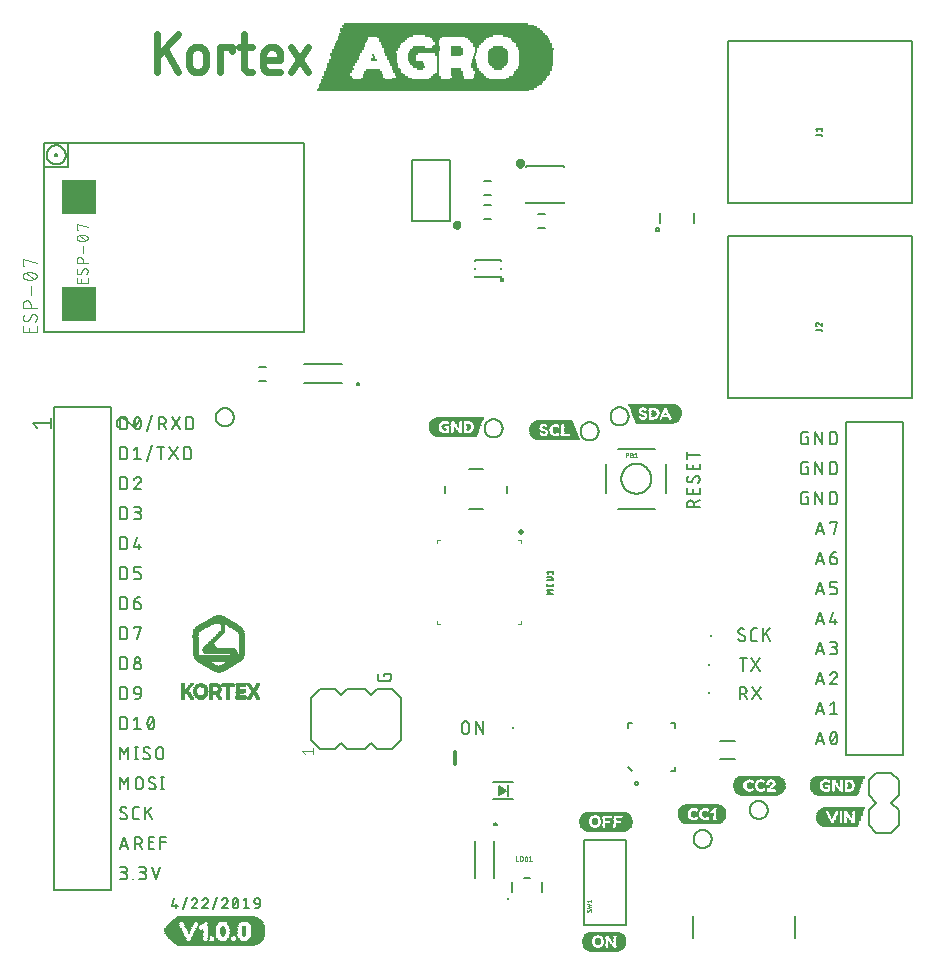
<source format=gbr>
G04 EAGLE Gerber RS-274X export*
G75*
%MOMM*%
%FSLAX34Y34*%
%LPD*%
%INSilkscreen Top*%
%IPPOS*%
%AMOC8*
5,1,8,0,0,1.08239X$1,22.5*%
G01*
%ADD10C,0.584200*%
%ADD11C,0.203200*%
%ADD12C,0.152400*%
%ADD13R,0.200000X0.200000*%
%ADD14C,0.127000*%
%ADD15C,0.076200*%
%ADD16C,0.025400*%
%ADD17C,0.500000*%
%ADD18C,0.120000*%
%ADD19R,0.200000X1.000000*%
%ADD20C,0.200000*%
%ADD21C,0.254000*%
%ADD22C,0.304800*%
%ADD23R,4.080000X0.040000*%
%ADD24R,4.200000X0.040000*%
%ADD25R,4.240000X0.040000*%
%ADD26R,4.320000X0.040000*%
%ADD27R,4.360000X0.040000*%
%ADD28R,4.400000X0.040000*%
%ADD29R,1.080000X0.040000*%
%ADD30R,3.080000X0.040000*%
%ADD31R,1.040000X0.040000*%
%ADD32R,0.320000X0.040000*%
%ADD33R,0.480000X0.040000*%
%ADD34R,0.160000X0.040000*%
%ADD35R,0.960000X0.040000*%
%ADD36R,0.200000X0.040000*%
%ADD37R,0.400000X0.040000*%
%ADD38R,0.120000X0.040000*%
%ADD39R,0.920000X0.040000*%
%ADD40R,0.360000X0.040000*%
%ADD41R,0.880000X0.040000*%
%ADD42R,0.840000X0.040000*%
%ADD43R,0.760000X0.040000*%
%ADD44R,0.280000X0.040000*%
%ADD45R,0.720000X0.040000*%
%ADD46R,0.240000X0.040000*%
%ADD47R,0.640000X0.040000*%
%ADD48R,0.600000X0.040000*%
%ADD49R,0.560000X0.040000*%
%ADD50R,0.520000X0.040000*%
%ADD51R,0.040000X0.040000*%
%ADD52R,0.080000X0.040000*%
%ADD53R,1.000000X0.040000*%
%ADD54R,0.440000X0.040000*%
%ADD55R,3.960000X0.040000*%
%ADD56R,3.880000X0.040000*%
%ADD57R,3.840000X0.040000*%
%ADD58R,3.800000X0.040000*%
%ADD59R,3.680000X0.040000*%
%ADD60R,3.600000X0.040000*%
%ADD61R,3.440000X0.040000*%
%ADD62R,3.040000X0.040000*%
%ADD63R,3.200000X0.040000*%
%ADD64R,3.280000X0.040000*%
%ADD65R,3.400000X0.040000*%
%ADD66R,3.480000X0.040000*%
%ADD67R,3.560000X0.040000*%
%ADD68R,1.440000X0.040000*%
%ADD69R,0.680000X0.040000*%
%ADD70R,1.240000X0.040000*%
%ADD71R,1.320000X0.040000*%
%ADD72R,1.120000X0.040000*%
%ADD73R,0.800000X0.040000*%
%ADD74R,4.000000X0.040000*%
%ADD75R,3.920000X0.040000*%
%ADD76R,4.040000X0.040000*%
%ADD77R,4.160000X0.040000*%
%ADD78R,1.160000X0.040000*%
%ADD79R,3.720000X0.040000*%
%ADD80R,3.640000X0.040000*%
%ADD81R,3.520000X0.040000*%
%ADD82R,2.920000X0.040000*%
%ADD83R,3.160000X0.040000*%
%ADD84R,3.320000X0.040000*%
%ADD85R,1.560000X0.040000*%
%ADD86R,3.240000X0.040000*%
%ADD87R,1.200000X0.040000*%
%ADD88R,2.520000X0.040000*%
%ADD89R,2.760000X0.040000*%
%ADD90R,2.120000X0.040000*%
%ADD91R,4.120000X0.040000*%
%ADD92R,1.360000X0.040000*%
%ADD93R,1.400000X0.040000*%
%ADD94R,1.280000X0.040000*%
%ADD95R,6.660000X0.060000*%
%ADD96R,6.900000X0.060000*%
%ADD97R,7.140000X0.060000*%
%ADD98R,7.320000X0.060000*%
%ADD99R,7.440000X0.060000*%
%ADD100R,7.560000X0.060000*%
%ADD101R,7.680000X0.060000*%
%ADD102R,0.900000X0.060000*%
%ADD103R,1.080000X0.060000*%
%ADD104R,2.160000X0.060000*%
%ADD105R,1.560000X0.060000*%
%ADD106R,1.440000X0.060000*%
%ADD107R,0.840000X0.060000*%
%ADD108R,0.960000X0.060000*%
%ADD109R,0.600000X0.060000*%
%ADD110R,1.260000X0.060000*%
%ADD111R,1.380000X0.060000*%
%ADD112R,0.480000X0.060000*%
%ADD113R,0.420000X0.060000*%
%ADD114R,0.720000X0.060000*%
%ADD115R,0.300000X0.060000*%
%ADD116R,0.780000X0.060000*%
%ADD117R,1.020000X0.060000*%
%ADD118R,0.240000X0.060000*%
%ADD119R,1.140000X0.060000*%
%ADD120R,0.660000X0.060000*%
%ADD121R,1.200000X0.060000*%
%ADD122R,0.180000X0.060000*%
%ADD123R,0.540000X0.060000*%
%ADD124R,0.360000X0.060000*%
%ADD125R,1.320000X0.060000*%
%ADD126R,0.060000X0.060000*%
%ADD127R,1.500000X0.060000*%
%ADD128R,0.120000X0.060000*%
%ADD129R,1.620000X0.060000*%
%ADD130R,3.760000X0.040000*%
%ADD131R,2.240000X0.040000*%
%ADD132R,3.120000X0.040000*%
%ADD133R,2.880000X0.040000*%
%ADD134R,0.500000X0.030000*%
%ADD135R,0.750000X0.030000*%
%ADD136R,0.950000X0.020000*%
%ADD137R,1.090000X0.030000*%
%ADD138R,1.250000X0.030000*%
%ADD139R,1.420000X0.020000*%
%ADD140R,1.420000X0.030000*%
%ADD141R,1.560000X0.030000*%
%ADD142R,1.650000X0.030000*%
%ADD143R,1.680000X0.030000*%
%ADD144R,1.840000X0.020000*%
%ADD145R,1.930000X0.030000*%
%ADD146R,1.950000X0.030000*%
%ADD147R,2.090000X0.030000*%
%ADD148R,2.250000X0.030000*%
%ADD149R,2.250000X0.020000*%
%ADD150R,2.400000X0.030000*%
%ADD151R,2.480000X0.030000*%
%ADD152R,2.560000X0.030000*%
%ADD153R,2.730000X0.020000*%
%ADD154R,2.730000X0.030000*%
%ADD155R,2.840000X0.030000*%
%ADD156R,1.170000X0.030000*%
%ADD157R,1.440000X0.030000*%
%ADD158R,1.140000X0.020000*%
%ADD159R,1.480000X0.020000*%
%ADD160R,1.110000X0.030000*%
%ADD161R,0.390000X0.030000*%
%ADD162R,1.080000X0.030000*%
%ADD163R,0.360000X0.030000*%
%ADD164R,1.060000X0.030000*%
%ADD165R,0.370000X0.030000*%
%ADD166R,1.050000X0.030000*%
%ADD167R,1.030000X0.020000*%
%ADD168R,0.370000X0.020000*%
%ADD169R,1.060000X0.020000*%
%ADD170R,1.000000X0.030000*%
%ADD171R,0.340000X0.030000*%
%ADD172R,1.000000X0.020000*%
%ADD173R,0.340000X0.020000*%
%ADD174R,0.970000X0.020000*%
%ADD175R,0.980000X0.030000*%
%ADD176R,0.950000X0.030000*%
%ADD177R,0.920000X0.030000*%
%ADD178R,0.870000X0.030000*%
%ADD179R,0.890000X0.030000*%
%ADD180R,0.870000X0.020000*%
%ADD181R,0.860000X0.020000*%
%ADD182R,0.830000X0.030000*%
%ADD183R,0.780000X0.030000*%
%ADD184R,0.700000X0.030000*%
%ADD185R,0.420000X0.030000*%
%ADD186R,0.760000X0.030000*%
%ADD187R,0.700000X0.020000*%
%ADD188R,0.420000X0.020000*%
%ADD189R,0.670000X0.020000*%
%ADD190R,0.720000X0.030000*%
%ADD191R,0.670000X0.030000*%
%ADD192R,0.640000X0.030000*%
%ADD193R,0.620000X0.030000*%
%ADD194R,0.580000X0.030000*%
%ADD195R,0.480000X0.030000*%
%ADD196R,0.610000X0.030000*%
%ADD197R,0.580000X0.020000*%
%ADD198R,0.480000X0.020000*%
%ADD199R,0.640000X0.020000*%
%ADD200R,0.550000X0.030000*%
%ADD201R,0.440000X0.030000*%
%ADD202R,0.470000X0.030000*%
%ADD203R,0.560000X0.030000*%
%ADD204R,0.530000X0.030000*%
%ADD205R,0.530000X0.020000*%
%ADD206R,0.500000X0.020000*%
%ADD207R,0.560000X0.020000*%
%ADD208R,0.510000X0.020000*%
%ADD209R,0.470000X0.020000*%
%ADD210R,0.590000X0.030000*%
%ADD211R,0.810000X0.030000*%
%ADD212R,0.830000X0.020000*%
%ADD213R,2.780000X0.030000*%
%ADD214R,2.840000X0.020000*%
%ADD215R,2.870000X0.030000*%
%ADD216R,2.890000X0.030000*%
%ADD217R,2.920000X0.020000*%
%ADD218R,2.920000X0.030000*%
%ADD219R,2.950000X0.030000*%
%ADD220R,2.950000X0.020000*%
%ADD221R,2.960000X0.030000*%
%ADD222R,1.200000X0.030000*%
%ADD223R,1.140000X0.030000*%
%ADD224R,4.290000X0.030000*%
%ADD225R,4.290000X0.020000*%
%ADD226R,4.240000X0.030000*%
%ADD227R,4.210000X0.030000*%
%ADD228R,4.180000X0.030000*%
%ADD229R,4.180000X0.020000*%
%ADD230R,4.090000X0.030000*%
%ADD231R,4.040000X0.030000*%
%ADD232R,4.010000X0.020000*%
%ADD233R,3.900000X0.030000*%
%ADD234R,3.840000X0.030000*%
%ADD235R,3.730000X0.030000*%
%ADD236R,3.730000X0.020000*%
%ADD237R,3.620000X0.030000*%
%ADD238R,1.080000X0.020000*%
%ADD239R,1.030000X0.030000*%
%ADD240R,1.090000X0.020000*%
%ADD241R,1.110000X0.020000*%
%ADD242R,0.030000X0.020000*%
%ADD243R,2.230000X0.030000*%
%ADD244R,2.060000X0.030000*%
%ADD245R,1.900000X0.020000*%
%ADD246R,1.750000X0.030000*%
%ADD247R,1.620000X0.030000*%
%ADD248R,1.530000X0.020000*%
%ADD249R,1.450000X0.030000*%
%ADD250R,1.340000X0.030000*%
%ADD251R,1.280000X0.030000*%
%ADD252R,1.220000X0.030000*%
%ADD253R,0.390000X0.020000*%
%ADD254R,0.330000X0.030000*%
%ADD255R,0.310000X0.030000*%
%ADD256R,0.550000X0.020000*%
%ADD257R,0.810000X0.020000*%
%ADD258R,1.280000X0.020000*%
%ADD259R,0.920000X0.020000*%
%ADD260R,0.360000X0.020000*%
%ADD261R,1.010000X0.030000*%
%ADD262R,0.410000X0.020000*%
%ADD263R,0.450000X0.020000*%
%ADD264R,0.330000X0.020000*%
%ADD265R,0.310000X0.020000*%
%ADD266R,0.410000X0.030000*%
%ADD267R,0.450000X0.030000*%
%ADD268R,0.300000X0.030000*%
%ADD269R,0.760000X0.020000*%
%ADD270R,0.300000X0.020000*%
%ADD271R,0.840000X0.020000*%
%ADD272R,0.860000X0.030000*%
%ADD273R,1.010000X0.020000*%
%ADD274R,0.750000X0.020000*%
%ADD275R,1.340000X0.020000*%
%ADD276R,0.280000X0.030000*%
%ADD277R,15.680000X0.140000*%
%ADD278R,16.240000X0.140000*%
%ADD279R,16.520000X0.140000*%
%ADD280R,16.940000X0.140000*%
%ADD281R,17.080000X0.140000*%
%ADD282R,17.220000X0.140000*%
%ADD283R,17.500000X0.140000*%
%ADD284R,6.300000X0.140000*%
%ADD285R,5.740000X0.140000*%
%ADD286R,3.780000X0.140000*%
%ADD287R,2.660000X0.140000*%
%ADD288R,2.800000X0.140000*%
%ADD289R,0.980000X0.140000*%
%ADD290R,2.100000X0.140000*%
%ADD291R,3.500000X0.140000*%
%ADD292R,2.380000X0.140000*%
%ADD293R,0.700000X0.140000*%
%ADD294R,1.540000X0.140000*%
%ADD295R,3.220000X0.140000*%
%ADD296R,2.520000X0.140000*%
%ADD297R,2.240000X0.140000*%
%ADD298R,0.560000X0.140000*%
%ADD299R,1.260000X0.140000*%
%ADD300R,1.960000X0.140000*%
%ADD301R,0.420000X0.140000*%
%ADD302R,3.080000X0.140000*%
%ADD303R,1.820000X0.140000*%
%ADD304R,0.840000X0.140000*%
%ADD305R,2.940000X0.140000*%
%ADD306R,0.280000X0.140000*%
%ADD307R,1.120000X0.140000*%
%ADD308R,1.680000X0.140000*%
%ADD309R,0.140000X0.140000*%
%ADD310R,1.400000X0.140000*%
%ADD311R,19.040000X0.140000*%
%ADD312R,18.900000X0.140000*%
%ADD313R,18.760000X0.140000*%
%ADD314R,18.620000X0.140000*%
%ADD315R,18.480000X0.140000*%
%ADD316R,18.340000X0.140000*%
%ADD317R,17.920000X0.140000*%
%ADD318R,3.000000X3.000000*%
%ADD319C,0.101600*%
%ADD320C,0.609600*%
%ADD321C,0.406400*%
%ADD322C,0.381000*%

G36*
X386665Y151933D02*
X386665Y151933D01*
X386736Y151931D01*
X386806Y151950D01*
X386877Y151958D01*
X386932Y151983D01*
X387011Y152003D01*
X387114Y152064D01*
X387183Y152095D01*
X390183Y154095D01*
X390270Y154172D01*
X390360Y154245D01*
X390375Y154267D01*
X390395Y154285D01*
X390457Y154382D01*
X390524Y154477D01*
X390532Y154503D01*
X390547Y154525D01*
X390579Y154636D01*
X390617Y154746D01*
X390618Y154773D01*
X390625Y154798D01*
X390625Y154914D01*
X390631Y155030D01*
X390625Y155056D01*
X390625Y155083D01*
X390593Y155194D01*
X390567Y155307D01*
X390554Y155330D01*
X390546Y155356D01*
X390484Y155454D01*
X390428Y155555D01*
X390410Y155571D01*
X390395Y155596D01*
X390187Y155781D01*
X390183Y155785D01*
X387183Y157785D01*
X387119Y157816D01*
X387059Y157856D01*
X386991Y157877D01*
X386927Y157908D01*
X386856Y157920D01*
X386788Y157941D01*
X386717Y157943D01*
X386647Y157955D01*
X386575Y157947D01*
X386504Y157949D01*
X386435Y157931D01*
X386364Y157922D01*
X386298Y157895D01*
X386229Y157877D01*
X386168Y157840D01*
X386102Y157813D01*
X386046Y157768D01*
X385984Y157732D01*
X385935Y157680D01*
X385880Y157635D01*
X385839Y157577D01*
X385790Y157524D01*
X385757Y157461D01*
X385716Y157403D01*
X385693Y157335D01*
X385660Y157271D01*
X385650Y157212D01*
X385623Y157134D01*
X385617Y157015D01*
X385605Y156940D01*
X385605Y152940D01*
X385615Y152869D01*
X385615Y152797D01*
X385635Y152729D01*
X385645Y152659D01*
X385674Y152593D01*
X385694Y152524D01*
X385732Y152464D01*
X385761Y152399D01*
X385807Y152344D01*
X385845Y152284D01*
X385899Y152236D01*
X385945Y152182D01*
X386004Y152142D01*
X386058Y152095D01*
X386122Y152064D01*
X386181Y152025D01*
X386250Y152003D01*
X386314Y151972D01*
X386384Y151960D01*
X386452Y151939D01*
X386524Y151937D01*
X386595Y151925D01*
X386665Y151933D01*
G37*
D10*
X95631Y763143D02*
X95631Y795401D01*
X113552Y795401D02*
X95631Y775688D01*
X102799Y782856D02*
X113552Y763143D01*
X122952Y770311D02*
X122952Y777480D01*
X122953Y777480D02*
X122955Y777655D01*
X122962Y777829D01*
X122972Y778003D01*
X122987Y778177D01*
X123006Y778351D01*
X123029Y778524D01*
X123057Y778696D01*
X123089Y778868D01*
X123124Y779039D01*
X123165Y779208D01*
X123209Y779377D01*
X123257Y779545D01*
X123309Y779712D01*
X123366Y779877D01*
X123426Y780041D01*
X123490Y780203D01*
X123559Y780364D01*
X123631Y780523D01*
X123707Y780680D01*
X123787Y780835D01*
X123870Y780988D01*
X123957Y781139D01*
X124048Y781288D01*
X124143Y781435D01*
X124241Y781579D01*
X124343Y781721D01*
X124448Y781861D01*
X124556Y781998D01*
X124668Y782132D01*
X124782Y782263D01*
X124901Y782392D01*
X125022Y782518D01*
X125146Y782640D01*
X125273Y782760D01*
X125403Y782876D01*
X125536Y782990D01*
X125671Y783100D01*
X125810Y783206D01*
X125950Y783310D01*
X126093Y783409D01*
X126239Y783506D01*
X126387Y783599D01*
X126537Y783688D01*
X126689Y783773D01*
X126843Y783855D01*
X127000Y783933D01*
X127158Y784007D01*
X127318Y784077D01*
X127479Y784143D01*
X127642Y784206D01*
X127807Y784264D01*
X127972Y784318D01*
X128140Y784369D01*
X128308Y784415D01*
X128477Y784457D01*
X128648Y784495D01*
X128819Y784529D01*
X128991Y784558D01*
X129164Y784584D01*
X129337Y784605D01*
X129511Y784622D01*
X129685Y784635D01*
X129859Y784643D01*
X130034Y784647D01*
X130208Y784647D01*
X130383Y784643D01*
X130557Y784635D01*
X130731Y784622D01*
X130905Y784605D01*
X131078Y784584D01*
X131251Y784558D01*
X131423Y784529D01*
X131594Y784495D01*
X131765Y784457D01*
X131934Y784415D01*
X132102Y784369D01*
X132270Y784318D01*
X132435Y784264D01*
X132600Y784206D01*
X132763Y784143D01*
X132924Y784077D01*
X133084Y784007D01*
X133242Y783933D01*
X133399Y783855D01*
X133553Y783773D01*
X133705Y783688D01*
X133855Y783599D01*
X134003Y783506D01*
X134149Y783409D01*
X134292Y783310D01*
X134432Y783206D01*
X134571Y783100D01*
X134706Y782990D01*
X134839Y782876D01*
X134969Y782760D01*
X135096Y782640D01*
X135220Y782518D01*
X135341Y782392D01*
X135460Y782263D01*
X135574Y782132D01*
X135686Y781998D01*
X135794Y781861D01*
X135899Y781721D01*
X136001Y781579D01*
X136099Y781435D01*
X136194Y781288D01*
X136285Y781139D01*
X136372Y780988D01*
X136455Y780835D01*
X136535Y780680D01*
X136611Y780523D01*
X136683Y780364D01*
X136752Y780203D01*
X136816Y780041D01*
X136876Y779877D01*
X136933Y779712D01*
X136985Y779545D01*
X137033Y779377D01*
X137077Y779208D01*
X137118Y779039D01*
X137153Y778868D01*
X137185Y778696D01*
X137213Y778524D01*
X137236Y778351D01*
X137255Y778177D01*
X137270Y778003D01*
X137280Y777829D01*
X137287Y777655D01*
X137289Y777480D01*
X137289Y770311D01*
X137287Y770136D01*
X137280Y769962D01*
X137270Y769788D01*
X137255Y769614D01*
X137236Y769440D01*
X137213Y769267D01*
X137185Y769095D01*
X137153Y768923D01*
X137118Y768752D01*
X137077Y768583D01*
X137033Y768414D01*
X136985Y768246D01*
X136933Y768079D01*
X136876Y767914D01*
X136816Y767750D01*
X136752Y767588D01*
X136683Y767427D01*
X136611Y767268D01*
X136535Y767111D01*
X136455Y766956D01*
X136372Y766803D01*
X136285Y766652D01*
X136194Y766503D01*
X136099Y766356D01*
X136001Y766212D01*
X135899Y766070D01*
X135794Y765930D01*
X135686Y765793D01*
X135574Y765659D01*
X135460Y765528D01*
X135341Y765399D01*
X135220Y765273D01*
X135096Y765151D01*
X134969Y765031D01*
X134839Y764915D01*
X134706Y764801D01*
X134571Y764691D01*
X134432Y764585D01*
X134292Y764481D01*
X134149Y764382D01*
X134003Y764285D01*
X133855Y764192D01*
X133705Y764103D01*
X133553Y764018D01*
X133399Y763936D01*
X133242Y763858D01*
X133084Y763784D01*
X132924Y763714D01*
X132763Y763648D01*
X132600Y763585D01*
X132435Y763527D01*
X132270Y763473D01*
X132102Y763422D01*
X131934Y763376D01*
X131765Y763334D01*
X131594Y763296D01*
X131423Y763262D01*
X131251Y763233D01*
X131078Y763207D01*
X130905Y763186D01*
X130731Y763169D01*
X130557Y763156D01*
X130383Y763148D01*
X130208Y763144D01*
X130034Y763144D01*
X129859Y763148D01*
X129685Y763156D01*
X129511Y763169D01*
X129337Y763186D01*
X129164Y763207D01*
X128991Y763233D01*
X128819Y763262D01*
X128648Y763296D01*
X128477Y763334D01*
X128308Y763376D01*
X128140Y763422D01*
X127972Y763473D01*
X127807Y763527D01*
X127642Y763585D01*
X127479Y763648D01*
X127318Y763714D01*
X127158Y763784D01*
X127000Y763858D01*
X126843Y763936D01*
X126689Y764018D01*
X126537Y764103D01*
X126387Y764192D01*
X126239Y764285D01*
X126093Y764382D01*
X125950Y764481D01*
X125810Y764585D01*
X125671Y764691D01*
X125536Y764801D01*
X125403Y764915D01*
X125273Y765031D01*
X125146Y765151D01*
X125022Y765273D01*
X124901Y765399D01*
X124782Y765528D01*
X124668Y765659D01*
X124556Y765793D01*
X124448Y765930D01*
X124343Y766070D01*
X124241Y766212D01*
X124143Y766356D01*
X124048Y766503D01*
X123957Y766652D01*
X123870Y766803D01*
X123787Y766956D01*
X123707Y767111D01*
X123631Y767268D01*
X123559Y767427D01*
X123490Y767588D01*
X123426Y767750D01*
X123366Y767914D01*
X123309Y768079D01*
X123257Y768246D01*
X123209Y768414D01*
X123165Y768583D01*
X123124Y768752D01*
X123089Y768923D01*
X123057Y769095D01*
X123029Y769267D01*
X123006Y769440D01*
X122987Y769614D01*
X122972Y769788D01*
X122962Y769962D01*
X122955Y770136D01*
X122953Y770311D01*
X148760Y763143D02*
X148760Y784648D01*
X159513Y784648D01*
X159513Y781064D01*
X165589Y784648D02*
X176342Y784648D01*
X169173Y795401D02*
X169173Y768519D01*
X169174Y768519D02*
X169176Y768373D01*
X169182Y768228D01*
X169192Y768083D01*
X169206Y767938D01*
X169223Y767793D01*
X169245Y767649D01*
X169270Y767506D01*
X169300Y767363D01*
X169333Y767222D01*
X169370Y767081D01*
X169411Y766941D01*
X169455Y766802D01*
X169504Y766665D01*
X169556Y766529D01*
X169612Y766395D01*
X169671Y766262D01*
X169734Y766130D01*
X169800Y766001D01*
X169870Y765873D01*
X169944Y765747D01*
X170020Y765624D01*
X170100Y765502D01*
X170184Y765383D01*
X170270Y765266D01*
X170360Y765151D01*
X170453Y765039D01*
X170548Y764929D01*
X170647Y764822D01*
X170749Y764718D01*
X170853Y764616D01*
X170960Y764517D01*
X171070Y764422D01*
X171182Y764329D01*
X171297Y764239D01*
X171414Y764153D01*
X171533Y764069D01*
X171655Y763989D01*
X171778Y763913D01*
X171904Y763839D01*
X172032Y763769D01*
X172161Y763703D01*
X172293Y763640D01*
X172426Y763581D01*
X172560Y763525D01*
X172696Y763473D01*
X172833Y763424D01*
X172972Y763380D01*
X173112Y763339D01*
X173253Y763302D01*
X173394Y763269D01*
X173537Y763239D01*
X173680Y763214D01*
X173824Y763192D01*
X173969Y763175D01*
X174114Y763161D01*
X174259Y763151D01*
X174404Y763145D01*
X174550Y763143D01*
X176342Y763143D01*
X191194Y763143D02*
X200154Y763143D01*
X191194Y763143D02*
X191048Y763145D01*
X190903Y763151D01*
X190758Y763161D01*
X190613Y763175D01*
X190468Y763192D01*
X190324Y763214D01*
X190181Y763239D01*
X190038Y763269D01*
X189897Y763302D01*
X189756Y763339D01*
X189616Y763380D01*
X189477Y763424D01*
X189340Y763473D01*
X189204Y763525D01*
X189070Y763581D01*
X188937Y763640D01*
X188805Y763703D01*
X188676Y763769D01*
X188548Y763839D01*
X188422Y763913D01*
X188299Y763989D01*
X188177Y764069D01*
X188058Y764153D01*
X187941Y764239D01*
X187826Y764329D01*
X187714Y764422D01*
X187604Y764517D01*
X187497Y764616D01*
X187393Y764718D01*
X187291Y764822D01*
X187192Y764929D01*
X187097Y765039D01*
X187004Y765151D01*
X186914Y765266D01*
X186828Y765383D01*
X186744Y765502D01*
X186664Y765624D01*
X186588Y765747D01*
X186514Y765873D01*
X186444Y766001D01*
X186378Y766130D01*
X186315Y766262D01*
X186256Y766395D01*
X186200Y766529D01*
X186148Y766665D01*
X186099Y766802D01*
X186055Y766941D01*
X186014Y767081D01*
X185977Y767222D01*
X185944Y767363D01*
X185914Y767506D01*
X185889Y767649D01*
X185867Y767793D01*
X185850Y767938D01*
X185836Y768083D01*
X185826Y768228D01*
X185820Y768373D01*
X185818Y768519D01*
X185817Y768519D02*
X185817Y777480D01*
X185818Y777480D02*
X185820Y777655D01*
X185827Y777829D01*
X185837Y778003D01*
X185852Y778177D01*
X185871Y778351D01*
X185894Y778524D01*
X185922Y778696D01*
X185954Y778868D01*
X185989Y779039D01*
X186030Y779208D01*
X186074Y779377D01*
X186122Y779545D01*
X186174Y779712D01*
X186231Y779877D01*
X186291Y780041D01*
X186355Y780203D01*
X186424Y780364D01*
X186496Y780523D01*
X186572Y780680D01*
X186652Y780835D01*
X186735Y780988D01*
X186822Y781139D01*
X186913Y781288D01*
X187008Y781435D01*
X187106Y781579D01*
X187208Y781721D01*
X187313Y781861D01*
X187421Y781998D01*
X187533Y782132D01*
X187647Y782263D01*
X187766Y782392D01*
X187887Y782518D01*
X188011Y782640D01*
X188138Y782760D01*
X188268Y782876D01*
X188401Y782990D01*
X188536Y783100D01*
X188675Y783206D01*
X188815Y783310D01*
X188958Y783409D01*
X189104Y783506D01*
X189252Y783599D01*
X189402Y783688D01*
X189554Y783773D01*
X189708Y783855D01*
X189865Y783933D01*
X190023Y784007D01*
X190183Y784077D01*
X190344Y784143D01*
X190507Y784206D01*
X190672Y784264D01*
X190837Y784318D01*
X191005Y784369D01*
X191173Y784415D01*
X191342Y784457D01*
X191513Y784495D01*
X191684Y784529D01*
X191856Y784558D01*
X192029Y784584D01*
X192202Y784605D01*
X192376Y784622D01*
X192550Y784635D01*
X192724Y784643D01*
X192899Y784647D01*
X193073Y784647D01*
X193248Y784643D01*
X193422Y784635D01*
X193596Y784622D01*
X193770Y784605D01*
X193943Y784584D01*
X194116Y784558D01*
X194288Y784529D01*
X194459Y784495D01*
X194630Y784457D01*
X194799Y784415D01*
X194967Y784369D01*
X195135Y784318D01*
X195300Y784264D01*
X195465Y784206D01*
X195628Y784143D01*
X195789Y784077D01*
X195949Y784007D01*
X196107Y783933D01*
X196264Y783855D01*
X196418Y783773D01*
X196570Y783688D01*
X196720Y783599D01*
X196868Y783506D01*
X197014Y783409D01*
X197157Y783310D01*
X197297Y783206D01*
X197436Y783100D01*
X197571Y782990D01*
X197704Y782876D01*
X197834Y782760D01*
X197961Y782640D01*
X198085Y782518D01*
X198206Y782392D01*
X198325Y782263D01*
X198439Y782132D01*
X198551Y781998D01*
X198659Y781861D01*
X198764Y781721D01*
X198866Y781579D01*
X198964Y781435D01*
X199059Y781288D01*
X199150Y781139D01*
X199237Y780988D01*
X199320Y780835D01*
X199400Y780680D01*
X199476Y780523D01*
X199548Y780364D01*
X199617Y780203D01*
X199681Y780041D01*
X199741Y779877D01*
X199798Y779712D01*
X199850Y779545D01*
X199898Y779377D01*
X199942Y779208D01*
X199983Y779039D01*
X200018Y778868D01*
X200050Y778696D01*
X200078Y778524D01*
X200101Y778351D01*
X200120Y778177D01*
X200135Y778003D01*
X200145Y777829D01*
X200152Y777655D01*
X200154Y777480D01*
X200154Y773896D01*
X185817Y773896D01*
X209630Y763143D02*
X223967Y784648D01*
X209630Y784648D02*
X223967Y763143D01*
D11*
X64516Y471424D02*
X64516Y460756D01*
X64516Y471424D02*
X67479Y471424D01*
X67585Y471422D01*
X67690Y471416D01*
X67796Y471407D01*
X67901Y471394D01*
X68005Y471377D01*
X68109Y471356D01*
X68212Y471332D01*
X68314Y471304D01*
X68415Y471272D01*
X68514Y471237D01*
X68613Y471198D01*
X68710Y471156D01*
X68805Y471111D01*
X68899Y471062D01*
X68991Y471009D01*
X69081Y470954D01*
X69169Y470895D01*
X69255Y470833D01*
X69338Y470768D01*
X69419Y470700D01*
X69498Y470630D01*
X69574Y470556D01*
X69648Y470480D01*
X69718Y470401D01*
X69786Y470320D01*
X69851Y470237D01*
X69913Y470151D01*
X69972Y470063D01*
X70027Y469973D01*
X70080Y469881D01*
X70129Y469787D01*
X70174Y469692D01*
X70216Y469595D01*
X70255Y469496D01*
X70290Y469397D01*
X70322Y469296D01*
X70350Y469194D01*
X70374Y469091D01*
X70395Y468987D01*
X70412Y468883D01*
X70425Y468778D01*
X70434Y468672D01*
X70440Y468567D01*
X70442Y468461D01*
X70443Y468461D02*
X70443Y463719D01*
X70442Y463719D02*
X70440Y463613D01*
X70434Y463508D01*
X70425Y463402D01*
X70412Y463297D01*
X70395Y463193D01*
X70374Y463089D01*
X70350Y462986D01*
X70322Y462884D01*
X70290Y462783D01*
X70255Y462684D01*
X70216Y462585D01*
X70174Y462488D01*
X70129Y462393D01*
X70080Y462299D01*
X70027Y462207D01*
X69972Y462117D01*
X69913Y462029D01*
X69851Y461943D01*
X69786Y461860D01*
X69718Y461779D01*
X69648Y461700D01*
X69574Y461624D01*
X69498Y461550D01*
X69419Y461480D01*
X69338Y461412D01*
X69255Y461347D01*
X69169Y461285D01*
X69081Y461226D01*
X68991Y461171D01*
X68899Y461118D01*
X68805Y461069D01*
X68710Y461024D01*
X68613Y460982D01*
X68514Y460943D01*
X68415Y460908D01*
X68314Y460876D01*
X68212Y460848D01*
X68109Y460824D01*
X68005Y460803D01*
X67901Y460786D01*
X67796Y460773D01*
X67690Y460764D01*
X67585Y460758D01*
X67479Y460756D01*
X64516Y460756D01*
X76327Y466090D02*
X76330Y466300D01*
X76337Y466510D01*
X76350Y466719D01*
X76367Y466928D01*
X76390Y467137D01*
X76417Y467345D01*
X76449Y467552D01*
X76487Y467759D01*
X76529Y467964D01*
X76576Y468169D01*
X76628Y468372D01*
X76685Y468574D01*
X76747Y468775D01*
X76813Y468974D01*
X76885Y469171D01*
X76961Y469367D01*
X77041Y469561D01*
X77126Y469753D01*
X77216Y469942D01*
X77247Y470027D01*
X77281Y470111D01*
X77319Y470193D01*
X77361Y470274D01*
X77406Y470353D01*
X77454Y470430D01*
X77505Y470505D01*
X77559Y470577D01*
X77616Y470648D01*
X77676Y470716D01*
X77739Y470781D01*
X77804Y470844D01*
X77872Y470904D01*
X77943Y470961D01*
X78015Y471015D01*
X78090Y471067D01*
X78167Y471115D01*
X78246Y471160D01*
X78327Y471201D01*
X78409Y471239D01*
X78493Y471274D01*
X78578Y471305D01*
X78664Y471333D01*
X78751Y471357D01*
X78840Y471377D01*
X78929Y471394D01*
X79019Y471407D01*
X79109Y471417D01*
X79199Y471422D01*
X79290Y471424D01*
X79381Y471422D01*
X79471Y471417D01*
X79561Y471407D01*
X79651Y471394D01*
X79740Y471377D01*
X79829Y471357D01*
X79916Y471333D01*
X80002Y471305D01*
X80087Y471274D01*
X80171Y471239D01*
X80253Y471201D01*
X80334Y471160D01*
X80413Y471115D01*
X80490Y471067D01*
X80565Y471016D01*
X80637Y470961D01*
X80708Y470904D01*
X80776Y470844D01*
X80841Y470781D01*
X80904Y470716D01*
X80964Y470648D01*
X81021Y470577D01*
X81075Y470505D01*
X81126Y470430D01*
X81174Y470353D01*
X81219Y470274D01*
X81261Y470193D01*
X81299Y470111D01*
X81333Y470027D01*
X81364Y469942D01*
X81365Y469942D02*
X81455Y469753D01*
X81540Y469561D01*
X81620Y469367D01*
X81696Y469171D01*
X81768Y468974D01*
X81834Y468775D01*
X81896Y468574D01*
X81953Y468372D01*
X82005Y468169D01*
X82052Y467964D01*
X82094Y467759D01*
X82132Y467552D01*
X82164Y467345D01*
X82191Y467137D01*
X82214Y466928D01*
X82231Y466719D01*
X82244Y466510D01*
X82251Y466300D01*
X82254Y466090D01*
X76327Y466090D02*
X76330Y465880D01*
X76337Y465670D01*
X76350Y465461D01*
X76367Y465252D01*
X76390Y465043D01*
X76417Y464835D01*
X76449Y464628D01*
X76487Y464421D01*
X76529Y464216D01*
X76576Y464011D01*
X76628Y463808D01*
X76685Y463606D01*
X76747Y463405D01*
X76813Y463206D01*
X76885Y463009D01*
X76961Y462813D01*
X77041Y462619D01*
X77126Y462428D01*
X77216Y462238D01*
X77247Y462153D01*
X77281Y462069D01*
X77319Y461987D01*
X77361Y461906D01*
X77406Y461827D01*
X77454Y461750D01*
X77505Y461675D01*
X77559Y461603D01*
X77616Y461532D01*
X77676Y461464D01*
X77739Y461399D01*
X77804Y461336D01*
X77872Y461276D01*
X77943Y461219D01*
X78015Y461164D01*
X78090Y461113D01*
X78167Y461065D01*
X78246Y461020D01*
X78327Y460979D01*
X78409Y460941D01*
X78493Y460906D01*
X78578Y460875D01*
X78664Y460847D01*
X78751Y460823D01*
X78840Y460803D01*
X78929Y460786D01*
X79019Y460773D01*
X79109Y460763D01*
X79199Y460758D01*
X79290Y460756D01*
X81364Y462238D02*
X81454Y462428D01*
X81539Y462619D01*
X81619Y462813D01*
X81695Y463009D01*
X81767Y463206D01*
X81833Y463405D01*
X81895Y463606D01*
X81952Y463808D01*
X82004Y464011D01*
X82051Y464216D01*
X82093Y464421D01*
X82131Y464628D01*
X82163Y464835D01*
X82190Y465043D01*
X82213Y465252D01*
X82230Y465461D01*
X82243Y465670D01*
X82250Y465880D01*
X82253Y466090D01*
X81364Y462238D02*
X81333Y462153D01*
X81299Y462069D01*
X81261Y461987D01*
X81219Y461906D01*
X81174Y461827D01*
X81126Y461750D01*
X81075Y461675D01*
X81021Y461603D01*
X80964Y461532D01*
X80904Y461464D01*
X80841Y461399D01*
X80776Y461336D01*
X80708Y461276D01*
X80637Y461219D01*
X80565Y461164D01*
X80490Y461113D01*
X80413Y461065D01*
X80334Y461020D01*
X80253Y460979D01*
X80171Y460941D01*
X80087Y460906D01*
X80002Y460875D01*
X79916Y460847D01*
X79829Y460823D01*
X79740Y460803D01*
X79651Y460786D01*
X79561Y460773D01*
X79471Y460763D01*
X79381Y460758D01*
X79290Y460756D01*
X76920Y463127D02*
X81661Y469053D01*
X91948Y472609D02*
X87207Y459571D01*
X97392Y460756D02*
X97392Y471424D01*
X100356Y471424D01*
X100463Y471422D01*
X100570Y471416D01*
X100676Y471407D01*
X100782Y471393D01*
X100888Y471376D01*
X100993Y471355D01*
X101097Y471330D01*
X101200Y471301D01*
X101302Y471269D01*
X101403Y471233D01*
X101502Y471193D01*
X101600Y471150D01*
X101696Y471103D01*
X101791Y471053D01*
X101884Y471000D01*
X101974Y470943D01*
X102063Y470883D01*
X102149Y470820D01*
X102233Y470754D01*
X102315Y470684D01*
X102394Y470612D01*
X102470Y470537D01*
X102544Y470459D01*
X102614Y470379D01*
X102682Y470296D01*
X102747Y470211D01*
X102808Y470124D01*
X102867Y470034D01*
X102922Y469943D01*
X102974Y469849D01*
X103022Y469753D01*
X103067Y469656D01*
X103109Y469558D01*
X103146Y469458D01*
X103181Y469356D01*
X103211Y469254D01*
X103238Y469150D01*
X103261Y469046D01*
X103280Y468940D01*
X103295Y468834D01*
X103307Y468728D01*
X103315Y468621D01*
X103319Y468514D01*
X103319Y468408D01*
X103315Y468301D01*
X103307Y468194D01*
X103295Y468088D01*
X103280Y467982D01*
X103261Y467876D01*
X103238Y467772D01*
X103211Y467668D01*
X103181Y467566D01*
X103146Y467464D01*
X103109Y467364D01*
X103067Y467266D01*
X103022Y467169D01*
X102974Y467073D01*
X102922Y466980D01*
X102867Y466888D01*
X102808Y466798D01*
X102747Y466711D01*
X102682Y466626D01*
X102614Y466543D01*
X102544Y466463D01*
X102470Y466385D01*
X102394Y466310D01*
X102315Y466238D01*
X102233Y466168D01*
X102149Y466102D01*
X102063Y466039D01*
X101974Y465979D01*
X101884Y465922D01*
X101791Y465869D01*
X101696Y465819D01*
X101600Y465772D01*
X101502Y465729D01*
X101403Y465689D01*
X101302Y465653D01*
X101200Y465621D01*
X101097Y465592D01*
X100993Y465567D01*
X100888Y465546D01*
X100782Y465529D01*
X100676Y465515D01*
X100570Y465506D01*
X100463Y465500D01*
X100356Y465498D01*
X100356Y465497D02*
X97392Y465497D01*
X100948Y465497D02*
X103319Y460756D01*
X108119Y460756D02*
X115231Y471424D01*
X108119Y471424D02*
X115231Y460756D01*
X120523Y460756D02*
X120523Y471424D01*
X123486Y471424D01*
X123592Y471422D01*
X123697Y471416D01*
X123803Y471407D01*
X123908Y471394D01*
X124012Y471377D01*
X124116Y471356D01*
X124219Y471332D01*
X124321Y471304D01*
X124422Y471272D01*
X124521Y471237D01*
X124620Y471198D01*
X124717Y471156D01*
X124812Y471111D01*
X124906Y471062D01*
X124998Y471009D01*
X125088Y470954D01*
X125176Y470895D01*
X125262Y470833D01*
X125345Y470768D01*
X125426Y470700D01*
X125505Y470630D01*
X125581Y470556D01*
X125655Y470480D01*
X125725Y470401D01*
X125793Y470320D01*
X125858Y470237D01*
X125920Y470151D01*
X125979Y470063D01*
X126034Y469973D01*
X126087Y469881D01*
X126136Y469787D01*
X126181Y469692D01*
X126223Y469595D01*
X126262Y469496D01*
X126297Y469397D01*
X126329Y469296D01*
X126357Y469194D01*
X126381Y469091D01*
X126402Y468987D01*
X126419Y468883D01*
X126432Y468778D01*
X126441Y468672D01*
X126447Y468567D01*
X126449Y468461D01*
X126450Y468461D02*
X126450Y463719D01*
X126449Y463719D02*
X126447Y463613D01*
X126441Y463508D01*
X126432Y463402D01*
X126419Y463297D01*
X126402Y463193D01*
X126381Y463089D01*
X126357Y462986D01*
X126329Y462884D01*
X126297Y462783D01*
X126262Y462684D01*
X126223Y462585D01*
X126181Y462488D01*
X126136Y462393D01*
X126087Y462299D01*
X126034Y462207D01*
X125979Y462117D01*
X125920Y462029D01*
X125858Y461943D01*
X125793Y461860D01*
X125725Y461779D01*
X125655Y461700D01*
X125581Y461624D01*
X125505Y461550D01*
X125426Y461480D01*
X125345Y461412D01*
X125262Y461347D01*
X125176Y461285D01*
X125088Y461226D01*
X124998Y461171D01*
X124906Y461118D01*
X124812Y461069D01*
X124717Y461024D01*
X124620Y460982D01*
X124521Y460943D01*
X124422Y460908D01*
X124321Y460876D01*
X124219Y460848D01*
X124116Y460824D01*
X124012Y460803D01*
X123908Y460786D01*
X123803Y460773D01*
X123697Y460764D01*
X123592Y460758D01*
X123486Y460756D01*
X120523Y460756D01*
X64516Y446024D02*
X64516Y435356D01*
X64516Y446024D02*
X67479Y446024D01*
X67585Y446022D01*
X67690Y446016D01*
X67796Y446007D01*
X67901Y445994D01*
X68005Y445977D01*
X68109Y445956D01*
X68212Y445932D01*
X68314Y445904D01*
X68415Y445872D01*
X68514Y445837D01*
X68613Y445798D01*
X68710Y445756D01*
X68805Y445711D01*
X68899Y445662D01*
X68991Y445609D01*
X69081Y445554D01*
X69169Y445495D01*
X69255Y445433D01*
X69338Y445368D01*
X69419Y445300D01*
X69498Y445230D01*
X69574Y445156D01*
X69648Y445080D01*
X69718Y445001D01*
X69786Y444920D01*
X69851Y444837D01*
X69913Y444751D01*
X69972Y444663D01*
X70027Y444573D01*
X70080Y444481D01*
X70129Y444387D01*
X70174Y444292D01*
X70216Y444195D01*
X70255Y444096D01*
X70290Y443997D01*
X70322Y443896D01*
X70350Y443794D01*
X70374Y443691D01*
X70395Y443587D01*
X70412Y443483D01*
X70425Y443378D01*
X70434Y443272D01*
X70440Y443167D01*
X70442Y443061D01*
X70443Y443061D02*
X70443Y438319D01*
X70442Y438319D02*
X70440Y438213D01*
X70434Y438108D01*
X70425Y438002D01*
X70412Y437897D01*
X70395Y437793D01*
X70374Y437689D01*
X70350Y437586D01*
X70322Y437484D01*
X70290Y437383D01*
X70255Y437284D01*
X70216Y437185D01*
X70174Y437088D01*
X70129Y436993D01*
X70080Y436899D01*
X70027Y436807D01*
X69972Y436717D01*
X69913Y436629D01*
X69851Y436543D01*
X69786Y436460D01*
X69718Y436379D01*
X69648Y436300D01*
X69574Y436224D01*
X69498Y436150D01*
X69419Y436080D01*
X69338Y436012D01*
X69255Y435947D01*
X69169Y435885D01*
X69081Y435826D01*
X68991Y435771D01*
X68899Y435718D01*
X68805Y435669D01*
X68710Y435624D01*
X68613Y435582D01*
X68514Y435543D01*
X68415Y435508D01*
X68314Y435476D01*
X68212Y435448D01*
X68109Y435424D01*
X68005Y435403D01*
X67901Y435386D01*
X67796Y435373D01*
X67690Y435364D01*
X67585Y435358D01*
X67479Y435356D01*
X64516Y435356D01*
X76327Y443653D02*
X79290Y446024D01*
X79290Y435356D01*
X76327Y435356D02*
X82254Y435356D01*
X87207Y434171D02*
X91948Y447209D01*
X99102Y446024D02*
X99102Y435356D01*
X96139Y446024D02*
X102066Y446024D01*
X113326Y446024D02*
X106214Y435356D01*
X113326Y435356D02*
X106214Y446024D01*
X118618Y446024D02*
X118618Y435356D01*
X118618Y446024D02*
X121581Y446024D01*
X121687Y446022D01*
X121792Y446016D01*
X121898Y446007D01*
X122003Y445994D01*
X122107Y445977D01*
X122211Y445956D01*
X122314Y445932D01*
X122416Y445904D01*
X122517Y445872D01*
X122616Y445837D01*
X122715Y445798D01*
X122812Y445756D01*
X122907Y445711D01*
X123001Y445662D01*
X123093Y445609D01*
X123183Y445554D01*
X123271Y445495D01*
X123357Y445433D01*
X123440Y445368D01*
X123521Y445300D01*
X123600Y445230D01*
X123676Y445156D01*
X123750Y445080D01*
X123820Y445001D01*
X123888Y444920D01*
X123953Y444837D01*
X124015Y444751D01*
X124074Y444663D01*
X124129Y444573D01*
X124182Y444481D01*
X124231Y444387D01*
X124276Y444292D01*
X124318Y444195D01*
X124357Y444096D01*
X124392Y443997D01*
X124424Y443896D01*
X124452Y443794D01*
X124476Y443691D01*
X124497Y443587D01*
X124514Y443483D01*
X124527Y443378D01*
X124536Y443272D01*
X124542Y443167D01*
X124544Y443061D01*
X124545Y443061D02*
X124545Y438319D01*
X124544Y438319D02*
X124542Y438213D01*
X124536Y438108D01*
X124527Y438002D01*
X124514Y437897D01*
X124497Y437793D01*
X124476Y437689D01*
X124452Y437586D01*
X124424Y437484D01*
X124392Y437383D01*
X124357Y437284D01*
X124318Y437185D01*
X124276Y437088D01*
X124231Y436993D01*
X124182Y436899D01*
X124129Y436807D01*
X124074Y436717D01*
X124015Y436629D01*
X123953Y436543D01*
X123888Y436460D01*
X123820Y436379D01*
X123750Y436300D01*
X123676Y436224D01*
X123600Y436150D01*
X123521Y436080D01*
X123440Y436012D01*
X123357Y435947D01*
X123271Y435885D01*
X123183Y435826D01*
X123093Y435771D01*
X123001Y435718D01*
X122907Y435669D01*
X122812Y435624D01*
X122715Y435582D01*
X122616Y435543D01*
X122517Y435508D01*
X122416Y435476D01*
X122314Y435448D01*
X122211Y435424D01*
X122107Y435403D01*
X122003Y435386D01*
X121898Y435373D01*
X121792Y435364D01*
X121687Y435358D01*
X121581Y435356D01*
X118618Y435356D01*
X64516Y420624D02*
X64516Y409956D01*
X64516Y420624D02*
X67479Y420624D01*
X67585Y420622D01*
X67690Y420616D01*
X67796Y420607D01*
X67901Y420594D01*
X68005Y420577D01*
X68109Y420556D01*
X68212Y420532D01*
X68314Y420504D01*
X68415Y420472D01*
X68514Y420437D01*
X68613Y420398D01*
X68710Y420356D01*
X68805Y420311D01*
X68899Y420262D01*
X68991Y420209D01*
X69081Y420154D01*
X69169Y420095D01*
X69255Y420033D01*
X69338Y419968D01*
X69419Y419900D01*
X69498Y419830D01*
X69574Y419756D01*
X69648Y419680D01*
X69718Y419601D01*
X69786Y419520D01*
X69851Y419437D01*
X69913Y419351D01*
X69972Y419263D01*
X70027Y419173D01*
X70080Y419081D01*
X70129Y418987D01*
X70174Y418892D01*
X70216Y418795D01*
X70255Y418696D01*
X70290Y418597D01*
X70322Y418496D01*
X70350Y418394D01*
X70374Y418291D01*
X70395Y418187D01*
X70412Y418083D01*
X70425Y417978D01*
X70434Y417872D01*
X70440Y417767D01*
X70442Y417661D01*
X70443Y417661D02*
X70443Y412919D01*
X70442Y412919D02*
X70440Y412813D01*
X70434Y412708D01*
X70425Y412602D01*
X70412Y412497D01*
X70395Y412393D01*
X70374Y412289D01*
X70350Y412186D01*
X70322Y412084D01*
X70290Y411983D01*
X70255Y411884D01*
X70216Y411785D01*
X70174Y411688D01*
X70129Y411593D01*
X70080Y411499D01*
X70027Y411407D01*
X69972Y411317D01*
X69913Y411229D01*
X69851Y411143D01*
X69786Y411060D01*
X69718Y410979D01*
X69648Y410900D01*
X69574Y410824D01*
X69498Y410750D01*
X69419Y410680D01*
X69338Y410612D01*
X69255Y410547D01*
X69169Y410485D01*
X69081Y410426D01*
X68991Y410371D01*
X68899Y410318D01*
X68805Y410269D01*
X68710Y410224D01*
X68613Y410182D01*
X68514Y410143D01*
X68415Y410108D01*
X68314Y410076D01*
X68212Y410048D01*
X68109Y410024D01*
X68005Y410003D01*
X67901Y409986D01*
X67796Y409973D01*
X67690Y409964D01*
X67585Y409958D01*
X67479Y409956D01*
X64516Y409956D01*
X79587Y420624D02*
X79689Y420622D01*
X79791Y420616D01*
X79893Y420606D01*
X79994Y420593D01*
X80095Y420575D01*
X80195Y420554D01*
X80294Y420529D01*
X80392Y420500D01*
X80488Y420467D01*
X80584Y420431D01*
X80678Y420391D01*
X80770Y420347D01*
X80861Y420300D01*
X80950Y420249D01*
X81037Y420196D01*
X81121Y420138D01*
X81204Y420078D01*
X81284Y420015D01*
X81361Y419948D01*
X81436Y419879D01*
X81509Y419806D01*
X81578Y419731D01*
X81645Y419654D01*
X81708Y419574D01*
X81768Y419491D01*
X81826Y419407D01*
X81879Y419320D01*
X81930Y419231D01*
X81977Y419140D01*
X82021Y419048D01*
X82061Y418954D01*
X82097Y418858D01*
X82130Y418762D01*
X82159Y418664D01*
X82184Y418565D01*
X82205Y418465D01*
X82223Y418364D01*
X82236Y418263D01*
X82246Y418161D01*
X82252Y418059D01*
X82254Y417957D01*
X79587Y420624D02*
X79471Y420622D01*
X79354Y420616D01*
X79238Y420606D01*
X79123Y420592D01*
X79008Y420575D01*
X78893Y420553D01*
X78780Y420527D01*
X78667Y420498D01*
X78555Y420465D01*
X78445Y420428D01*
X78336Y420387D01*
X78228Y420343D01*
X78122Y420295D01*
X78018Y420243D01*
X77915Y420188D01*
X77814Y420130D01*
X77716Y420068D01*
X77619Y420003D01*
X77525Y419934D01*
X77433Y419862D01*
X77344Y419788D01*
X77257Y419710D01*
X77173Y419629D01*
X77092Y419546D01*
X77014Y419460D01*
X76938Y419371D01*
X76866Y419280D01*
X76797Y419186D01*
X76731Y419090D01*
X76668Y418992D01*
X76609Y418892D01*
X76553Y418790D01*
X76501Y418686D01*
X76452Y418580D01*
X76407Y418473D01*
X76365Y418364D01*
X76328Y418254D01*
X81365Y415882D02*
X81440Y415956D01*
X81512Y416033D01*
X81581Y416113D01*
X81648Y416195D01*
X81711Y416279D01*
X81771Y416366D01*
X81828Y416454D01*
X81882Y416545D01*
X81932Y416638D01*
X81979Y416732D01*
X82022Y416828D01*
X82062Y416926D01*
X82098Y417025D01*
X82131Y417125D01*
X82159Y417227D01*
X82184Y417329D01*
X82206Y417433D01*
X82223Y417537D01*
X82237Y417641D01*
X82246Y417746D01*
X82252Y417852D01*
X82254Y417957D01*
X81365Y415883D02*
X76327Y409956D01*
X82254Y409956D01*
X64516Y395224D02*
X64516Y384556D01*
X64516Y395224D02*
X67479Y395224D01*
X67585Y395222D01*
X67690Y395216D01*
X67796Y395207D01*
X67901Y395194D01*
X68005Y395177D01*
X68109Y395156D01*
X68212Y395132D01*
X68314Y395104D01*
X68415Y395072D01*
X68514Y395037D01*
X68613Y394998D01*
X68710Y394956D01*
X68805Y394911D01*
X68899Y394862D01*
X68991Y394809D01*
X69081Y394754D01*
X69169Y394695D01*
X69255Y394633D01*
X69338Y394568D01*
X69419Y394500D01*
X69498Y394430D01*
X69574Y394356D01*
X69648Y394280D01*
X69718Y394201D01*
X69786Y394120D01*
X69851Y394037D01*
X69913Y393951D01*
X69972Y393863D01*
X70027Y393773D01*
X70080Y393681D01*
X70129Y393587D01*
X70174Y393492D01*
X70216Y393395D01*
X70255Y393296D01*
X70290Y393197D01*
X70322Y393096D01*
X70350Y392994D01*
X70374Y392891D01*
X70395Y392787D01*
X70412Y392683D01*
X70425Y392578D01*
X70434Y392472D01*
X70440Y392367D01*
X70442Y392261D01*
X70443Y392261D02*
X70443Y387519D01*
X70442Y387519D02*
X70440Y387413D01*
X70434Y387308D01*
X70425Y387202D01*
X70412Y387097D01*
X70395Y386993D01*
X70374Y386889D01*
X70350Y386786D01*
X70322Y386684D01*
X70290Y386583D01*
X70255Y386484D01*
X70216Y386385D01*
X70174Y386288D01*
X70129Y386193D01*
X70080Y386099D01*
X70027Y386007D01*
X69972Y385917D01*
X69913Y385829D01*
X69851Y385743D01*
X69786Y385660D01*
X69718Y385579D01*
X69648Y385500D01*
X69574Y385424D01*
X69498Y385350D01*
X69419Y385280D01*
X69338Y385212D01*
X69255Y385147D01*
X69169Y385085D01*
X69081Y385026D01*
X68991Y384971D01*
X68899Y384918D01*
X68805Y384869D01*
X68710Y384824D01*
X68613Y384782D01*
X68514Y384743D01*
X68415Y384708D01*
X68314Y384676D01*
X68212Y384648D01*
X68109Y384624D01*
X68005Y384603D01*
X67901Y384586D01*
X67796Y384573D01*
X67690Y384564D01*
X67585Y384558D01*
X67479Y384556D01*
X64516Y384556D01*
X76327Y384556D02*
X79290Y384556D01*
X79397Y384558D01*
X79504Y384564D01*
X79610Y384573D01*
X79716Y384587D01*
X79822Y384604D01*
X79927Y384625D01*
X80031Y384650D01*
X80134Y384679D01*
X80236Y384711D01*
X80337Y384747D01*
X80436Y384787D01*
X80534Y384830D01*
X80630Y384877D01*
X80725Y384927D01*
X80818Y384980D01*
X80908Y385037D01*
X80997Y385097D01*
X81083Y385160D01*
X81167Y385226D01*
X81249Y385296D01*
X81328Y385368D01*
X81404Y385443D01*
X81478Y385521D01*
X81548Y385601D01*
X81616Y385684D01*
X81681Y385769D01*
X81742Y385856D01*
X81801Y385946D01*
X81856Y386038D01*
X81908Y386131D01*
X81956Y386227D01*
X82001Y386324D01*
X82043Y386422D01*
X82080Y386522D01*
X82115Y386624D01*
X82145Y386726D01*
X82172Y386830D01*
X82195Y386934D01*
X82214Y387040D01*
X82229Y387146D01*
X82241Y387252D01*
X82249Y387359D01*
X82253Y387466D01*
X82253Y387572D01*
X82249Y387679D01*
X82241Y387786D01*
X82229Y387892D01*
X82214Y387998D01*
X82195Y388104D01*
X82172Y388208D01*
X82145Y388312D01*
X82115Y388414D01*
X82080Y388516D01*
X82043Y388616D01*
X82001Y388714D01*
X81956Y388811D01*
X81908Y388907D01*
X81856Y389001D01*
X81801Y389092D01*
X81742Y389182D01*
X81681Y389269D01*
X81616Y389354D01*
X81548Y389437D01*
X81478Y389517D01*
X81404Y389595D01*
X81328Y389670D01*
X81249Y389742D01*
X81167Y389812D01*
X81083Y389878D01*
X80997Y389941D01*
X80908Y390001D01*
X80818Y390058D01*
X80725Y390111D01*
X80630Y390161D01*
X80534Y390208D01*
X80436Y390251D01*
X80337Y390291D01*
X80236Y390327D01*
X80134Y390359D01*
X80031Y390388D01*
X79927Y390413D01*
X79822Y390434D01*
X79716Y390451D01*
X79610Y390465D01*
X79504Y390474D01*
X79397Y390480D01*
X79290Y390482D01*
X79883Y395224D02*
X76327Y395224D01*
X79883Y395224D02*
X79980Y395222D01*
X80076Y395216D01*
X80172Y395206D01*
X80268Y395192D01*
X80363Y395175D01*
X80458Y395153D01*
X80551Y395128D01*
X80643Y395099D01*
X80734Y395066D01*
X80824Y395029D01*
X80912Y394989D01*
X80998Y394945D01*
X81082Y394898D01*
X81165Y394848D01*
X81245Y394794D01*
X81323Y394736D01*
X81399Y394676D01*
X81472Y394613D01*
X81542Y394547D01*
X81610Y394477D01*
X81675Y394406D01*
X81737Y394331D01*
X81795Y394254D01*
X81851Y394175D01*
X81903Y394094D01*
X81952Y394010D01*
X81998Y393925D01*
X82040Y393838D01*
X82078Y393749D01*
X82113Y393659D01*
X82144Y393567D01*
X82171Y393474D01*
X82195Y393381D01*
X82214Y393286D01*
X82230Y393190D01*
X82242Y393094D01*
X82250Y392998D01*
X82254Y392901D01*
X82254Y392805D01*
X82250Y392708D01*
X82242Y392612D01*
X82230Y392516D01*
X82214Y392420D01*
X82195Y392325D01*
X82171Y392232D01*
X82144Y392139D01*
X82113Y392047D01*
X82078Y391957D01*
X82040Y391868D01*
X81998Y391781D01*
X81952Y391696D01*
X81903Y391612D01*
X81851Y391531D01*
X81795Y391452D01*
X81737Y391375D01*
X81675Y391300D01*
X81610Y391229D01*
X81542Y391159D01*
X81472Y391093D01*
X81399Y391030D01*
X81323Y390970D01*
X81245Y390912D01*
X81165Y390858D01*
X81082Y390808D01*
X80998Y390761D01*
X80912Y390717D01*
X80824Y390677D01*
X80734Y390640D01*
X80643Y390607D01*
X80551Y390578D01*
X80458Y390553D01*
X80363Y390531D01*
X80268Y390514D01*
X80172Y390500D01*
X80076Y390490D01*
X79980Y390484D01*
X79883Y390482D01*
X79883Y390483D02*
X77512Y390483D01*
X64516Y369824D02*
X64516Y359156D01*
X64516Y369824D02*
X67479Y369824D01*
X67585Y369822D01*
X67690Y369816D01*
X67796Y369807D01*
X67901Y369794D01*
X68005Y369777D01*
X68109Y369756D01*
X68212Y369732D01*
X68314Y369704D01*
X68415Y369672D01*
X68514Y369637D01*
X68613Y369598D01*
X68710Y369556D01*
X68805Y369511D01*
X68899Y369462D01*
X68991Y369409D01*
X69081Y369354D01*
X69169Y369295D01*
X69255Y369233D01*
X69338Y369168D01*
X69419Y369100D01*
X69498Y369030D01*
X69574Y368956D01*
X69648Y368880D01*
X69718Y368801D01*
X69786Y368720D01*
X69851Y368637D01*
X69913Y368551D01*
X69972Y368463D01*
X70027Y368373D01*
X70080Y368281D01*
X70129Y368187D01*
X70174Y368092D01*
X70216Y367995D01*
X70255Y367896D01*
X70290Y367797D01*
X70322Y367696D01*
X70350Y367594D01*
X70374Y367491D01*
X70395Y367387D01*
X70412Y367283D01*
X70425Y367178D01*
X70434Y367072D01*
X70440Y366967D01*
X70442Y366861D01*
X70443Y366861D02*
X70443Y362119D01*
X70442Y362119D02*
X70440Y362013D01*
X70434Y361908D01*
X70425Y361802D01*
X70412Y361697D01*
X70395Y361593D01*
X70374Y361489D01*
X70350Y361386D01*
X70322Y361284D01*
X70290Y361183D01*
X70255Y361084D01*
X70216Y360985D01*
X70174Y360888D01*
X70129Y360793D01*
X70080Y360699D01*
X70027Y360607D01*
X69972Y360517D01*
X69913Y360429D01*
X69851Y360343D01*
X69786Y360260D01*
X69718Y360179D01*
X69648Y360100D01*
X69574Y360024D01*
X69498Y359950D01*
X69419Y359880D01*
X69338Y359812D01*
X69255Y359747D01*
X69169Y359685D01*
X69081Y359626D01*
X68991Y359571D01*
X68899Y359518D01*
X68805Y359469D01*
X68710Y359424D01*
X68613Y359382D01*
X68514Y359343D01*
X68415Y359308D01*
X68314Y359276D01*
X68212Y359248D01*
X68109Y359224D01*
X68005Y359203D01*
X67901Y359186D01*
X67796Y359173D01*
X67690Y359164D01*
X67585Y359158D01*
X67479Y359156D01*
X64516Y359156D01*
X76327Y361527D02*
X78698Y369824D01*
X76327Y361527D02*
X82254Y361527D01*
X80476Y363897D02*
X80476Y359156D01*
X64516Y344424D02*
X64516Y333756D01*
X64516Y344424D02*
X67479Y344424D01*
X67585Y344422D01*
X67690Y344416D01*
X67796Y344407D01*
X67901Y344394D01*
X68005Y344377D01*
X68109Y344356D01*
X68212Y344332D01*
X68314Y344304D01*
X68415Y344272D01*
X68514Y344237D01*
X68613Y344198D01*
X68710Y344156D01*
X68805Y344111D01*
X68899Y344062D01*
X68991Y344009D01*
X69081Y343954D01*
X69169Y343895D01*
X69255Y343833D01*
X69338Y343768D01*
X69419Y343700D01*
X69498Y343630D01*
X69574Y343556D01*
X69648Y343480D01*
X69718Y343401D01*
X69786Y343320D01*
X69851Y343237D01*
X69913Y343151D01*
X69972Y343063D01*
X70027Y342973D01*
X70080Y342881D01*
X70129Y342787D01*
X70174Y342692D01*
X70216Y342595D01*
X70255Y342496D01*
X70290Y342397D01*
X70322Y342296D01*
X70350Y342194D01*
X70374Y342091D01*
X70395Y341987D01*
X70412Y341883D01*
X70425Y341778D01*
X70434Y341672D01*
X70440Y341567D01*
X70442Y341461D01*
X70443Y341461D02*
X70443Y336719D01*
X70442Y336719D02*
X70440Y336613D01*
X70434Y336508D01*
X70425Y336402D01*
X70412Y336297D01*
X70395Y336193D01*
X70374Y336089D01*
X70350Y335986D01*
X70322Y335884D01*
X70290Y335783D01*
X70255Y335684D01*
X70216Y335585D01*
X70174Y335488D01*
X70129Y335393D01*
X70080Y335299D01*
X70027Y335207D01*
X69972Y335117D01*
X69913Y335029D01*
X69851Y334943D01*
X69786Y334860D01*
X69718Y334779D01*
X69648Y334700D01*
X69574Y334624D01*
X69498Y334550D01*
X69419Y334480D01*
X69338Y334412D01*
X69255Y334347D01*
X69169Y334285D01*
X69081Y334226D01*
X68991Y334171D01*
X68899Y334118D01*
X68805Y334069D01*
X68710Y334024D01*
X68613Y333982D01*
X68514Y333943D01*
X68415Y333908D01*
X68314Y333876D01*
X68212Y333848D01*
X68109Y333824D01*
X68005Y333803D01*
X67901Y333786D01*
X67796Y333773D01*
X67690Y333764D01*
X67585Y333758D01*
X67479Y333756D01*
X64516Y333756D01*
X76327Y333756D02*
X79883Y333756D01*
X79978Y333758D01*
X80074Y333764D01*
X80169Y333773D01*
X80263Y333787D01*
X80357Y333804D01*
X80450Y333825D01*
X80543Y333850D01*
X80634Y333878D01*
X80724Y333910D01*
X80812Y333946D01*
X80899Y333985D01*
X80985Y334028D01*
X81069Y334074D01*
X81150Y334123D01*
X81230Y334176D01*
X81307Y334232D01*
X81383Y334290D01*
X81455Y334352D01*
X81525Y334417D01*
X81593Y334485D01*
X81658Y334555D01*
X81720Y334627D01*
X81778Y334703D01*
X81834Y334780D01*
X81887Y334860D01*
X81936Y334942D01*
X81982Y335025D01*
X82025Y335111D01*
X82064Y335198D01*
X82100Y335286D01*
X82132Y335376D01*
X82160Y335467D01*
X82185Y335560D01*
X82206Y335653D01*
X82223Y335747D01*
X82237Y335841D01*
X82246Y335936D01*
X82252Y336032D01*
X82254Y336127D01*
X82254Y337312D01*
X82252Y337407D01*
X82246Y337503D01*
X82237Y337598D01*
X82223Y337692D01*
X82206Y337786D01*
X82185Y337879D01*
X82160Y337972D01*
X82132Y338063D01*
X82100Y338153D01*
X82064Y338241D01*
X82025Y338328D01*
X81982Y338414D01*
X81936Y338498D01*
X81887Y338579D01*
X81834Y338659D01*
X81778Y338736D01*
X81720Y338812D01*
X81658Y338884D01*
X81593Y338954D01*
X81525Y339022D01*
X81455Y339087D01*
X81383Y339149D01*
X81307Y339207D01*
X81230Y339263D01*
X81150Y339316D01*
X81069Y339365D01*
X80985Y339411D01*
X80899Y339454D01*
X80812Y339493D01*
X80724Y339529D01*
X80634Y339561D01*
X80543Y339589D01*
X80450Y339614D01*
X80357Y339635D01*
X80263Y339652D01*
X80169Y339666D01*
X80074Y339675D01*
X79978Y339681D01*
X79883Y339683D01*
X76327Y339683D01*
X76327Y344424D01*
X82254Y344424D01*
X64516Y319024D02*
X64516Y308356D01*
X64516Y319024D02*
X67479Y319024D01*
X67585Y319022D01*
X67690Y319016D01*
X67796Y319007D01*
X67901Y318994D01*
X68005Y318977D01*
X68109Y318956D01*
X68212Y318932D01*
X68314Y318904D01*
X68415Y318872D01*
X68514Y318837D01*
X68613Y318798D01*
X68710Y318756D01*
X68805Y318711D01*
X68899Y318662D01*
X68991Y318609D01*
X69081Y318554D01*
X69169Y318495D01*
X69255Y318433D01*
X69338Y318368D01*
X69419Y318300D01*
X69498Y318230D01*
X69574Y318156D01*
X69648Y318080D01*
X69718Y318001D01*
X69786Y317920D01*
X69851Y317837D01*
X69913Y317751D01*
X69972Y317663D01*
X70027Y317573D01*
X70080Y317481D01*
X70129Y317387D01*
X70174Y317292D01*
X70216Y317195D01*
X70255Y317096D01*
X70290Y316997D01*
X70322Y316896D01*
X70350Y316794D01*
X70374Y316691D01*
X70395Y316587D01*
X70412Y316483D01*
X70425Y316378D01*
X70434Y316272D01*
X70440Y316167D01*
X70442Y316061D01*
X70443Y316061D02*
X70443Y311319D01*
X70442Y311319D02*
X70440Y311213D01*
X70434Y311108D01*
X70425Y311002D01*
X70412Y310897D01*
X70395Y310793D01*
X70374Y310689D01*
X70350Y310586D01*
X70322Y310484D01*
X70290Y310383D01*
X70255Y310284D01*
X70216Y310185D01*
X70174Y310088D01*
X70129Y309993D01*
X70080Y309899D01*
X70027Y309807D01*
X69972Y309717D01*
X69913Y309629D01*
X69851Y309543D01*
X69786Y309460D01*
X69718Y309379D01*
X69648Y309300D01*
X69574Y309224D01*
X69498Y309150D01*
X69419Y309080D01*
X69338Y309012D01*
X69255Y308947D01*
X69169Y308885D01*
X69081Y308826D01*
X68991Y308771D01*
X68899Y308718D01*
X68805Y308669D01*
X68710Y308624D01*
X68613Y308582D01*
X68514Y308543D01*
X68415Y308508D01*
X68314Y308476D01*
X68212Y308448D01*
X68109Y308424D01*
X68005Y308403D01*
X67901Y308386D01*
X67796Y308373D01*
X67690Y308364D01*
X67585Y308358D01*
X67479Y308356D01*
X64516Y308356D01*
X76327Y314283D02*
X79883Y314283D01*
X79978Y314281D01*
X80074Y314275D01*
X80169Y314266D01*
X80263Y314252D01*
X80357Y314235D01*
X80450Y314214D01*
X80543Y314189D01*
X80634Y314161D01*
X80724Y314129D01*
X80812Y314093D01*
X80899Y314054D01*
X80985Y314011D01*
X81069Y313965D01*
X81150Y313916D01*
X81230Y313863D01*
X81307Y313807D01*
X81383Y313749D01*
X81455Y313687D01*
X81525Y313622D01*
X81593Y313554D01*
X81658Y313484D01*
X81720Y313412D01*
X81778Y313336D01*
X81834Y313259D01*
X81887Y313179D01*
X81936Y313098D01*
X81982Y313014D01*
X82025Y312928D01*
X82064Y312841D01*
X82100Y312753D01*
X82132Y312663D01*
X82160Y312572D01*
X82185Y312479D01*
X82206Y312386D01*
X82223Y312292D01*
X82237Y312198D01*
X82246Y312103D01*
X82252Y312007D01*
X82254Y311912D01*
X82254Y311319D01*
X82253Y311319D02*
X82251Y311212D01*
X82245Y311105D01*
X82236Y310999D01*
X82222Y310893D01*
X82205Y310787D01*
X82184Y310682D01*
X82159Y310578D01*
X82130Y310475D01*
X82098Y310373D01*
X82062Y310272D01*
X82022Y310173D01*
X81979Y310075D01*
X81932Y309979D01*
X81882Y309884D01*
X81829Y309791D01*
X81772Y309701D01*
X81712Y309612D01*
X81649Y309526D01*
X81583Y309442D01*
X81513Y309360D01*
X81441Y309281D01*
X81366Y309205D01*
X81288Y309131D01*
X81208Y309061D01*
X81125Y308993D01*
X81040Y308928D01*
X80953Y308867D01*
X80863Y308808D01*
X80771Y308753D01*
X80678Y308701D01*
X80582Y308653D01*
X80485Y308608D01*
X80387Y308566D01*
X80287Y308529D01*
X80185Y308494D01*
X80083Y308464D01*
X79979Y308437D01*
X79875Y308414D01*
X79769Y308395D01*
X79663Y308380D01*
X79557Y308368D01*
X79450Y308360D01*
X79343Y308356D01*
X79237Y308356D01*
X79130Y308360D01*
X79023Y308368D01*
X78917Y308380D01*
X78811Y308395D01*
X78705Y308414D01*
X78601Y308437D01*
X78497Y308464D01*
X78395Y308494D01*
X78293Y308529D01*
X78193Y308566D01*
X78095Y308608D01*
X77998Y308653D01*
X77902Y308701D01*
X77808Y308753D01*
X77717Y308808D01*
X77627Y308867D01*
X77540Y308928D01*
X77455Y308993D01*
X77372Y309061D01*
X77292Y309131D01*
X77214Y309205D01*
X77139Y309281D01*
X77067Y309360D01*
X76997Y309442D01*
X76931Y309526D01*
X76868Y309612D01*
X76808Y309701D01*
X76751Y309791D01*
X76698Y309884D01*
X76648Y309979D01*
X76601Y310075D01*
X76558Y310173D01*
X76518Y310272D01*
X76482Y310373D01*
X76450Y310475D01*
X76421Y310578D01*
X76396Y310682D01*
X76375Y310787D01*
X76358Y310893D01*
X76344Y310999D01*
X76335Y311105D01*
X76329Y311212D01*
X76327Y311319D01*
X76327Y314283D01*
X76329Y314418D01*
X76335Y314554D01*
X76344Y314689D01*
X76358Y314823D01*
X76375Y314958D01*
X76396Y315091D01*
X76421Y315225D01*
X76450Y315357D01*
X76483Y315488D01*
X76519Y315619D01*
X76559Y315748D01*
X76603Y315876D01*
X76650Y316003D01*
X76701Y316129D01*
X76755Y316252D01*
X76813Y316375D01*
X76875Y316495D01*
X76940Y316614D01*
X77008Y316731D01*
X77080Y316846D01*
X77154Y316959D01*
X77232Y317070D01*
X77314Y317178D01*
X77398Y317284D01*
X77485Y317388D01*
X77575Y317489D01*
X77668Y317587D01*
X77764Y317683D01*
X77862Y317776D01*
X77963Y317866D01*
X78067Y317953D01*
X78173Y318037D01*
X78281Y318119D01*
X78392Y318197D01*
X78505Y318271D01*
X78620Y318343D01*
X78737Y318411D01*
X78856Y318476D01*
X78976Y318538D01*
X79098Y318596D01*
X79222Y318650D01*
X79348Y318701D01*
X79475Y318748D01*
X79603Y318792D01*
X79732Y318832D01*
X79863Y318868D01*
X79994Y318901D01*
X80126Y318930D01*
X80260Y318955D01*
X80393Y318976D01*
X80528Y318993D01*
X80662Y319007D01*
X80797Y319016D01*
X80933Y319022D01*
X81068Y319024D01*
X64516Y293624D02*
X64516Y282956D01*
X64516Y293624D02*
X67479Y293624D01*
X67585Y293622D01*
X67690Y293616D01*
X67796Y293607D01*
X67901Y293594D01*
X68005Y293577D01*
X68109Y293556D01*
X68212Y293532D01*
X68314Y293504D01*
X68415Y293472D01*
X68514Y293437D01*
X68613Y293398D01*
X68710Y293356D01*
X68805Y293311D01*
X68899Y293262D01*
X68991Y293209D01*
X69081Y293154D01*
X69169Y293095D01*
X69255Y293033D01*
X69338Y292968D01*
X69419Y292900D01*
X69498Y292830D01*
X69574Y292756D01*
X69648Y292680D01*
X69718Y292601D01*
X69786Y292520D01*
X69851Y292437D01*
X69913Y292351D01*
X69972Y292263D01*
X70027Y292173D01*
X70080Y292081D01*
X70129Y291987D01*
X70174Y291892D01*
X70216Y291795D01*
X70255Y291696D01*
X70290Y291597D01*
X70322Y291496D01*
X70350Y291394D01*
X70374Y291291D01*
X70395Y291187D01*
X70412Y291083D01*
X70425Y290978D01*
X70434Y290872D01*
X70440Y290767D01*
X70442Y290661D01*
X70443Y290661D02*
X70443Y285919D01*
X70442Y285919D02*
X70440Y285813D01*
X70434Y285708D01*
X70425Y285602D01*
X70412Y285497D01*
X70395Y285393D01*
X70374Y285289D01*
X70350Y285186D01*
X70322Y285084D01*
X70290Y284983D01*
X70255Y284884D01*
X70216Y284785D01*
X70174Y284688D01*
X70129Y284593D01*
X70080Y284499D01*
X70027Y284407D01*
X69972Y284317D01*
X69913Y284229D01*
X69851Y284143D01*
X69786Y284060D01*
X69718Y283979D01*
X69648Y283900D01*
X69574Y283824D01*
X69498Y283750D01*
X69419Y283680D01*
X69338Y283612D01*
X69255Y283547D01*
X69169Y283485D01*
X69081Y283426D01*
X68991Y283371D01*
X68899Y283318D01*
X68805Y283269D01*
X68710Y283224D01*
X68613Y283182D01*
X68514Y283143D01*
X68415Y283108D01*
X68314Y283076D01*
X68212Y283048D01*
X68109Y283024D01*
X68005Y283003D01*
X67901Y282986D01*
X67796Y282973D01*
X67690Y282964D01*
X67585Y282958D01*
X67479Y282956D01*
X64516Y282956D01*
X76327Y292439D02*
X76327Y293624D01*
X82254Y293624D01*
X79290Y282956D01*
X64516Y268224D02*
X64516Y257556D01*
X64516Y268224D02*
X67479Y268224D01*
X67585Y268222D01*
X67690Y268216D01*
X67796Y268207D01*
X67901Y268194D01*
X68005Y268177D01*
X68109Y268156D01*
X68212Y268132D01*
X68314Y268104D01*
X68415Y268072D01*
X68514Y268037D01*
X68613Y267998D01*
X68710Y267956D01*
X68805Y267911D01*
X68899Y267862D01*
X68991Y267809D01*
X69081Y267754D01*
X69169Y267695D01*
X69255Y267633D01*
X69338Y267568D01*
X69419Y267500D01*
X69498Y267430D01*
X69574Y267356D01*
X69648Y267280D01*
X69718Y267201D01*
X69786Y267120D01*
X69851Y267037D01*
X69913Y266951D01*
X69972Y266863D01*
X70027Y266773D01*
X70080Y266681D01*
X70129Y266587D01*
X70174Y266492D01*
X70216Y266395D01*
X70255Y266296D01*
X70290Y266197D01*
X70322Y266096D01*
X70350Y265994D01*
X70374Y265891D01*
X70395Y265787D01*
X70412Y265683D01*
X70425Y265578D01*
X70434Y265472D01*
X70440Y265367D01*
X70442Y265261D01*
X70443Y265261D02*
X70443Y260519D01*
X70442Y260519D02*
X70440Y260413D01*
X70434Y260308D01*
X70425Y260202D01*
X70412Y260097D01*
X70395Y259993D01*
X70374Y259889D01*
X70350Y259786D01*
X70322Y259684D01*
X70290Y259583D01*
X70255Y259484D01*
X70216Y259385D01*
X70174Y259288D01*
X70129Y259193D01*
X70080Y259099D01*
X70027Y259007D01*
X69972Y258917D01*
X69913Y258829D01*
X69851Y258743D01*
X69786Y258660D01*
X69718Y258579D01*
X69648Y258500D01*
X69574Y258424D01*
X69498Y258350D01*
X69419Y258280D01*
X69338Y258212D01*
X69255Y258147D01*
X69169Y258085D01*
X69081Y258026D01*
X68991Y257971D01*
X68899Y257918D01*
X68805Y257869D01*
X68710Y257824D01*
X68613Y257782D01*
X68514Y257743D01*
X68415Y257708D01*
X68314Y257676D01*
X68212Y257648D01*
X68109Y257624D01*
X68005Y257603D01*
X67901Y257586D01*
X67796Y257573D01*
X67690Y257564D01*
X67585Y257558D01*
X67479Y257556D01*
X64516Y257556D01*
X76327Y260519D02*
X76329Y260626D01*
X76335Y260733D01*
X76344Y260839D01*
X76358Y260945D01*
X76375Y261051D01*
X76396Y261156D01*
X76421Y261260D01*
X76450Y261363D01*
X76482Y261465D01*
X76518Y261566D01*
X76558Y261665D01*
X76601Y261763D01*
X76648Y261859D01*
X76698Y261954D01*
X76751Y262047D01*
X76808Y262137D01*
X76868Y262226D01*
X76931Y262312D01*
X76997Y262396D01*
X77067Y262478D01*
X77139Y262557D01*
X77214Y262633D01*
X77292Y262707D01*
X77372Y262777D01*
X77455Y262845D01*
X77540Y262910D01*
X77627Y262971D01*
X77717Y263030D01*
X77809Y263085D01*
X77902Y263137D01*
X77998Y263185D01*
X78095Y263230D01*
X78193Y263272D01*
X78293Y263309D01*
X78395Y263344D01*
X78497Y263374D01*
X78601Y263401D01*
X78705Y263424D01*
X78811Y263443D01*
X78917Y263458D01*
X79023Y263470D01*
X79130Y263478D01*
X79237Y263482D01*
X79343Y263482D01*
X79450Y263478D01*
X79557Y263470D01*
X79663Y263458D01*
X79769Y263443D01*
X79875Y263424D01*
X79979Y263401D01*
X80083Y263374D01*
X80185Y263344D01*
X80287Y263309D01*
X80387Y263272D01*
X80485Y263230D01*
X80582Y263185D01*
X80678Y263137D01*
X80772Y263085D01*
X80863Y263030D01*
X80953Y262971D01*
X81040Y262910D01*
X81125Y262845D01*
X81208Y262777D01*
X81288Y262707D01*
X81366Y262633D01*
X81441Y262557D01*
X81513Y262478D01*
X81583Y262396D01*
X81649Y262312D01*
X81712Y262226D01*
X81772Y262137D01*
X81829Y262047D01*
X81882Y261954D01*
X81932Y261859D01*
X81979Y261763D01*
X82022Y261665D01*
X82062Y261566D01*
X82098Y261465D01*
X82130Y261363D01*
X82159Y261260D01*
X82184Y261156D01*
X82205Y261051D01*
X82222Y260945D01*
X82236Y260839D01*
X82245Y260733D01*
X82251Y260626D01*
X82253Y260519D01*
X82251Y260412D01*
X82245Y260305D01*
X82236Y260199D01*
X82222Y260093D01*
X82205Y259987D01*
X82184Y259882D01*
X82159Y259778D01*
X82130Y259675D01*
X82098Y259573D01*
X82062Y259472D01*
X82022Y259373D01*
X81979Y259275D01*
X81932Y259179D01*
X81882Y259084D01*
X81829Y258991D01*
X81772Y258901D01*
X81712Y258812D01*
X81649Y258726D01*
X81583Y258642D01*
X81513Y258560D01*
X81441Y258481D01*
X81366Y258405D01*
X81288Y258331D01*
X81208Y258261D01*
X81125Y258193D01*
X81040Y258128D01*
X80953Y258067D01*
X80863Y258008D01*
X80771Y257953D01*
X80678Y257901D01*
X80582Y257853D01*
X80485Y257808D01*
X80387Y257766D01*
X80287Y257729D01*
X80185Y257694D01*
X80083Y257664D01*
X79979Y257637D01*
X79875Y257614D01*
X79769Y257595D01*
X79663Y257580D01*
X79557Y257568D01*
X79450Y257560D01*
X79343Y257556D01*
X79237Y257556D01*
X79130Y257560D01*
X79023Y257568D01*
X78917Y257580D01*
X78811Y257595D01*
X78705Y257614D01*
X78601Y257637D01*
X78497Y257664D01*
X78395Y257694D01*
X78293Y257729D01*
X78193Y257766D01*
X78095Y257808D01*
X77998Y257853D01*
X77902Y257901D01*
X77808Y257953D01*
X77717Y258008D01*
X77627Y258067D01*
X77540Y258128D01*
X77455Y258193D01*
X77372Y258261D01*
X77292Y258331D01*
X77214Y258405D01*
X77139Y258481D01*
X77067Y258560D01*
X76997Y258642D01*
X76931Y258726D01*
X76868Y258812D01*
X76808Y258901D01*
X76751Y258991D01*
X76698Y259084D01*
X76648Y259179D01*
X76601Y259275D01*
X76558Y259373D01*
X76518Y259472D01*
X76482Y259573D01*
X76450Y259675D01*
X76421Y259778D01*
X76396Y259882D01*
X76375Y259987D01*
X76358Y260093D01*
X76344Y260199D01*
X76335Y260305D01*
X76329Y260412D01*
X76327Y260519D01*
X76919Y265853D02*
X76921Y265950D01*
X76927Y266046D01*
X76937Y266142D01*
X76951Y266238D01*
X76968Y266333D01*
X76990Y266428D01*
X77015Y266521D01*
X77044Y266613D01*
X77077Y266704D01*
X77114Y266794D01*
X77154Y266882D01*
X77198Y266968D01*
X77245Y267052D01*
X77295Y267135D01*
X77349Y267215D01*
X77407Y267293D01*
X77467Y267369D01*
X77530Y267442D01*
X77596Y267512D01*
X77666Y267580D01*
X77737Y267645D01*
X77812Y267707D01*
X77889Y267765D01*
X77968Y267821D01*
X78049Y267873D01*
X78133Y267922D01*
X78218Y267968D01*
X78305Y268010D01*
X78394Y268048D01*
X78484Y268083D01*
X78576Y268114D01*
X78669Y268141D01*
X78762Y268165D01*
X78857Y268184D01*
X78953Y268200D01*
X79049Y268212D01*
X79145Y268220D01*
X79242Y268224D01*
X79338Y268224D01*
X79435Y268220D01*
X79531Y268212D01*
X79627Y268200D01*
X79723Y268184D01*
X79818Y268165D01*
X79911Y268141D01*
X80004Y268114D01*
X80096Y268083D01*
X80186Y268048D01*
X80275Y268010D01*
X80362Y267968D01*
X80447Y267922D01*
X80531Y267873D01*
X80612Y267821D01*
X80691Y267765D01*
X80768Y267707D01*
X80843Y267645D01*
X80914Y267580D01*
X80984Y267512D01*
X81050Y267442D01*
X81113Y267369D01*
X81173Y267293D01*
X81231Y267215D01*
X81285Y267135D01*
X81335Y267052D01*
X81382Y266968D01*
X81426Y266882D01*
X81466Y266794D01*
X81503Y266704D01*
X81536Y266613D01*
X81565Y266521D01*
X81590Y266428D01*
X81612Y266333D01*
X81629Y266238D01*
X81643Y266142D01*
X81653Y266046D01*
X81659Y265950D01*
X81661Y265853D01*
X81659Y265756D01*
X81653Y265660D01*
X81643Y265564D01*
X81629Y265468D01*
X81612Y265373D01*
X81590Y265278D01*
X81565Y265185D01*
X81536Y265093D01*
X81503Y265002D01*
X81466Y264912D01*
X81426Y264824D01*
X81382Y264738D01*
X81335Y264654D01*
X81285Y264571D01*
X81231Y264491D01*
X81173Y264413D01*
X81113Y264337D01*
X81050Y264264D01*
X80984Y264194D01*
X80914Y264126D01*
X80843Y264061D01*
X80768Y263999D01*
X80691Y263941D01*
X80612Y263885D01*
X80531Y263833D01*
X80447Y263784D01*
X80362Y263738D01*
X80275Y263696D01*
X80186Y263658D01*
X80096Y263623D01*
X80004Y263592D01*
X79911Y263565D01*
X79818Y263541D01*
X79723Y263522D01*
X79627Y263506D01*
X79531Y263494D01*
X79435Y263486D01*
X79338Y263482D01*
X79242Y263482D01*
X79145Y263486D01*
X79049Y263494D01*
X78953Y263506D01*
X78857Y263522D01*
X78762Y263541D01*
X78669Y263565D01*
X78576Y263592D01*
X78484Y263623D01*
X78394Y263658D01*
X78305Y263696D01*
X78218Y263738D01*
X78133Y263784D01*
X78049Y263833D01*
X77968Y263885D01*
X77889Y263941D01*
X77812Y263999D01*
X77737Y264061D01*
X77666Y264126D01*
X77596Y264194D01*
X77530Y264264D01*
X77467Y264337D01*
X77407Y264413D01*
X77349Y264491D01*
X77295Y264571D01*
X77245Y264654D01*
X77198Y264738D01*
X77154Y264824D01*
X77114Y264912D01*
X77077Y265002D01*
X77044Y265093D01*
X77015Y265185D01*
X76990Y265278D01*
X76968Y265373D01*
X76951Y265468D01*
X76937Y265564D01*
X76927Y265660D01*
X76921Y265756D01*
X76919Y265853D01*
X64516Y242824D02*
X64516Y232156D01*
X64516Y242824D02*
X67479Y242824D01*
X67585Y242822D01*
X67690Y242816D01*
X67796Y242807D01*
X67901Y242794D01*
X68005Y242777D01*
X68109Y242756D01*
X68212Y242732D01*
X68314Y242704D01*
X68415Y242672D01*
X68514Y242637D01*
X68613Y242598D01*
X68710Y242556D01*
X68805Y242511D01*
X68899Y242462D01*
X68991Y242409D01*
X69081Y242354D01*
X69169Y242295D01*
X69255Y242233D01*
X69338Y242168D01*
X69419Y242100D01*
X69498Y242030D01*
X69574Y241956D01*
X69648Y241880D01*
X69718Y241801D01*
X69786Y241720D01*
X69851Y241637D01*
X69913Y241551D01*
X69972Y241463D01*
X70027Y241373D01*
X70080Y241281D01*
X70129Y241187D01*
X70174Y241092D01*
X70216Y240995D01*
X70255Y240896D01*
X70290Y240797D01*
X70322Y240696D01*
X70350Y240594D01*
X70374Y240491D01*
X70395Y240387D01*
X70412Y240283D01*
X70425Y240178D01*
X70434Y240072D01*
X70440Y239967D01*
X70442Y239861D01*
X70443Y239861D02*
X70443Y235119D01*
X70442Y235119D02*
X70440Y235013D01*
X70434Y234908D01*
X70425Y234802D01*
X70412Y234697D01*
X70395Y234593D01*
X70374Y234489D01*
X70350Y234386D01*
X70322Y234284D01*
X70290Y234183D01*
X70255Y234084D01*
X70216Y233985D01*
X70174Y233888D01*
X70129Y233793D01*
X70080Y233699D01*
X70027Y233607D01*
X69972Y233517D01*
X69913Y233429D01*
X69851Y233343D01*
X69786Y233260D01*
X69718Y233179D01*
X69648Y233100D01*
X69574Y233024D01*
X69498Y232950D01*
X69419Y232880D01*
X69338Y232812D01*
X69255Y232747D01*
X69169Y232685D01*
X69081Y232626D01*
X68991Y232571D01*
X68899Y232518D01*
X68805Y232469D01*
X68710Y232424D01*
X68613Y232382D01*
X68514Y232343D01*
X68415Y232308D01*
X68314Y232276D01*
X68212Y232248D01*
X68109Y232224D01*
X68005Y232203D01*
X67901Y232186D01*
X67796Y232173D01*
X67690Y232164D01*
X67585Y232158D01*
X67479Y232156D01*
X64516Y232156D01*
X78698Y236897D02*
X82254Y236897D01*
X78698Y236897D02*
X78603Y236899D01*
X78507Y236905D01*
X78412Y236914D01*
X78318Y236928D01*
X78224Y236945D01*
X78131Y236966D01*
X78038Y236991D01*
X77947Y237019D01*
X77857Y237051D01*
X77769Y237087D01*
X77682Y237126D01*
X77596Y237169D01*
X77512Y237215D01*
X77431Y237264D01*
X77351Y237317D01*
X77274Y237373D01*
X77198Y237431D01*
X77126Y237493D01*
X77056Y237558D01*
X76988Y237626D01*
X76923Y237696D01*
X76861Y237768D01*
X76803Y237844D01*
X76747Y237921D01*
X76694Y238001D01*
X76645Y238083D01*
X76599Y238166D01*
X76556Y238252D01*
X76517Y238339D01*
X76481Y238427D01*
X76449Y238517D01*
X76421Y238608D01*
X76396Y238701D01*
X76375Y238794D01*
X76358Y238888D01*
X76344Y238982D01*
X76335Y239077D01*
X76329Y239173D01*
X76327Y239268D01*
X76327Y239861D01*
X76329Y239968D01*
X76335Y240075D01*
X76344Y240181D01*
X76358Y240287D01*
X76375Y240393D01*
X76396Y240498D01*
X76421Y240602D01*
X76450Y240705D01*
X76482Y240807D01*
X76518Y240908D01*
X76558Y241007D01*
X76601Y241105D01*
X76648Y241201D01*
X76698Y241296D01*
X76751Y241389D01*
X76808Y241479D01*
X76868Y241568D01*
X76931Y241654D01*
X76997Y241738D01*
X77067Y241820D01*
X77139Y241899D01*
X77214Y241975D01*
X77292Y242049D01*
X77372Y242119D01*
X77455Y242187D01*
X77540Y242252D01*
X77627Y242313D01*
X77717Y242372D01*
X77809Y242427D01*
X77902Y242479D01*
X77998Y242527D01*
X78095Y242572D01*
X78193Y242614D01*
X78293Y242651D01*
X78395Y242686D01*
X78497Y242716D01*
X78601Y242743D01*
X78705Y242766D01*
X78811Y242785D01*
X78917Y242800D01*
X79023Y242812D01*
X79130Y242820D01*
X79237Y242824D01*
X79343Y242824D01*
X79450Y242820D01*
X79557Y242812D01*
X79663Y242800D01*
X79769Y242785D01*
X79875Y242766D01*
X79979Y242743D01*
X80083Y242716D01*
X80185Y242686D01*
X80287Y242651D01*
X80387Y242614D01*
X80485Y242572D01*
X80582Y242527D01*
X80678Y242479D01*
X80772Y242427D01*
X80863Y242372D01*
X80953Y242313D01*
X81040Y242252D01*
X81125Y242187D01*
X81208Y242119D01*
X81288Y242049D01*
X81366Y241975D01*
X81441Y241899D01*
X81513Y241820D01*
X81583Y241738D01*
X81649Y241654D01*
X81712Y241568D01*
X81772Y241479D01*
X81829Y241389D01*
X81882Y241296D01*
X81932Y241201D01*
X81979Y241105D01*
X82022Y241007D01*
X82062Y240908D01*
X82098Y240807D01*
X82130Y240705D01*
X82159Y240602D01*
X82184Y240498D01*
X82205Y240393D01*
X82222Y240287D01*
X82236Y240181D01*
X82245Y240075D01*
X82251Y239968D01*
X82253Y239861D01*
X82254Y239861D02*
X82254Y236897D01*
X82253Y236897D02*
X82251Y236762D01*
X82245Y236626D01*
X82236Y236491D01*
X82222Y236357D01*
X82205Y236222D01*
X82184Y236089D01*
X82159Y235955D01*
X82130Y235823D01*
X82097Y235692D01*
X82061Y235561D01*
X82021Y235432D01*
X81977Y235304D01*
X81930Y235177D01*
X81879Y235051D01*
X81825Y234928D01*
X81767Y234805D01*
X81705Y234685D01*
X81640Y234566D01*
X81572Y234449D01*
X81500Y234334D01*
X81426Y234221D01*
X81348Y234110D01*
X81266Y234002D01*
X81182Y233896D01*
X81095Y233792D01*
X81005Y233691D01*
X80912Y233593D01*
X80816Y233497D01*
X80718Y233404D01*
X80617Y233314D01*
X80513Y233227D01*
X80407Y233143D01*
X80299Y233061D01*
X80188Y232983D01*
X80075Y232909D01*
X79960Y232837D01*
X79843Y232769D01*
X79724Y232704D01*
X79604Y232642D01*
X79481Y232584D01*
X79358Y232530D01*
X79232Y232479D01*
X79105Y232432D01*
X78977Y232388D01*
X78848Y232348D01*
X78717Y232312D01*
X78586Y232279D01*
X78454Y232250D01*
X78320Y232225D01*
X78187Y232204D01*
X78052Y232187D01*
X77918Y232173D01*
X77783Y232164D01*
X77647Y232158D01*
X77512Y232156D01*
X64516Y217424D02*
X64516Y206756D01*
X64516Y217424D02*
X67479Y217424D01*
X67585Y217422D01*
X67690Y217416D01*
X67796Y217407D01*
X67901Y217394D01*
X68005Y217377D01*
X68109Y217356D01*
X68212Y217332D01*
X68314Y217304D01*
X68415Y217272D01*
X68514Y217237D01*
X68613Y217198D01*
X68710Y217156D01*
X68805Y217111D01*
X68899Y217062D01*
X68991Y217009D01*
X69081Y216954D01*
X69169Y216895D01*
X69255Y216833D01*
X69338Y216768D01*
X69419Y216700D01*
X69498Y216630D01*
X69574Y216556D01*
X69648Y216480D01*
X69718Y216401D01*
X69786Y216320D01*
X69851Y216237D01*
X69913Y216151D01*
X69972Y216063D01*
X70027Y215973D01*
X70080Y215881D01*
X70129Y215787D01*
X70174Y215692D01*
X70216Y215595D01*
X70255Y215496D01*
X70290Y215397D01*
X70322Y215296D01*
X70350Y215194D01*
X70374Y215091D01*
X70395Y214987D01*
X70412Y214883D01*
X70425Y214778D01*
X70434Y214672D01*
X70440Y214567D01*
X70442Y214461D01*
X70443Y214461D02*
X70443Y209719D01*
X70442Y209719D02*
X70440Y209613D01*
X70434Y209508D01*
X70425Y209402D01*
X70412Y209297D01*
X70395Y209193D01*
X70374Y209089D01*
X70350Y208986D01*
X70322Y208884D01*
X70290Y208783D01*
X70255Y208684D01*
X70216Y208585D01*
X70174Y208488D01*
X70129Y208393D01*
X70080Y208299D01*
X70027Y208207D01*
X69972Y208117D01*
X69913Y208029D01*
X69851Y207943D01*
X69786Y207860D01*
X69718Y207779D01*
X69648Y207700D01*
X69574Y207624D01*
X69498Y207550D01*
X69419Y207480D01*
X69338Y207412D01*
X69255Y207347D01*
X69169Y207285D01*
X69081Y207226D01*
X68991Y207171D01*
X68899Y207118D01*
X68805Y207069D01*
X68710Y207024D01*
X68613Y206982D01*
X68514Y206943D01*
X68415Y206908D01*
X68314Y206876D01*
X68212Y206848D01*
X68109Y206824D01*
X68005Y206803D01*
X67901Y206786D01*
X67796Y206773D01*
X67690Y206764D01*
X67585Y206758D01*
X67479Y206756D01*
X64516Y206756D01*
X76327Y215053D02*
X79290Y217424D01*
X79290Y206756D01*
X76327Y206756D02*
X82254Y206756D01*
X87757Y212090D02*
X87760Y212300D01*
X87767Y212510D01*
X87780Y212719D01*
X87797Y212928D01*
X87820Y213137D01*
X87847Y213345D01*
X87879Y213552D01*
X87917Y213759D01*
X87959Y213964D01*
X88006Y214169D01*
X88058Y214372D01*
X88115Y214574D01*
X88177Y214775D01*
X88243Y214974D01*
X88315Y215171D01*
X88391Y215367D01*
X88471Y215561D01*
X88556Y215753D01*
X88646Y215942D01*
X88677Y216027D01*
X88711Y216111D01*
X88749Y216193D01*
X88791Y216274D01*
X88836Y216353D01*
X88884Y216430D01*
X88935Y216505D01*
X88989Y216577D01*
X89046Y216648D01*
X89106Y216716D01*
X89169Y216781D01*
X89234Y216844D01*
X89302Y216904D01*
X89373Y216961D01*
X89445Y217015D01*
X89520Y217067D01*
X89597Y217115D01*
X89676Y217160D01*
X89757Y217201D01*
X89839Y217239D01*
X89923Y217274D01*
X90008Y217305D01*
X90094Y217333D01*
X90181Y217357D01*
X90270Y217377D01*
X90359Y217394D01*
X90449Y217407D01*
X90539Y217417D01*
X90629Y217422D01*
X90720Y217424D01*
X90811Y217422D01*
X90901Y217417D01*
X90991Y217407D01*
X91081Y217394D01*
X91170Y217377D01*
X91259Y217357D01*
X91346Y217333D01*
X91432Y217305D01*
X91517Y217274D01*
X91601Y217239D01*
X91683Y217201D01*
X91764Y217160D01*
X91843Y217115D01*
X91920Y217067D01*
X91995Y217016D01*
X92067Y216961D01*
X92138Y216904D01*
X92206Y216844D01*
X92271Y216781D01*
X92334Y216716D01*
X92394Y216648D01*
X92451Y216577D01*
X92505Y216505D01*
X92556Y216430D01*
X92604Y216353D01*
X92649Y216274D01*
X92691Y216193D01*
X92729Y216111D01*
X92763Y216027D01*
X92794Y215942D01*
X92884Y215753D01*
X92969Y215561D01*
X93049Y215367D01*
X93125Y215171D01*
X93197Y214974D01*
X93263Y214775D01*
X93325Y214574D01*
X93382Y214372D01*
X93434Y214169D01*
X93481Y213964D01*
X93523Y213759D01*
X93561Y213552D01*
X93593Y213345D01*
X93620Y213137D01*
X93643Y212928D01*
X93660Y212719D01*
X93673Y212510D01*
X93680Y212300D01*
X93683Y212090D01*
X87757Y212090D02*
X87760Y211880D01*
X87767Y211670D01*
X87780Y211461D01*
X87797Y211252D01*
X87820Y211043D01*
X87847Y210835D01*
X87879Y210628D01*
X87917Y210421D01*
X87959Y210216D01*
X88006Y210011D01*
X88058Y209808D01*
X88115Y209606D01*
X88177Y209405D01*
X88243Y209206D01*
X88315Y209009D01*
X88391Y208813D01*
X88471Y208619D01*
X88556Y208428D01*
X88646Y208238D01*
X88677Y208153D01*
X88711Y208069D01*
X88749Y207987D01*
X88791Y207906D01*
X88836Y207827D01*
X88884Y207750D01*
X88935Y207675D01*
X88989Y207603D01*
X89046Y207532D01*
X89106Y207464D01*
X89169Y207399D01*
X89234Y207336D01*
X89302Y207276D01*
X89373Y207219D01*
X89445Y207164D01*
X89520Y207113D01*
X89597Y207065D01*
X89676Y207020D01*
X89757Y206979D01*
X89839Y206941D01*
X89923Y206906D01*
X90008Y206875D01*
X90094Y206847D01*
X90181Y206823D01*
X90270Y206803D01*
X90359Y206786D01*
X90449Y206773D01*
X90539Y206763D01*
X90629Y206758D01*
X90720Y206756D01*
X92794Y208238D02*
X92884Y208428D01*
X92969Y208619D01*
X93049Y208813D01*
X93125Y209009D01*
X93197Y209206D01*
X93263Y209405D01*
X93325Y209606D01*
X93382Y209808D01*
X93434Y210011D01*
X93481Y210216D01*
X93523Y210421D01*
X93561Y210628D01*
X93593Y210835D01*
X93620Y211043D01*
X93643Y211252D01*
X93660Y211461D01*
X93673Y211670D01*
X93680Y211880D01*
X93683Y212090D01*
X92794Y208238D02*
X92763Y208153D01*
X92729Y208069D01*
X92691Y207987D01*
X92649Y207906D01*
X92604Y207827D01*
X92556Y207750D01*
X92505Y207675D01*
X92451Y207603D01*
X92394Y207532D01*
X92334Y207464D01*
X92271Y207399D01*
X92206Y207336D01*
X92138Y207276D01*
X92067Y207219D01*
X91995Y207164D01*
X91920Y207113D01*
X91843Y207065D01*
X91764Y207020D01*
X91683Y206979D01*
X91601Y206941D01*
X91517Y206906D01*
X91432Y206875D01*
X91346Y206847D01*
X91259Y206823D01*
X91170Y206803D01*
X91081Y206786D01*
X90991Y206773D01*
X90901Y206763D01*
X90811Y206758D01*
X90720Y206756D01*
X88350Y209127D02*
X93091Y215053D01*
X64516Y192024D02*
X64516Y181356D01*
X68072Y186097D02*
X64516Y192024D01*
X68072Y186097D02*
X71628Y192024D01*
X71628Y181356D01*
X78359Y181356D02*
X78359Y192024D01*
X77174Y181356D02*
X79544Y181356D01*
X79544Y192024D02*
X77174Y192024D01*
X87715Y181356D02*
X87811Y181358D01*
X87906Y181364D01*
X88001Y181373D01*
X88095Y181387D01*
X88189Y181404D01*
X88282Y181425D01*
X88375Y181450D01*
X88466Y181478D01*
X88556Y181510D01*
X88644Y181546D01*
X88731Y181585D01*
X88817Y181628D01*
X88901Y181674D01*
X88982Y181723D01*
X89062Y181776D01*
X89139Y181832D01*
X89215Y181890D01*
X89287Y181952D01*
X89357Y182017D01*
X89425Y182085D01*
X89490Y182155D01*
X89552Y182227D01*
X89610Y182303D01*
X89666Y182380D01*
X89719Y182460D01*
X89768Y182542D01*
X89814Y182625D01*
X89857Y182711D01*
X89896Y182798D01*
X89932Y182886D01*
X89964Y182976D01*
X89992Y183067D01*
X90017Y183160D01*
X90038Y183253D01*
X90055Y183347D01*
X90069Y183441D01*
X90078Y183536D01*
X90084Y183632D01*
X90086Y183727D01*
X87715Y181356D02*
X87579Y181358D01*
X87442Y181363D01*
X87306Y181373D01*
X87171Y181386D01*
X87035Y181402D01*
X86901Y181423D01*
X86766Y181447D01*
X86633Y181474D01*
X86500Y181506D01*
X86368Y181540D01*
X86237Y181579D01*
X86108Y181621D01*
X85979Y181666D01*
X85852Y181715D01*
X85726Y181768D01*
X85602Y181824D01*
X85479Y181883D01*
X85358Y181945D01*
X85238Y182011D01*
X85121Y182080D01*
X85005Y182153D01*
X84891Y182228D01*
X84780Y182306D01*
X84670Y182388D01*
X84563Y182472D01*
X84459Y182559D01*
X84356Y182649D01*
X84256Y182742D01*
X84159Y182838D01*
X84455Y189653D02*
X84457Y189748D01*
X84463Y189844D01*
X84472Y189939D01*
X84486Y190033D01*
X84503Y190127D01*
X84524Y190220D01*
X84549Y190313D01*
X84577Y190404D01*
X84609Y190494D01*
X84645Y190582D01*
X84684Y190669D01*
X84727Y190755D01*
X84773Y190839D01*
X84822Y190920D01*
X84875Y191000D01*
X84931Y191077D01*
X84989Y191153D01*
X85051Y191225D01*
X85116Y191295D01*
X85184Y191363D01*
X85254Y191428D01*
X85326Y191490D01*
X85402Y191548D01*
X85479Y191604D01*
X85559Y191657D01*
X85641Y191706D01*
X85724Y191752D01*
X85810Y191795D01*
X85897Y191834D01*
X85985Y191870D01*
X86075Y191902D01*
X86166Y191930D01*
X86259Y191955D01*
X86352Y191976D01*
X86446Y191993D01*
X86540Y192007D01*
X86635Y192016D01*
X86731Y192022D01*
X86826Y192024D01*
X86956Y192022D01*
X87086Y192016D01*
X87216Y192007D01*
X87345Y191994D01*
X87474Y191977D01*
X87602Y191956D01*
X87730Y191931D01*
X87857Y191903D01*
X87983Y191871D01*
X88108Y191835D01*
X88232Y191796D01*
X88354Y191753D01*
X88476Y191707D01*
X88596Y191656D01*
X88714Y191603D01*
X88831Y191546D01*
X88946Y191486D01*
X89060Y191422D01*
X89171Y191355D01*
X89281Y191285D01*
X89388Y191211D01*
X89493Y191135D01*
X85641Y187578D02*
X85559Y187629D01*
X85479Y187683D01*
X85401Y187739D01*
X85326Y187799D01*
X85253Y187862D01*
X85183Y187928D01*
X85116Y187996D01*
X85051Y188067D01*
X84989Y188141D01*
X84930Y188217D01*
X84874Y188295D01*
X84822Y188376D01*
X84772Y188458D01*
X84726Y188543D01*
X84684Y188629D01*
X84644Y188717D01*
X84609Y188806D01*
X84577Y188897D01*
X84548Y188989D01*
X84524Y189082D01*
X84503Y189175D01*
X84486Y189270D01*
X84472Y189365D01*
X84463Y189461D01*
X84457Y189557D01*
X84455Y189653D01*
X88901Y185802D02*
X88982Y185751D01*
X89062Y185697D01*
X89140Y185641D01*
X89215Y185581D01*
X89288Y185518D01*
X89358Y185452D01*
X89425Y185384D01*
X89490Y185313D01*
X89552Y185239D01*
X89611Y185163D01*
X89667Y185085D01*
X89719Y185004D01*
X89769Y184922D01*
X89815Y184837D01*
X89857Y184751D01*
X89897Y184663D01*
X89932Y184574D01*
X89964Y184483D01*
X89993Y184391D01*
X90017Y184298D01*
X90038Y184205D01*
X90055Y184110D01*
X90069Y184015D01*
X90078Y183919D01*
X90084Y183823D01*
X90086Y183727D01*
X88900Y185801D02*
X85640Y187579D01*
X95208Y189061D02*
X95208Y184319D01*
X95208Y189061D02*
X95210Y189168D01*
X95216Y189275D01*
X95225Y189381D01*
X95239Y189487D01*
X95256Y189593D01*
X95277Y189698D01*
X95302Y189802D01*
X95331Y189905D01*
X95363Y190007D01*
X95399Y190108D01*
X95439Y190207D01*
X95482Y190305D01*
X95529Y190401D01*
X95579Y190496D01*
X95632Y190589D01*
X95689Y190679D01*
X95749Y190768D01*
X95812Y190854D01*
X95878Y190938D01*
X95948Y191020D01*
X96020Y191099D01*
X96095Y191175D01*
X96173Y191249D01*
X96253Y191319D01*
X96336Y191387D01*
X96421Y191452D01*
X96508Y191513D01*
X96598Y191572D01*
X96690Y191627D01*
X96783Y191679D01*
X96879Y191727D01*
X96976Y191772D01*
X97074Y191814D01*
X97174Y191851D01*
X97276Y191886D01*
X97378Y191916D01*
X97482Y191943D01*
X97586Y191966D01*
X97692Y191985D01*
X97798Y192000D01*
X97904Y192012D01*
X98011Y192020D01*
X98118Y192024D01*
X98224Y192024D01*
X98331Y192020D01*
X98438Y192012D01*
X98544Y192000D01*
X98650Y191985D01*
X98756Y191966D01*
X98860Y191943D01*
X98964Y191916D01*
X99066Y191886D01*
X99168Y191851D01*
X99268Y191814D01*
X99366Y191772D01*
X99463Y191727D01*
X99559Y191679D01*
X99653Y191627D01*
X99744Y191572D01*
X99834Y191513D01*
X99921Y191452D01*
X100006Y191387D01*
X100089Y191319D01*
X100169Y191249D01*
X100247Y191175D01*
X100322Y191099D01*
X100394Y191020D01*
X100464Y190938D01*
X100530Y190854D01*
X100593Y190768D01*
X100653Y190679D01*
X100710Y190589D01*
X100763Y190496D01*
X100813Y190401D01*
X100860Y190305D01*
X100903Y190207D01*
X100943Y190108D01*
X100979Y190007D01*
X101011Y189905D01*
X101040Y189802D01*
X101065Y189698D01*
X101086Y189593D01*
X101103Y189487D01*
X101117Y189381D01*
X101126Y189275D01*
X101132Y189168D01*
X101134Y189061D01*
X101134Y184319D01*
X101132Y184212D01*
X101126Y184105D01*
X101117Y183999D01*
X101103Y183893D01*
X101086Y183787D01*
X101065Y183682D01*
X101040Y183578D01*
X101011Y183475D01*
X100979Y183373D01*
X100943Y183272D01*
X100903Y183173D01*
X100860Y183075D01*
X100813Y182979D01*
X100763Y182884D01*
X100710Y182791D01*
X100653Y182701D01*
X100593Y182612D01*
X100530Y182526D01*
X100464Y182442D01*
X100394Y182360D01*
X100322Y182281D01*
X100247Y182205D01*
X100169Y182131D01*
X100089Y182061D01*
X100006Y181993D01*
X99921Y181928D01*
X99834Y181867D01*
X99744Y181808D01*
X99652Y181753D01*
X99559Y181701D01*
X99463Y181653D01*
X99366Y181608D01*
X99268Y181566D01*
X99168Y181529D01*
X99066Y181494D01*
X98964Y181464D01*
X98860Y181437D01*
X98756Y181414D01*
X98650Y181395D01*
X98544Y181380D01*
X98438Y181368D01*
X98331Y181360D01*
X98224Y181356D01*
X98118Y181356D01*
X98011Y181360D01*
X97904Y181368D01*
X97798Y181380D01*
X97692Y181395D01*
X97586Y181414D01*
X97482Y181437D01*
X97378Y181464D01*
X97276Y181494D01*
X97174Y181529D01*
X97074Y181566D01*
X96976Y181608D01*
X96879Y181653D01*
X96783Y181701D01*
X96689Y181753D01*
X96598Y181808D01*
X96508Y181867D01*
X96421Y181928D01*
X96336Y181993D01*
X96253Y182061D01*
X96173Y182131D01*
X96095Y182205D01*
X96020Y182281D01*
X95948Y182360D01*
X95878Y182442D01*
X95812Y182526D01*
X95749Y182612D01*
X95689Y182701D01*
X95632Y182791D01*
X95579Y182884D01*
X95529Y182979D01*
X95482Y183075D01*
X95439Y183173D01*
X95399Y183272D01*
X95363Y183373D01*
X95331Y183475D01*
X95302Y183578D01*
X95277Y183682D01*
X95256Y183787D01*
X95239Y183893D01*
X95225Y183999D01*
X95216Y184105D01*
X95210Y184212D01*
X95208Y184319D01*
X64516Y166624D02*
X64516Y155956D01*
X68072Y160697D02*
X64516Y166624D01*
X68072Y160697D02*
X71628Y166624D01*
X71628Y155956D01*
X77682Y158919D02*
X77682Y163661D01*
X77684Y163768D01*
X77690Y163875D01*
X77699Y163981D01*
X77713Y164087D01*
X77730Y164193D01*
X77751Y164298D01*
X77776Y164402D01*
X77805Y164505D01*
X77837Y164607D01*
X77873Y164708D01*
X77913Y164807D01*
X77956Y164905D01*
X78003Y165001D01*
X78053Y165096D01*
X78106Y165189D01*
X78163Y165279D01*
X78223Y165368D01*
X78286Y165454D01*
X78352Y165538D01*
X78422Y165620D01*
X78494Y165699D01*
X78569Y165775D01*
X78647Y165849D01*
X78727Y165919D01*
X78810Y165987D01*
X78895Y166052D01*
X78982Y166113D01*
X79072Y166172D01*
X79164Y166227D01*
X79257Y166279D01*
X79353Y166327D01*
X79450Y166372D01*
X79548Y166414D01*
X79648Y166451D01*
X79750Y166486D01*
X79852Y166516D01*
X79956Y166543D01*
X80060Y166566D01*
X80166Y166585D01*
X80272Y166600D01*
X80378Y166612D01*
X80485Y166620D01*
X80592Y166624D01*
X80698Y166624D01*
X80805Y166620D01*
X80912Y166612D01*
X81018Y166600D01*
X81124Y166585D01*
X81230Y166566D01*
X81334Y166543D01*
X81438Y166516D01*
X81540Y166486D01*
X81642Y166451D01*
X81742Y166414D01*
X81840Y166372D01*
X81937Y166327D01*
X82033Y166279D01*
X82127Y166227D01*
X82218Y166172D01*
X82308Y166113D01*
X82395Y166052D01*
X82480Y165987D01*
X82563Y165919D01*
X82643Y165849D01*
X82721Y165775D01*
X82796Y165699D01*
X82868Y165620D01*
X82938Y165538D01*
X83004Y165454D01*
X83067Y165368D01*
X83127Y165279D01*
X83184Y165189D01*
X83237Y165096D01*
X83287Y165001D01*
X83334Y164905D01*
X83377Y164807D01*
X83417Y164708D01*
X83453Y164607D01*
X83485Y164505D01*
X83514Y164402D01*
X83539Y164298D01*
X83560Y164193D01*
X83577Y164087D01*
X83591Y163981D01*
X83600Y163875D01*
X83606Y163768D01*
X83608Y163661D01*
X83608Y158919D01*
X83606Y158812D01*
X83600Y158705D01*
X83591Y158599D01*
X83577Y158493D01*
X83560Y158387D01*
X83539Y158282D01*
X83514Y158178D01*
X83485Y158075D01*
X83453Y157973D01*
X83417Y157872D01*
X83377Y157773D01*
X83334Y157675D01*
X83287Y157579D01*
X83237Y157484D01*
X83184Y157391D01*
X83127Y157301D01*
X83067Y157212D01*
X83004Y157126D01*
X82938Y157042D01*
X82868Y156960D01*
X82796Y156881D01*
X82721Y156805D01*
X82643Y156731D01*
X82563Y156661D01*
X82480Y156593D01*
X82395Y156528D01*
X82308Y156467D01*
X82218Y156408D01*
X82126Y156353D01*
X82033Y156301D01*
X81937Y156253D01*
X81840Y156208D01*
X81742Y156166D01*
X81642Y156129D01*
X81540Y156094D01*
X81438Y156064D01*
X81334Y156037D01*
X81230Y156014D01*
X81124Y155995D01*
X81018Y155980D01*
X80912Y155968D01*
X80805Y155960D01*
X80698Y155956D01*
X80592Y155956D01*
X80485Y155960D01*
X80378Y155968D01*
X80272Y155980D01*
X80166Y155995D01*
X80060Y156014D01*
X79956Y156037D01*
X79852Y156064D01*
X79750Y156094D01*
X79648Y156129D01*
X79548Y156166D01*
X79450Y156208D01*
X79353Y156253D01*
X79257Y156301D01*
X79163Y156353D01*
X79072Y156408D01*
X78982Y156467D01*
X78895Y156528D01*
X78810Y156593D01*
X78727Y156661D01*
X78647Y156731D01*
X78569Y156805D01*
X78494Y156881D01*
X78422Y156960D01*
X78352Y157042D01*
X78286Y157126D01*
X78223Y157212D01*
X78163Y157301D01*
X78106Y157391D01*
X78053Y157484D01*
X78003Y157579D01*
X77956Y157675D01*
X77913Y157773D01*
X77873Y157872D01*
X77837Y157973D01*
X77805Y158075D01*
X77776Y158178D01*
X77751Y158282D01*
X77730Y158387D01*
X77713Y158493D01*
X77699Y158599D01*
X77690Y158705D01*
X77684Y158812D01*
X77682Y158919D01*
X92287Y155956D02*
X92383Y155958D01*
X92478Y155964D01*
X92573Y155973D01*
X92667Y155987D01*
X92761Y156004D01*
X92854Y156025D01*
X92947Y156050D01*
X93038Y156078D01*
X93128Y156110D01*
X93216Y156146D01*
X93303Y156185D01*
X93389Y156228D01*
X93473Y156274D01*
X93554Y156323D01*
X93634Y156376D01*
X93711Y156432D01*
X93787Y156490D01*
X93859Y156552D01*
X93929Y156617D01*
X93997Y156685D01*
X94062Y156755D01*
X94124Y156827D01*
X94182Y156903D01*
X94238Y156980D01*
X94291Y157060D01*
X94340Y157142D01*
X94386Y157225D01*
X94429Y157311D01*
X94468Y157398D01*
X94504Y157486D01*
X94536Y157576D01*
X94564Y157667D01*
X94589Y157760D01*
X94610Y157853D01*
X94627Y157947D01*
X94641Y158041D01*
X94650Y158136D01*
X94656Y158232D01*
X94658Y158327D01*
X92287Y155956D02*
X92151Y155958D01*
X92014Y155963D01*
X91878Y155973D01*
X91743Y155986D01*
X91607Y156002D01*
X91473Y156023D01*
X91338Y156047D01*
X91205Y156074D01*
X91072Y156106D01*
X90940Y156140D01*
X90809Y156179D01*
X90680Y156221D01*
X90551Y156266D01*
X90424Y156315D01*
X90298Y156368D01*
X90174Y156424D01*
X90051Y156483D01*
X89930Y156545D01*
X89810Y156611D01*
X89693Y156680D01*
X89577Y156753D01*
X89463Y156828D01*
X89352Y156906D01*
X89242Y156988D01*
X89135Y157072D01*
X89031Y157159D01*
X88928Y157249D01*
X88828Y157342D01*
X88731Y157438D01*
X89027Y164253D02*
X89029Y164348D01*
X89035Y164444D01*
X89044Y164539D01*
X89058Y164633D01*
X89075Y164727D01*
X89096Y164820D01*
X89121Y164913D01*
X89149Y165004D01*
X89181Y165094D01*
X89217Y165182D01*
X89256Y165269D01*
X89299Y165355D01*
X89345Y165439D01*
X89394Y165520D01*
X89447Y165600D01*
X89503Y165677D01*
X89561Y165753D01*
X89623Y165825D01*
X89688Y165895D01*
X89756Y165963D01*
X89826Y166028D01*
X89898Y166090D01*
X89974Y166148D01*
X90051Y166204D01*
X90131Y166257D01*
X90213Y166306D01*
X90296Y166352D01*
X90382Y166395D01*
X90469Y166434D01*
X90557Y166470D01*
X90647Y166502D01*
X90738Y166530D01*
X90831Y166555D01*
X90924Y166576D01*
X91018Y166593D01*
X91112Y166607D01*
X91207Y166616D01*
X91303Y166622D01*
X91398Y166624D01*
X91528Y166622D01*
X91658Y166616D01*
X91788Y166607D01*
X91917Y166594D01*
X92046Y166577D01*
X92174Y166556D01*
X92302Y166531D01*
X92429Y166503D01*
X92555Y166471D01*
X92680Y166435D01*
X92804Y166396D01*
X92926Y166353D01*
X93048Y166307D01*
X93168Y166256D01*
X93286Y166203D01*
X93403Y166146D01*
X93518Y166086D01*
X93632Y166022D01*
X93743Y165955D01*
X93853Y165885D01*
X93960Y165811D01*
X94065Y165735D01*
X90213Y162178D02*
X90131Y162229D01*
X90051Y162283D01*
X89973Y162339D01*
X89898Y162399D01*
X89825Y162462D01*
X89755Y162528D01*
X89688Y162596D01*
X89623Y162667D01*
X89561Y162741D01*
X89502Y162817D01*
X89446Y162895D01*
X89394Y162976D01*
X89344Y163058D01*
X89298Y163143D01*
X89256Y163229D01*
X89216Y163317D01*
X89181Y163406D01*
X89149Y163497D01*
X89120Y163589D01*
X89096Y163682D01*
X89075Y163775D01*
X89058Y163870D01*
X89044Y163965D01*
X89035Y164061D01*
X89029Y164157D01*
X89027Y164253D01*
X93473Y160402D02*
X93554Y160351D01*
X93634Y160297D01*
X93712Y160241D01*
X93787Y160181D01*
X93860Y160118D01*
X93930Y160052D01*
X93997Y159984D01*
X94062Y159913D01*
X94124Y159839D01*
X94183Y159763D01*
X94239Y159685D01*
X94291Y159604D01*
X94341Y159522D01*
X94387Y159437D01*
X94429Y159351D01*
X94469Y159263D01*
X94504Y159174D01*
X94536Y159083D01*
X94565Y158991D01*
X94589Y158898D01*
X94610Y158805D01*
X94627Y158710D01*
X94641Y158615D01*
X94650Y158519D01*
X94656Y158423D01*
X94658Y158327D01*
X93472Y160401D02*
X90212Y162179D01*
X100457Y166624D02*
X100457Y155956D01*
X99272Y155956D02*
X101642Y155956D01*
X101642Y166624D02*
X99272Y166624D01*
X70443Y132927D02*
X70441Y132832D01*
X70435Y132736D01*
X70426Y132641D01*
X70412Y132547D01*
X70395Y132453D01*
X70374Y132360D01*
X70349Y132267D01*
X70321Y132176D01*
X70289Y132086D01*
X70253Y131998D01*
X70214Y131911D01*
X70171Y131825D01*
X70125Y131742D01*
X70076Y131660D01*
X70023Y131580D01*
X69967Y131503D01*
X69909Y131427D01*
X69847Y131355D01*
X69782Y131285D01*
X69714Y131217D01*
X69644Y131152D01*
X69572Y131090D01*
X69496Y131032D01*
X69419Y130976D01*
X69339Y130923D01*
X69258Y130874D01*
X69174Y130828D01*
X69088Y130785D01*
X69001Y130746D01*
X68913Y130710D01*
X68823Y130678D01*
X68732Y130650D01*
X68639Y130625D01*
X68546Y130604D01*
X68452Y130587D01*
X68358Y130573D01*
X68263Y130564D01*
X68168Y130558D01*
X68072Y130556D01*
X67936Y130558D01*
X67799Y130563D01*
X67663Y130573D01*
X67528Y130586D01*
X67392Y130602D01*
X67258Y130623D01*
X67123Y130647D01*
X66990Y130674D01*
X66857Y130706D01*
X66725Y130740D01*
X66594Y130779D01*
X66465Y130821D01*
X66336Y130866D01*
X66209Y130915D01*
X66083Y130968D01*
X65959Y131024D01*
X65836Y131083D01*
X65715Y131145D01*
X65595Y131211D01*
X65478Y131280D01*
X65362Y131353D01*
X65248Y131428D01*
X65137Y131506D01*
X65027Y131588D01*
X64920Y131672D01*
X64816Y131759D01*
X64713Y131849D01*
X64613Y131942D01*
X64516Y132038D01*
X64812Y138853D02*
X64814Y138948D01*
X64820Y139044D01*
X64829Y139139D01*
X64843Y139233D01*
X64860Y139327D01*
X64881Y139420D01*
X64906Y139513D01*
X64934Y139604D01*
X64966Y139694D01*
X65002Y139782D01*
X65041Y139869D01*
X65084Y139955D01*
X65130Y140039D01*
X65179Y140120D01*
X65232Y140200D01*
X65288Y140277D01*
X65346Y140353D01*
X65408Y140425D01*
X65473Y140495D01*
X65541Y140563D01*
X65611Y140628D01*
X65683Y140690D01*
X65759Y140748D01*
X65836Y140804D01*
X65916Y140857D01*
X65998Y140906D01*
X66081Y140952D01*
X66167Y140995D01*
X66254Y141034D01*
X66342Y141070D01*
X66432Y141102D01*
X66523Y141130D01*
X66616Y141155D01*
X66709Y141176D01*
X66803Y141193D01*
X66897Y141207D01*
X66992Y141216D01*
X67088Y141222D01*
X67183Y141224D01*
X67313Y141222D01*
X67443Y141216D01*
X67573Y141207D01*
X67702Y141194D01*
X67831Y141177D01*
X67959Y141156D01*
X68087Y141131D01*
X68214Y141103D01*
X68340Y141071D01*
X68465Y141035D01*
X68589Y140996D01*
X68711Y140953D01*
X68833Y140907D01*
X68953Y140856D01*
X69071Y140803D01*
X69188Y140746D01*
X69303Y140686D01*
X69417Y140622D01*
X69528Y140555D01*
X69638Y140485D01*
X69745Y140411D01*
X69850Y140335D01*
X65998Y136778D02*
X65916Y136829D01*
X65836Y136883D01*
X65758Y136939D01*
X65683Y136999D01*
X65610Y137062D01*
X65540Y137128D01*
X65473Y137196D01*
X65408Y137267D01*
X65346Y137341D01*
X65287Y137417D01*
X65231Y137495D01*
X65179Y137576D01*
X65129Y137658D01*
X65083Y137743D01*
X65041Y137829D01*
X65001Y137917D01*
X64966Y138006D01*
X64934Y138097D01*
X64905Y138189D01*
X64881Y138282D01*
X64860Y138375D01*
X64843Y138470D01*
X64829Y138565D01*
X64820Y138661D01*
X64814Y138757D01*
X64812Y138853D01*
X69258Y135002D02*
X69339Y134951D01*
X69419Y134897D01*
X69497Y134841D01*
X69572Y134781D01*
X69645Y134718D01*
X69715Y134652D01*
X69782Y134584D01*
X69847Y134513D01*
X69909Y134439D01*
X69968Y134363D01*
X70024Y134285D01*
X70076Y134204D01*
X70126Y134122D01*
X70172Y134037D01*
X70214Y133951D01*
X70254Y133863D01*
X70289Y133774D01*
X70321Y133683D01*
X70350Y133591D01*
X70374Y133498D01*
X70395Y133405D01*
X70412Y133310D01*
X70426Y133215D01*
X70435Y133119D01*
X70441Y133023D01*
X70443Y132927D01*
X69257Y135001D02*
X65998Y136779D01*
X77886Y130556D02*
X80257Y130556D01*
X77886Y130556D02*
X77791Y130558D01*
X77695Y130564D01*
X77600Y130573D01*
X77506Y130587D01*
X77412Y130604D01*
X77319Y130625D01*
X77226Y130650D01*
X77135Y130678D01*
X77045Y130710D01*
X76957Y130746D01*
X76870Y130785D01*
X76784Y130828D01*
X76700Y130874D01*
X76619Y130923D01*
X76539Y130976D01*
X76462Y131032D01*
X76386Y131090D01*
X76314Y131152D01*
X76244Y131217D01*
X76176Y131285D01*
X76111Y131355D01*
X76049Y131427D01*
X75991Y131503D01*
X75935Y131580D01*
X75882Y131660D01*
X75833Y131742D01*
X75787Y131825D01*
X75744Y131911D01*
X75705Y131998D01*
X75669Y132086D01*
X75637Y132176D01*
X75609Y132267D01*
X75584Y132360D01*
X75563Y132453D01*
X75546Y132547D01*
X75532Y132641D01*
X75523Y132736D01*
X75517Y132832D01*
X75515Y132927D01*
X75515Y138853D01*
X75517Y138948D01*
X75523Y139044D01*
X75532Y139139D01*
X75546Y139233D01*
X75563Y139327D01*
X75584Y139420D01*
X75609Y139513D01*
X75637Y139604D01*
X75669Y139694D01*
X75705Y139782D01*
X75744Y139869D01*
X75787Y139955D01*
X75833Y140038D01*
X75882Y140120D01*
X75935Y140200D01*
X75991Y140277D01*
X76049Y140353D01*
X76111Y140425D01*
X76176Y140495D01*
X76244Y140563D01*
X76314Y140628D01*
X76386Y140690D01*
X76462Y140748D01*
X76539Y140804D01*
X76619Y140857D01*
X76700Y140906D01*
X76784Y140952D01*
X76870Y140995D01*
X76957Y141034D01*
X77045Y141070D01*
X77135Y141102D01*
X77226Y141130D01*
X77319Y141155D01*
X77412Y141176D01*
X77506Y141193D01*
X77600Y141207D01*
X77695Y141216D01*
X77790Y141222D01*
X77886Y141224D01*
X80257Y141224D01*
X85725Y141224D02*
X85725Y130556D01*
X85725Y134705D02*
X91652Y141224D01*
X88096Y137075D02*
X91652Y130556D01*
X68072Y115824D02*
X64516Y105156D01*
X71628Y105156D02*
X68072Y115824D01*
X70739Y107823D02*
X65405Y107823D01*
X77030Y105156D02*
X77030Y115824D01*
X79993Y115824D01*
X80100Y115822D01*
X80207Y115816D01*
X80313Y115807D01*
X80419Y115793D01*
X80525Y115776D01*
X80630Y115755D01*
X80734Y115730D01*
X80837Y115701D01*
X80939Y115669D01*
X81040Y115633D01*
X81139Y115593D01*
X81237Y115550D01*
X81333Y115503D01*
X81428Y115453D01*
X81521Y115400D01*
X81611Y115343D01*
X81700Y115283D01*
X81786Y115220D01*
X81870Y115154D01*
X81952Y115084D01*
X82031Y115012D01*
X82107Y114937D01*
X82181Y114859D01*
X82251Y114779D01*
X82319Y114696D01*
X82384Y114611D01*
X82445Y114524D01*
X82504Y114434D01*
X82559Y114342D01*
X82611Y114249D01*
X82659Y114153D01*
X82704Y114056D01*
X82746Y113958D01*
X82783Y113858D01*
X82818Y113756D01*
X82848Y113654D01*
X82875Y113550D01*
X82898Y113446D01*
X82917Y113340D01*
X82932Y113234D01*
X82944Y113128D01*
X82952Y113021D01*
X82956Y112914D01*
X82956Y112808D01*
X82952Y112701D01*
X82944Y112594D01*
X82932Y112488D01*
X82917Y112382D01*
X82898Y112276D01*
X82875Y112172D01*
X82848Y112068D01*
X82818Y111966D01*
X82783Y111864D01*
X82746Y111764D01*
X82704Y111666D01*
X82659Y111569D01*
X82611Y111473D01*
X82559Y111379D01*
X82504Y111288D01*
X82445Y111198D01*
X82384Y111111D01*
X82319Y111026D01*
X82251Y110943D01*
X82181Y110863D01*
X82107Y110785D01*
X82031Y110710D01*
X81952Y110638D01*
X81870Y110568D01*
X81786Y110502D01*
X81700Y110439D01*
X81611Y110379D01*
X81521Y110322D01*
X81428Y110269D01*
X81333Y110219D01*
X81237Y110172D01*
X81139Y110129D01*
X81040Y110089D01*
X80939Y110053D01*
X80837Y110021D01*
X80734Y109992D01*
X80630Y109967D01*
X80525Y109946D01*
X80419Y109929D01*
X80313Y109915D01*
X80207Y109906D01*
X80100Y109900D01*
X79993Y109898D01*
X79993Y109897D02*
X77030Y109897D01*
X80586Y109897D02*
X82957Y105156D01*
X88765Y105156D02*
X93506Y105156D01*
X88765Y105156D02*
X88765Y115824D01*
X93506Y115824D01*
X92321Y111083D02*
X88765Y111083D01*
X98670Y115824D02*
X98670Y105156D01*
X98670Y115824D02*
X103412Y115824D01*
X103412Y111083D02*
X98670Y111083D01*
X67479Y79756D02*
X64516Y79756D01*
X67479Y79756D02*
X67586Y79758D01*
X67693Y79764D01*
X67799Y79773D01*
X67905Y79787D01*
X68011Y79804D01*
X68116Y79825D01*
X68220Y79850D01*
X68323Y79879D01*
X68425Y79911D01*
X68526Y79947D01*
X68625Y79987D01*
X68723Y80030D01*
X68819Y80077D01*
X68914Y80127D01*
X69007Y80180D01*
X69097Y80237D01*
X69186Y80297D01*
X69272Y80360D01*
X69356Y80426D01*
X69438Y80496D01*
X69517Y80568D01*
X69593Y80643D01*
X69667Y80721D01*
X69737Y80801D01*
X69805Y80884D01*
X69870Y80969D01*
X69931Y81056D01*
X69990Y81146D01*
X70045Y81237D01*
X70097Y81331D01*
X70145Y81427D01*
X70190Y81524D01*
X70232Y81622D01*
X70269Y81722D01*
X70304Y81824D01*
X70334Y81926D01*
X70361Y82030D01*
X70384Y82134D01*
X70403Y82240D01*
X70418Y82346D01*
X70430Y82452D01*
X70438Y82559D01*
X70442Y82666D01*
X70442Y82772D01*
X70438Y82879D01*
X70430Y82986D01*
X70418Y83092D01*
X70403Y83198D01*
X70384Y83304D01*
X70361Y83408D01*
X70334Y83512D01*
X70304Y83614D01*
X70269Y83716D01*
X70232Y83816D01*
X70190Y83914D01*
X70145Y84011D01*
X70097Y84107D01*
X70045Y84200D01*
X69990Y84292D01*
X69931Y84382D01*
X69870Y84469D01*
X69805Y84554D01*
X69737Y84637D01*
X69667Y84717D01*
X69593Y84795D01*
X69517Y84870D01*
X69438Y84942D01*
X69356Y85012D01*
X69272Y85078D01*
X69186Y85141D01*
X69097Y85201D01*
X69007Y85258D01*
X68914Y85311D01*
X68819Y85361D01*
X68723Y85408D01*
X68625Y85451D01*
X68526Y85491D01*
X68425Y85527D01*
X68323Y85559D01*
X68220Y85588D01*
X68116Y85613D01*
X68011Y85634D01*
X67905Y85651D01*
X67799Y85665D01*
X67693Y85674D01*
X67586Y85680D01*
X67479Y85682D01*
X68072Y90424D02*
X64516Y90424D01*
X68072Y90424D02*
X68169Y90422D01*
X68265Y90416D01*
X68361Y90406D01*
X68457Y90392D01*
X68552Y90375D01*
X68647Y90353D01*
X68740Y90328D01*
X68832Y90299D01*
X68923Y90266D01*
X69013Y90229D01*
X69101Y90189D01*
X69187Y90145D01*
X69271Y90098D01*
X69354Y90048D01*
X69434Y89994D01*
X69512Y89936D01*
X69588Y89876D01*
X69661Y89813D01*
X69731Y89747D01*
X69799Y89677D01*
X69864Y89606D01*
X69926Y89531D01*
X69984Y89454D01*
X70040Y89375D01*
X70092Y89294D01*
X70141Y89210D01*
X70187Y89125D01*
X70229Y89038D01*
X70267Y88949D01*
X70302Y88859D01*
X70333Y88767D01*
X70360Y88674D01*
X70384Y88581D01*
X70403Y88486D01*
X70419Y88390D01*
X70431Y88294D01*
X70439Y88198D01*
X70443Y88101D01*
X70443Y88005D01*
X70439Y87908D01*
X70431Y87812D01*
X70419Y87716D01*
X70403Y87620D01*
X70384Y87525D01*
X70360Y87432D01*
X70333Y87339D01*
X70302Y87247D01*
X70267Y87157D01*
X70229Y87068D01*
X70187Y86981D01*
X70141Y86896D01*
X70092Y86812D01*
X70040Y86731D01*
X69984Y86652D01*
X69926Y86575D01*
X69864Y86500D01*
X69799Y86429D01*
X69731Y86359D01*
X69661Y86293D01*
X69588Y86230D01*
X69512Y86170D01*
X69434Y86112D01*
X69354Y86058D01*
X69271Y86008D01*
X69187Y85961D01*
X69101Y85917D01*
X69013Y85877D01*
X68923Y85840D01*
X68832Y85807D01*
X68740Y85778D01*
X68647Y85753D01*
X68552Y85731D01*
X68457Y85714D01*
X68361Y85700D01*
X68265Y85690D01*
X68169Y85684D01*
X68072Y85682D01*
X68072Y85683D02*
X65701Y85683D01*
X75184Y80349D02*
X75184Y79756D01*
X75184Y80349D02*
X75777Y80349D01*
X75777Y79756D01*
X75184Y79756D01*
X80518Y79756D02*
X83481Y79756D01*
X83588Y79758D01*
X83695Y79764D01*
X83801Y79773D01*
X83907Y79787D01*
X84013Y79804D01*
X84118Y79825D01*
X84222Y79850D01*
X84325Y79879D01*
X84427Y79911D01*
X84528Y79947D01*
X84627Y79987D01*
X84725Y80030D01*
X84821Y80077D01*
X84916Y80127D01*
X85009Y80180D01*
X85099Y80237D01*
X85188Y80297D01*
X85274Y80360D01*
X85358Y80426D01*
X85440Y80496D01*
X85519Y80568D01*
X85595Y80643D01*
X85669Y80721D01*
X85739Y80801D01*
X85807Y80884D01*
X85872Y80969D01*
X85933Y81056D01*
X85992Y81146D01*
X86047Y81237D01*
X86099Y81331D01*
X86147Y81427D01*
X86192Y81524D01*
X86234Y81622D01*
X86271Y81722D01*
X86306Y81824D01*
X86336Y81926D01*
X86363Y82030D01*
X86386Y82134D01*
X86405Y82240D01*
X86420Y82346D01*
X86432Y82452D01*
X86440Y82559D01*
X86444Y82666D01*
X86444Y82772D01*
X86440Y82879D01*
X86432Y82986D01*
X86420Y83092D01*
X86405Y83198D01*
X86386Y83304D01*
X86363Y83408D01*
X86336Y83512D01*
X86306Y83614D01*
X86271Y83716D01*
X86234Y83816D01*
X86192Y83914D01*
X86147Y84011D01*
X86099Y84107D01*
X86047Y84200D01*
X85992Y84292D01*
X85933Y84382D01*
X85872Y84469D01*
X85807Y84554D01*
X85739Y84637D01*
X85669Y84717D01*
X85595Y84795D01*
X85519Y84870D01*
X85440Y84942D01*
X85358Y85012D01*
X85274Y85078D01*
X85188Y85141D01*
X85099Y85201D01*
X85009Y85258D01*
X84916Y85311D01*
X84821Y85361D01*
X84725Y85408D01*
X84627Y85451D01*
X84528Y85491D01*
X84427Y85527D01*
X84325Y85559D01*
X84222Y85588D01*
X84118Y85613D01*
X84013Y85634D01*
X83907Y85651D01*
X83801Y85665D01*
X83695Y85674D01*
X83588Y85680D01*
X83481Y85682D01*
X84074Y90424D02*
X80518Y90424D01*
X84074Y90424D02*
X84171Y90422D01*
X84267Y90416D01*
X84363Y90406D01*
X84459Y90392D01*
X84554Y90375D01*
X84649Y90353D01*
X84742Y90328D01*
X84834Y90299D01*
X84925Y90266D01*
X85015Y90229D01*
X85103Y90189D01*
X85189Y90145D01*
X85273Y90098D01*
X85356Y90048D01*
X85436Y89994D01*
X85514Y89936D01*
X85590Y89876D01*
X85663Y89813D01*
X85733Y89747D01*
X85801Y89677D01*
X85866Y89606D01*
X85928Y89531D01*
X85986Y89454D01*
X86042Y89375D01*
X86094Y89294D01*
X86143Y89210D01*
X86189Y89125D01*
X86231Y89038D01*
X86269Y88949D01*
X86304Y88859D01*
X86335Y88767D01*
X86362Y88674D01*
X86386Y88581D01*
X86405Y88486D01*
X86421Y88390D01*
X86433Y88294D01*
X86441Y88198D01*
X86445Y88101D01*
X86445Y88005D01*
X86441Y87908D01*
X86433Y87812D01*
X86421Y87716D01*
X86405Y87620D01*
X86386Y87525D01*
X86362Y87432D01*
X86335Y87339D01*
X86304Y87247D01*
X86269Y87157D01*
X86231Y87068D01*
X86189Y86981D01*
X86143Y86896D01*
X86094Y86812D01*
X86042Y86731D01*
X85986Y86652D01*
X85928Y86575D01*
X85866Y86500D01*
X85801Y86429D01*
X85733Y86359D01*
X85663Y86293D01*
X85590Y86230D01*
X85514Y86170D01*
X85436Y86112D01*
X85356Y86058D01*
X85273Y86008D01*
X85189Y85961D01*
X85103Y85917D01*
X85015Y85877D01*
X84925Y85840D01*
X84834Y85807D01*
X84742Y85778D01*
X84649Y85753D01*
X84554Y85731D01*
X84459Y85714D01*
X84363Y85700D01*
X84267Y85690D01*
X84171Y85684D01*
X84074Y85682D01*
X84074Y85683D02*
X81703Y85683D01*
X91355Y90424D02*
X94911Y79756D01*
X98467Y90424D01*
X287697Y251545D02*
X287697Y253323D01*
X293624Y253323D01*
X293624Y249767D01*
X293622Y249672D01*
X293616Y249576D01*
X293607Y249481D01*
X293593Y249387D01*
X293576Y249293D01*
X293555Y249200D01*
X293530Y249107D01*
X293502Y249016D01*
X293470Y248926D01*
X293434Y248838D01*
X293395Y248751D01*
X293352Y248665D01*
X293306Y248582D01*
X293257Y248500D01*
X293204Y248420D01*
X293148Y248343D01*
X293090Y248267D01*
X293028Y248195D01*
X292963Y248125D01*
X292895Y248057D01*
X292825Y247992D01*
X292753Y247930D01*
X292677Y247872D01*
X292600Y247816D01*
X292520Y247763D01*
X292439Y247714D01*
X292355Y247668D01*
X292269Y247625D01*
X292182Y247586D01*
X292094Y247550D01*
X292004Y247518D01*
X291913Y247490D01*
X291820Y247465D01*
X291727Y247444D01*
X291633Y247427D01*
X291539Y247413D01*
X291444Y247404D01*
X291349Y247398D01*
X291253Y247396D01*
X285327Y247396D01*
X285232Y247398D01*
X285136Y247404D01*
X285041Y247413D01*
X284947Y247427D01*
X284853Y247444D01*
X284760Y247465D01*
X284667Y247490D01*
X284576Y247518D01*
X284486Y247550D01*
X284398Y247586D01*
X284311Y247625D01*
X284225Y247668D01*
X284142Y247714D01*
X284060Y247763D01*
X283980Y247816D01*
X283903Y247872D01*
X283827Y247930D01*
X283755Y247992D01*
X283685Y248057D01*
X283617Y248125D01*
X283552Y248195D01*
X283490Y248267D01*
X283432Y248343D01*
X283376Y248420D01*
X283323Y248500D01*
X283274Y248581D01*
X283228Y248665D01*
X283185Y248751D01*
X283146Y248838D01*
X283110Y248926D01*
X283078Y249016D01*
X283050Y249107D01*
X283025Y249200D01*
X283004Y249293D01*
X282987Y249387D01*
X282973Y249481D01*
X282964Y249576D01*
X282958Y249671D01*
X282956Y249767D01*
X282956Y253323D01*
X544576Y394716D02*
X555244Y394716D01*
X544576Y394716D02*
X544576Y397679D01*
X544578Y397786D01*
X544584Y397893D01*
X544593Y397999D01*
X544607Y398105D01*
X544624Y398211D01*
X544645Y398316D01*
X544670Y398420D01*
X544699Y398523D01*
X544731Y398625D01*
X544767Y398726D01*
X544807Y398825D01*
X544850Y398923D01*
X544897Y399019D01*
X544947Y399114D01*
X545000Y399207D01*
X545057Y399297D01*
X545117Y399386D01*
X545180Y399472D01*
X545246Y399556D01*
X545316Y399638D01*
X545388Y399717D01*
X545463Y399793D01*
X545541Y399867D01*
X545621Y399937D01*
X545704Y400005D01*
X545789Y400070D01*
X545876Y400131D01*
X545966Y400190D01*
X546058Y400245D01*
X546151Y400297D01*
X546247Y400345D01*
X546344Y400390D01*
X546442Y400432D01*
X546542Y400469D01*
X546644Y400504D01*
X546746Y400534D01*
X546850Y400561D01*
X546954Y400584D01*
X547060Y400603D01*
X547166Y400618D01*
X547272Y400630D01*
X547379Y400638D01*
X547486Y400642D01*
X547592Y400642D01*
X547699Y400638D01*
X547806Y400630D01*
X547912Y400618D01*
X548018Y400603D01*
X548124Y400584D01*
X548228Y400561D01*
X548332Y400534D01*
X548434Y400504D01*
X548536Y400469D01*
X548636Y400432D01*
X548734Y400390D01*
X548831Y400345D01*
X548927Y400297D01*
X549021Y400245D01*
X549112Y400190D01*
X549202Y400131D01*
X549289Y400070D01*
X549374Y400005D01*
X549457Y399937D01*
X549537Y399867D01*
X549615Y399793D01*
X549690Y399717D01*
X549762Y399638D01*
X549832Y399556D01*
X549898Y399472D01*
X549961Y399386D01*
X550021Y399297D01*
X550078Y399207D01*
X550131Y399114D01*
X550181Y399019D01*
X550228Y398923D01*
X550271Y398825D01*
X550311Y398726D01*
X550347Y398625D01*
X550379Y398523D01*
X550408Y398420D01*
X550433Y398316D01*
X550454Y398211D01*
X550471Y398105D01*
X550485Y397999D01*
X550494Y397893D01*
X550500Y397786D01*
X550502Y397679D01*
X550503Y397679D02*
X550503Y394716D01*
X550503Y398272D02*
X555244Y400643D01*
X555244Y406450D02*
X555244Y411192D01*
X555244Y406450D02*
X544576Y406450D01*
X544576Y411192D01*
X549317Y410006D02*
X549317Y406450D01*
X555244Y419117D02*
X555242Y419212D01*
X555236Y419308D01*
X555227Y419403D01*
X555213Y419497D01*
X555196Y419591D01*
X555175Y419684D01*
X555150Y419777D01*
X555122Y419868D01*
X555090Y419958D01*
X555054Y420046D01*
X555015Y420133D01*
X554972Y420219D01*
X554926Y420303D01*
X554877Y420384D01*
X554824Y420464D01*
X554768Y420541D01*
X554710Y420617D01*
X554648Y420689D01*
X554583Y420759D01*
X554515Y420827D01*
X554445Y420892D01*
X554373Y420954D01*
X554297Y421012D01*
X554220Y421068D01*
X554140Y421121D01*
X554059Y421170D01*
X553975Y421216D01*
X553889Y421259D01*
X553802Y421298D01*
X553714Y421334D01*
X553624Y421366D01*
X553533Y421394D01*
X553440Y421419D01*
X553347Y421440D01*
X553253Y421457D01*
X553159Y421471D01*
X553064Y421480D01*
X552968Y421486D01*
X552873Y421488D01*
X555244Y419117D02*
X555242Y418981D01*
X555237Y418844D01*
X555227Y418708D01*
X555214Y418573D01*
X555198Y418437D01*
X555177Y418303D01*
X555153Y418168D01*
X555126Y418035D01*
X555094Y417902D01*
X555060Y417770D01*
X555021Y417639D01*
X554979Y417510D01*
X554934Y417381D01*
X554885Y417254D01*
X554832Y417128D01*
X554776Y417004D01*
X554717Y416881D01*
X554655Y416760D01*
X554589Y416640D01*
X554520Y416523D01*
X554447Y416407D01*
X554372Y416293D01*
X554294Y416182D01*
X554212Y416073D01*
X554128Y415965D01*
X554041Y415861D01*
X553951Y415758D01*
X553858Y415658D01*
X553762Y415561D01*
X546947Y415857D02*
X546852Y415859D01*
X546756Y415865D01*
X546661Y415874D01*
X546567Y415888D01*
X546473Y415905D01*
X546380Y415926D01*
X546287Y415951D01*
X546196Y415979D01*
X546106Y416011D01*
X546018Y416047D01*
X545931Y416086D01*
X545845Y416129D01*
X545762Y416175D01*
X545680Y416224D01*
X545600Y416277D01*
X545523Y416333D01*
X545447Y416391D01*
X545375Y416453D01*
X545305Y416518D01*
X545237Y416586D01*
X545172Y416656D01*
X545110Y416728D01*
X545052Y416804D01*
X544996Y416881D01*
X544943Y416961D01*
X544894Y417043D01*
X544848Y417126D01*
X544805Y417212D01*
X544766Y417299D01*
X544730Y417387D01*
X544698Y417477D01*
X544670Y417568D01*
X544645Y417661D01*
X544624Y417754D01*
X544607Y417848D01*
X544593Y417942D01*
X544584Y418037D01*
X544578Y418133D01*
X544576Y418228D01*
X544578Y418358D01*
X544584Y418488D01*
X544593Y418618D01*
X544606Y418747D01*
X544623Y418876D01*
X544644Y419004D01*
X544669Y419132D01*
X544697Y419259D01*
X544729Y419385D01*
X544765Y419510D01*
X544804Y419634D01*
X544847Y419756D01*
X544893Y419878D01*
X544944Y419998D01*
X544997Y420116D01*
X545054Y420233D01*
X545114Y420348D01*
X545178Y420462D01*
X545245Y420573D01*
X545315Y420683D01*
X545389Y420790D01*
X545465Y420895D01*
X549022Y417042D02*
X548971Y416960D01*
X548917Y416880D01*
X548861Y416802D01*
X548801Y416727D01*
X548738Y416654D01*
X548672Y416584D01*
X548604Y416517D01*
X548533Y416452D01*
X548459Y416390D01*
X548383Y416331D01*
X548305Y416275D01*
X548224Y416223D01*
X548142Y416173D01*
X548057Y416127D01*
X547971Y416085D01*
X547883Y416045D01*
X547794Y416010D01*
X547703Y415978D01*
X547611Y415949D01*
X547518Y415925D01*
X547425Y415904D01*
X547330Y415887D01*
X547235Y415873D01*
X547139Y415864D01*
X547043Y415858D01*
X546947Y415856D01*
X550798Y420302D02*
X550849Y420383D01*
X550903Y420463D01*
X550959Y420541D01*
X551019Y420616D01*
X551082Y420689D01*
X551148Y420759D01*
X551216Y420826D01*
X551287Y420891D01*
X551361Y420953D01*
X551437Y421012D01*
X551515Y421068D01*
X551596Y421120D01*
X551678Y421170D01*
X551763Y421216D01*
X551849Y421258D01*
X551937Y421298D01*
X552026Y421333D01*
X552117Y421365D01*
X552209Y421394D01*
X552302Y421418D01*
X552395Y421439D01*
X552490Y421456D01*
X552585Y421470D01*
X552681Y421479D01*
X552777Y421485D01*
X552873Y421487D01*
X550799Y420302D02*
X549021Y417042D01*
X555244Y427024D02*
X555244Y431766D01*
X555244Y427024D02*
X544576Y427024D01*
X544576Y431766D01*
X549317Y430580D02*
X549317Y427024D01*
X544576Y438717D02*
X555244Y438717D01*
X544576Y441680D02*
X544576Y435753D01*
X657352Y204724D02*
X653796Y194056D01*
X660908Y194056D02*
X657352Y204724D01*
X660019Y196723D02*
X654685Y196723D01*
X665819Y199390D02*
X665822Y199600D01*
X665829Y199810D01*
X665842Y200019D01*
X665859Y200228D01*
X665882Y200437D01*
X665909Y200645D01*
X665941Y200852D01*
X665979Y201059D01*
X666021Y201264D01*
X666068Y201469D01*
X666120Y201672D01*
X666177Y201874D01*
X666239Y202075D01*
X666305Y202274D01*
X666377Y202471D01*
X666453Y202667D01*
X666533Y202861D01*
X666618Y203053D01*
X666708Y203242D01*
X666739Y203327D01*
X666773Y203411D01*
X666811Y203493D01*
X666853Y203574D01*
X666898Y203653D01*
X666946Y203730D01*
X666997Y203805D01*
X667051Y203877D01*
X667108Y203948D01*
X667168Y204016D01*
X667231Y204081D01*
X667296Y204144D01*
X667364Y204204D01*
X667435Y204261D01*
X667507Y204315D01*
X667582Y204367D01*
X667659Y204415D01*
X667738Y204460D01*
X667819Y204501D01*
X667901Y204539D01*
X667985Y204574D01*
X668070Y204605D01*
X668156Y204633D01*
X668243Y204657D01*
X668332Y204677D01*
X668421Y204694D01*
X668511Y204707D01*
X668601Y204717D01*
X668691Y204722D01*
X668782Y204724D01*
X668873Y204722D01*
X668963Y204717D01*
X669053Y204707D01*
X669143Y204694D01*
X669232Y204677D01*
X669321Y204657D01*
X669408Y204633D01*
X669494Y204605D01*
X669579Y204574D01*
X669663Y204539D01*
X669745Y204501D01*
X669826Y204460D01*
X669905Y204415D01*
X669982Y204367D01*
X670057Y204316D01*
X670129Y204261D01*
X670200Y204204D01*
X670268Y204144D01*
X670333Y204081D01*
X670396Y204016D01*
X670456Y203948D01*
X670513Y203877D01*
X670567Y203805D01*
X670618Y203730D01*
X670666Y203653D01*
X670711Y203574D01*
X670753Y203493D01*
X670791Y203411D01*
X670825Y203327D01*
X670856Y203242D01*
X670946Y203053D01*
X671031Y202861D01*
X671111Y202667D01*
X671187Y202471D01*
X671259Y202274D01*
X671325Y202075D01*
X671387Y201874D01*
X671444Y201672D01*
X671496Y201469D01*
X671543Y201264D01*
X671585Y201059D01*
X671623Y200852D01*
X671655Y200645D01*
X671682Y200437D01*
X671705Y200228D01*
X671722Y200019D01*
X671735Y199810D01*
X671742Y199600D01*
X671745Y199390D01*
X665819Y199390D02*
X665822Y199180D01*
X665829Y198970D01*
X665842Y198761D01*
X665859Y198552D01*
X665882Y198343D01*
X665909Y198135D01*
X665941Y197928D01*
X665979Y197721D01*
X666021Y197516D01*
X666068Y197311D01*
X666120Y197108D01*
X666177Y196906D01*
X666239Y196705D01*
X666305Y196506D01*
X666377Y196309D01*
X666453Y196113D01*
X666533Y195919D01*
X666618Y195728D01*
X666708Y195538D01*
X666739Y195453D01*
X666773Y195369D01*
X666811Y195287D01*
X666853Y195206D01*
X666898Y195127D01*
X666946Y195050D01*
X666997Y194975D01*
X667051Y194903D01*
X667108Y194832D01*
X667168Y194764D01*
X667231Y194699D01*
X667296Y194636D01*
X667364Y194576D01*
X667435Y194519D01*
X667507Y194464D01*
X667582Y194413D01*
X667659Y194365D01*
X667738Y194320D01*
X667819Y194279D01*
X667901Y194241D01*
X667985Y194206D01*
X668070Y194175D01*
X668156Y194147D01*
X668243Y194123D01*
X668332Y194103D01*
X668421Y194086D01*
X668511Y194073D01*
X668601Y194063D01*
X668691Y194058D01*
X668782Y194056D01*
X670856Y195538D02*
X670946Y195728D01*
X671031Y195919D01*
X671111Y196113D01*
X671187Y196309D01*
X671259Y196506D01*
X671325Y196705D01*
X671387Y196906D01*
X671444Y197108D01*
X671496Y197311D01*
X671543Y197516D01*
X671585Y197721D01*
X671623Y197928D01*
X671655Y198135D01*
X671682Y198343D01*
X671705Y198552D01*
X671722Y198761D01*
X671735Y198970D01*
X671742Y199180D01*
X671745Y199390D01*
X670856Y195538D02*
X670825Y195453D01*
X670791Y195369D01*
X670753Y195287D01*
X670711Y195206D01*
X670666Y195127D01*
X670618Y195050D01*
X670567Y194975D01*
X670513Y194903D01*
X670456Y194832D01*
X670396Y194764D01*
X670333Y194699D01*
X670268Y194636D01*
X670200Y194576D01*
X670129Y194519D01*
X670057Y194464D01*
X669982Y194413D01*
X669905Y194365D01*
X669826Y194320D01*
X669745Y194279D01*
X669663Y194241D01*
X669579Y194206D01*
X669494Y194175D01*
X669408Y194147D01*
X669321Y194123D01*
X669232Y194103D01*
X669143Y194086D01*
X669053Y194073D01*
X668963Y194063D01*
X668873Y194058D01*
X668782Y194056D01*
X666411Y196427D02*
X671153Y202353D01*
X653796Y219456D02*
X657352Y230124D01*
X660908Y219456D01*
X660019Y222123D02*
X654685Y222123D01*
X665819Y227753D02*
X668782Y230124D01*
X668782Y219456D01*
X665819Y219456D02*
X671745Y219456D01*
X653796Y244856D02*
X657352Y255524D01*
X660908Y244856D01*
X660019Y247523D02*
X654685Y247523D01*
X669078Y255524D02*
X669180Y255522D01*
X669282Y255516D01*
X669384Y255506D01*
X669485Y255493D01*
X669586Y255475D01*
X669686Y255454D01*
X669785Y255429D01*
X669883Y255400D01*
X669979Y255367D01*
X670075Y255331D01*
X670169Y255291D01*
X670261Y255247D01*
X670352Y255200D01*
X670441Y255149D01*
X670528Y255096D01*
X670612Y255038D01*
X670695Y254978D01*
X670775Y254915D01*
X670852Y254848D01*
X670927Y254779D01*
X671000Y254706D01*
X671069Y254631D01*
X671136Y254554D01*
X671199Y254474D01*
X671259Y254391D01*
X671317Y254307D01*
X671370Y254220D01*
X671421Y254131D01*
X671468Y254040D01*
X671512Y253948D01*
X671552Y253854D01*
X671588Y253758D01*
X671621Y253662D01*
X671650Y253564D01*
X671675Y253465D01*
X671696Y253365D01*
X671714Y253264D01*
X671727Y253163D01*
X671737Y253061D01*
X671743Y252959D01*
X671745Y252857D01*
X669078Y255524D02*
X668962Y255522D01*
X668845Y255516D01*
X668729Y255506D01*
X668614Y255492D01*
X668499Y255475D01*
X668384Y255453D01*
X668271Y255427D01*
X668158Y255398D01*
X668046Y255365D01*
X667936Y255328D01*
X667827Y255287D01*
X667719Y255243D01*
X667613Y255195D01*
X667509Y255143D01*
X667406Y255088D01*
X667305Y255030D01*
X667207Y254968D01*
X667110Y254903D01*
X667016Y254834D01*
X666924Y254762D01*
X666835Y254688D01*
X666748Y254610D01*
X666664Y254529D01*
X666583Y254446D01*
X666505Y254360D01*
X666429Y254271D01*
X666357Y254180D01*
X666288Y254086D01*
X666222Y253990D01*
X666159Y253892D01*
X666100Y253792D01*
X666044Y253690D01*
X665992Y253586D01*
X665943Y253480D01*
X665898Y253373D01*
X665856Y253264D01*
X665819Y253154D01*
X670857Y250782D02*
X670932Y250856D01*
X671004Y250933D01*
X671073Y251013D01*
X671140Y251095D01*
X671203Y251179D01*
X671263Y251266D01*
X671320Y251354D01*
X671374Y251445D01*
X671424Y251538D01*
X671471Y251632D01*
X671514Y251728D01*
X671554Y251826D01*
X671590Y251925D01*
X671623Y252025D01*
X671651Y252127D01*
X671676Y252229D01*
X671698Y252333D01*
X671715Y252437D01*
X671729Y252541D01*
X671738Y252646D01*
X671744Y252752D01*
X671746Y252857D01*
X670856Y250783D02*
X665819Y244856D01*
X671745Y244856D01*
X653796Y270256D02*
X657352Y280924D01*
X660908Y270256D01*
X660019Y272923D02*
X654685Y272923D01*
X665819Y270256D02*
X668782Y270256D01*
X668889Y270258D01*
X668996Y270264D01*
X669102Y270273D01*
X669208Y270287D01*
X669314Y270304D01*
X669419Y270325D01*
X669523Y270350D01*
X669626Y270379D01*
X669728Y270411D01*
X669829Y270447D01*
X669928Y270487D01*
X670026Y270530D01*
X670122Y270577D01*
X670217Y270627D01*
X670310Y270680D01*
X670400Y270737D01*
X670489Y270797D01*
X670575Y270860D01*
X670659Y270926D01*
X670741Y270996D01*
X670820Y271068D01*
X670896Y271143D01*
X670970Y271221D01*
X671040Y271301D01*
X671108Y271384D01*
X671173Y271469D01*
X671234Y271556D01*
X671293Y271646D01*
X671348Y271738D01*
X671400Y271831D01*
X671448Y271927D01*
X671493Y272024D01*
X671535Y272122D01*
X671572Y272222D01*
X671607Y272324D01*
X671637Y272426D01*
X671664Y272530D01*
X671687Y272634D01*
X671706Y272740D01*
X671721Y272846D01*
X671733Y272952D01*
X671741Y273059D01*
X671745Y273166D01*
X671745Y273272D01*
X671741Y273379D01*
X671733Y273486D01*
X671721Y273592D01*
X671706Y273698D01*
X671687Y273804D01*
X671664Y273908D01*
X671637Y274012D01*
X671607Y274114D01*
X671572Y274216D01*
X671535Y274316D01*
X671493Y274414D01*
X671448Y274511D01*
X671400Y274607D01*
X671348Y274701D01*
X671293Y274792D01*
X671234Y274882D01*
X671173Y274969D01*
X671108Y275054D01*
X671040Y275137D01*
X670970Y275217D01*
X670896Y275295D01*
X670820Y275370D01*
X670741Y275442D01*
X670659Y275512D01*
X670575Y275578D01*
X670489Y275641D01*
X670400Y275701D01*
X670310Y275758D01*
X670217Y275811D01*
X670122Y275861D01*
X670026Y275908D01*
X669928Y275951D01*
X669829Y275991D01*
X669728Y276027D01*
X669626Y276059D01*
X669523Y276088D01*
X669419Y276113D01*
X669314Y276134D01*
X669208Y276151D01*
X669102Y276165D01*
X668996Y276174D01*
X668889Y276180D01*
X668782Y276182D01*
X669375Y280924D02*
X665819Y280924D01*
X669375Y280924D02*
X669472Y280922D01*
X669568Y280916D01*
X669664Y280906D01*
X669760Y280892D01*
X669855Y280875D01*
X669950Y280853D01*
X670043Y280828D01*
X670135Y280799D01*
X670226Y280766D01*
X670316Y280729D01*
X670404Y280689D01*
X670490Y280645D01*
X670574Y280598D01*
X670657Y280548D01*
X670737Y280494D01*
X670815Y280436D01*
X670891Y280376D01*
X670964Y280313D01*
X671034Y280247D01*
X671102Y280177D01*
X671167Y280106D01*
X671229Y280031D01*
X671287Y279954D01*
X671343Y279875D01*
X671395Y279794D01*
X671444Y279710D01*
X671490Y279625D01*
X671532Y279538D01*
X671570Y279449D01*
X671605Y279359D01*
X671636Y279267D01*
X671663Y279174D01*
X671687Y279081D01*
X671706Y278986D01*
X671722Y278890D01*
X671734Y278794D01*
X671742Y278698D01*
X671746Y278601D01*
X671746Y278505D01*
X671742Y278408D01*
X671734Y278312D01*
X671722Y278216D01*
X671706Y278120D01*
X671687Y278025D01*
X671663Y277932D01*
X671636Y277839D01*
X671605Y277747D01*
X671570Y277657D01*
X671532Y277568D01*
X671490Y277481D01*
X671444Y277396D01*
X671395Y277312D01*
X671343Y277231D01*
X671287Y277152D01*
X671229Y277075D01*
X671167Y277000D01*
X671102Y276929D01*
X671034Y276859D01*
X670964Y276793D01*
X670891Y276730D01*
X670815Y276670D01*
X670737Y276612D01*
X670657Y276558D01*
X670574Y276508D01*
X670490Y276461D01*
X670404Y276417D01*
X670316Y276377D01*
X670226Y276340D01*
X670135Y276307D01*
X670043Y276278D01*
X669950Y276253D01*
X669855Y276231D01*
X669760Y276214D01*
X669664Y276200D01*
X669568Y276190D01*
X669472Y276184D01*
X669375Y276182D01*
X669375Y276183D02*
X667004Y276183D01*
X653796Y295656D02*
X657352Y306324D01*
X660908Y295656D01*
X660019Y298323D02*
X654685Y298323D01*
X665819Y298027D02*
X668189Y306324D01*
X665819Y298027D02*
X671745Y298027D01*
X669967Y300397D02*
X669967Y295656D01*
X653796Y321056D02*
X657352Y331724D01*
X660908Y321056D01*
X660019Y323723D02*
X654685Y323723D01*
X665819Y321056D02*
X669375Y321056D01*
X669470Y321058D01*
X669566Y321064D01*
X669661Y321073D01*
X669755Y321087D01*
X669849Y321104D01*
X669942Y321125D01*
X670035Y321150D01*
X670126Y321178D01*
X670216Y321210D01*
X670304Y321246D01*
X670391Y321285D01*
X670477Y321328D01*
X670561Y321374D01*
X670642Y321423D01*
X670722Y321476D01*
X670799Y321532D01*
X670875Y321590D01*
X670947Y321652D01*
X671017Y321717D01*
X671085Y321785D01*
X671150Y321855D01*
X671212Y321927D01*
X671270Y322003D01*
X671326Y322080D01*
X671379Y322160D01*
X671428Y322242D01*
X671474Y322325D01*
X671517Y322411D01*
X671556Y322498D01*
X671592Y322586D01*
X671624Y322676D01*
X671652Y322767D01*
X671677Y322860D01*
X671698Y322953D01*
X671715Y323047D01*
X671729Y323141D01*
X671738Y323236D01*
X671744Y323332D01*
X671746Y323427D01*
X671745Y323427D02*
X671745Y324612D01*
X671746Y324612D02*
X671744Y324707D01*
X671738Y324803D01*
X671729Y324898D01*
X671715Y324992D01*
X671698Y325086D01*
X671677Y325179D01*
X671652Y325272D01*
X671624Y325363D01*
X671592Y325453D01*
X671556Y325541D01*
X671517Y325628D01*
X671474Y325714D01*
X671428Y325798D01*
X671379Y325879D01*
X671326Y325959D01*
X671270Y326036D01*
X671212Y326112D01*
X671150Y326184D01*
X671085Y326254D01*
X671017Y326322D01*
X670947Y326387D01*
X670875Y326449D01*
X670799Y326507D01*
X670722Y326563D01*
X670642Y326616D01*
X670561Y326665D01*
X670477Y326711D01*
X670391Y326754D01*
X670304Y326793D01*
X670216Y326829D01*
X670126Y326861D01*
X670035Y326889D01*
X669942Y326914D01*
X669849Y326935D01*
X669755Y326952D01*
X669661Y326966D01*
X669566Y326975D01*
X669470Y326981D01*
X669375Y326983D01*
X665819Y326983D01*
X665819Y331724D01*
X671745Y331724D01*
X653796Y346456D02*
X657352Y357124D01*
X660908Y346456D01*
X660019Y349123D02*
X654685Y349123D01*
X665819Y352383D02*
X669375Y352383D01*
X669470Y352381D01*
X669566Y352375D01*
X669661Y352366D01*
X669755Y352352D01*
X669849Y352335D01*
X669942Y352314D01*
X670035Y352289D01*
X670126Y352261D01*
X670216Y352229D01*
X670304Y352193D01*
X670391Y352154D01*
X670477Y352111D01*
X670561Y352065D01*
X670642Y352016D01*
X670722Y351963D01*
X670799Y351907D01*
X670875Y351849D01*
X670947Y351787D01*
X671017Y351722D01*
X671085Y351654D01*
X671150Y351584D01*
X671212Y351512D01*
X671270Y351436D01*
X671326Y351359D01*
X671379Y351279D01*
X671428Y351198D01*
X671474Y351114D01*
X671517Y351028D01*
X671556Y350941D01*
X671592Y350853D01*
X671624Y350763D01*
X671652Y350672D01*
X671677Y350579D01*
X671698Y350486D01*
X671715Y350392D01*
X671729Y350298D01*
X671738Y350203D01*
X671744Y350107D01*
X671746Y350012D01*
X671745Y350012D02*
X671745Y349419D01*
X671743Y349312D01*
X671737Y349205D01*
X671728Y349099D01*
X671714Y348993D01*
X671697Y348887D01*
X671676Y348782D01*
X671651Y348678D01*
X671622Y348575D01*
X671590Y348473D01*
X671554Y348372D01*
X671514Y348273D01*
X671471Y348175D01*
X671424Y348079D01*
X671374Y347984D01*
X671321Y347891D01*
X671264Y347801D01*
X671204Y347712D01*
X671141Y347626D01*
X671075Y347542D01*
X671005Y347460D01*
X670933Y347381D01*
X670858Y347305D01*
X670780Y347231D01*
X670700Y347161D01*
X670617Y347093D01*
X670532Y347028D01*
X670445Y346967D01*
X670355Y346908D01*
X670264Y346853D01*
X670170Y346801D01*
X670074Y346753D01*
X669977Y346708D01*
X669879Y346666D01*
X669779Y346629D01*
X669677Y346594D01*
X669575Y346564D01*
X669471Y346537D01*
X669367Y346514D01*
X669261Y346495D01*
X669155Y346480D01*
X669049Y346468D01*
X668942Y346460D01*
X668835Y346456D01*
X668729Y346456D01*
X668622Y346460D01*
X668515Y346468D01*
X668409Y346480D01*
X668303Y346495D01*
X668197Y346514D01*
X668093Y346537D01*
X667989Y346564D01*
X667887Y346594D01*
X667785Y346629D01*
X667685Y346666D01*
X667587Y346708D01*
X667490Y346753D01*
X667394Y346801D01*
X667301Y346853D01*
X667209Y346908D01*
X667119Y346967D01*
X667032Y347028D01*
X666947Y347093D01*
X666864Y347161D01*
X666784Y347231D01*
X666706Y347305D01*
X666631Y347381D01*
X666559Y347460D01*
X666489Y347542D01*
X666423Y347626D01*
X666360Y347712D01*
X666300Y347801D01*
X666243Y347891D01*
X666190Y347984D01*
X666140Y348079D01*
X666093Y348175D01*
X666050Y348273D01*
X666010Y348372D01*
X665974Y348473D01*
X665942Y348575D01*
X665913Y348678D01*
X665888Y348782D01*
X665867Y348887D01*
X665850Y348993D01*
X665836Y349099D01*
X665827Y349205D01*
X665821Y349312D01*
X665819Y349419D01*
X665819Y352383D01*
X665821Y352518D01*
X665827Y352654D01*
X665836Y352789D01*
X665850Y352923D01*
X665867Y353058D01*
X665888Y353191D01*
X665913Y353325D01*
X665942Y353457D01*
X665975Y353588D01*
X666011Y353719D01*
X666051Y353848D01*
X666095Y353976D01*
X666142Y354103D01*
X666193Y354229D01*
X666247Y354352D01*
X666305Y354475D01*
X666367Y354595D01*
X666432Y354714D01*
X666500Y354831D01*
X666572Y354946D01*
X666646Y355059D01*
X666724Y355170D01*
X666806Y355278D01*
X666890Y355384D01*
X666977Y355488D01*
X667067Y355589D01*
X667160Y355687D01*
X667256Y355783D01*
X667354Y355876D01*
X667455Y355966D01*
X667559Y356053D01*
X667665Y356137D01*
X667773Y356219D01*
X667884Y356297D01*
X667997Y356371D01*
X668112Y356443D01*
X668229Y356511D01*
X668348Y356576D01*
X668468Y356638D01*
X668590Y356696D01*
X668714Y356750D01*
X668840Y356801D01*
X668967Y356848D01*
X669095Y356892D01*
X669224Y356932D01*
X669355Y356968D01*
X669486Y357001D01*
X669618Y357030D01*
X669752Y357055D01*
X669885Y357076D01*
X670020Y357093D01*
X670154Y357107D01*
X670289Y357116D01*
X670425Y357122D01*
X670560Y357124D01*
X653796Y371856D02*
X657352Y382524D01*
X660908Y371856D01*
X660019Y374523D02*
X654685Y374523D01*
X665819Y381339D02*
X665819Y382524D01*
X671745Y382524D01*
X668782Y371856D01*
X647023Y403183D02*
X645245Y403183D01*
X647023Y403183D02*
X647023Y397256D01*
X643467Y397256D01*
X643372Y397258D01*
X643276Y397264D01*
X643181Y397273D01*
X643087Y397287D01*
X642993Y397304D01*
X642900Y397325D01*
X642807Y397350D01*
X642716Y397378D01*
X642626Y397410D01*
X642538Y397446D01*
X642451Y397485D01*
X642365Y397528D01*
X642282Y397574D01*
X642200Y397623D01*
X642120Y397676D01*
X642043Y397732D01*
X641967Y397790D01*
X641895Y397852D01*
X641825Y397917D01*
X641757Y397985D01*
X641692Y398055D01*
X641630Y398127D01*
X641572Y398203D01*
X641516Y398280D01*
X641463Y398360D01*
X641414Y398442D01*
X641368Y398525D01*
X641325Y398611D01*
X641286Y398698D01*
X641250Y398786D01*
X641218Y398876D01*
X641190Y398967D01*
X641165Y399060D01*
X641144Y399153D01*
X641127Y399247D01*
X641113Y399341D01*
X641104Y399436D01*
X641098Y399532D01*
X641096Y399627D01*
X641096Y405553D01*
X641098Y405648D01*
X641104Y405744D01*
X641113Y405839D01*
X641127Y405933D01*
X641144Y406027D01*
X641165Y406120D01*
X641190Y406213D01*
X641218Y406304D01*
X641250Y406394D01*
X641286Y406482D01*
X641325Y406569D01*
X641368Y406655D01*
X641414Y406738D01*
X641463Y406820D01*
X641516Y406900D01*
X641572Y406977D01*
X641630Y407053D01*
X641692Y407125D01*
X641757Y407195D01*
X641825Y407263D01*
X641895Y407328D01*
X641967Y407390D01*
X642043Y407448D01*
X642120Y407504D01*
X642200Y407557D01*
X642281Y407606D01*
X642365Y407652D01*
X642451Y407695D01*
X642538Y407734D01*
X642626Y407770D01*
X642716Y407802D01*
X642807Y407830D01*
X642900Y407855D01*
X642993Y407876D01*
X643087Y407893D01*
X643181Y407907D01*
X643276Y407916D01*
X643371Y407922D01*
X643467Y407924D01*
X647023Y407924D01*
X653288Y407924D02*
X653288Y397256D01*
X659215Y397256D02*
X653288Y407924D01*
X659215Y407924D02*
X659215Y397256D01*
X665480Y397256D02*
X665480Y407924D01*
X668443Y407924D01*
X668549Y407922D01*
X668654Y407916D01*
X668760Y407907D01*
X668865Y407894D01*
X668969Y407877D01*
X669073Y407856D01*
X669176Y407832D01*
X669278Y407804D01*
X669379Y407772D01*
X669478Y407737D01*
X669577Y407698D01*
X669674Y407656D01*
X669769Y407611D01*
X669863Y407562D01*
X669955Y407509D01*
X670045Y407454D01*
X670133Y407395D01*
X670219Y407333D01*
X670302Y407268D01*
X670383Y407200D01*
X670462Y407130D01*
X670538Y407056D01*
X670612Y406980D01*
X670682Y406901D01*
X670750Y406820D01*
X670815Y406737D01*
X670877Y406651D01*
X670936Y406563D01*
X670991Y406473D01*
X671044Y406381D01*
X671093Y406287D01*
X671138Y406192D01*
X671180Y406095D01*
X671219Y405996D01*
X671254Y405897D01*
X671286Y405796D01*
X671314Y405694D01*
X671338Y405591D01*
X671359Y405487D01*
X671376Y405383D01*
X671389Y405278D01*
X671398Y405172D01*
X671404Y405067D01*
X671406Y404961D01*
X671407Y404961D02*
X671407Y400219D01*
X671406Y400219D02*
X671404Y400113D01*
X671398Y400008D01*
X671389Y399902D01*
X671376Y399797D01*
X671359Y399693D01*
X671338Y399589D01*
X671314Y399486D01*
X671286Y399384D01*
X671254Y399283D01*
X671219Y399184D01*
X671180Y399085D01*
X671138Y398988D01*
X671093Y398893D01*
X671044Y398799D01*
X670991Y398707D01*
X670936Y398617D01*
X670877Y398529D01*
X670815Y398443D01*
X670750Y398360D01*
X670682Y398279D01*
X670612Y398200D01*
X670538Y398124D01*
X670462Y398050D01*
X670383Y397980D01*
X670302Y397912D01*
X670219Y397847D01*
X670133Y397785D01*
X670045Y397726D01*
X669955Y397671D01*
X669863Y397618D01*
X669769Y397569D01*
X669674Y397524D01*
X669577Y397482D01*
X669478Y397443D01*
X669379Y397408D01*
X669278Y397376D01*
X669176Y397348D01*
X669073Y397324D01*
X668969Y397303D01*
X668865Y397286D01*
X668760Y397273D01*
X668654Y397264D01*
X668549Y397258D01*
X668443Y397256D01*
X665480Y397256D01*
X647023Y428583D02*
X645245Y428583D01*
X647023Y428583D02*
X647023Y422656D01*
X643467Y422656D01*
X643372Y422658D01*
X643276Y422664D01*
X643181Y422673D01*
X643087Y422687D01*
X642993Y422704D01*
X642900Y422725D01*
X642807Y422750D01*
X642716Y422778D01*
X642626Y422810D01*
X642538Y422846D01*
X642451Y422885D01*
X642365Y422928D01*
X642282Y422974D01*
X642200Y423023D01*
X642120Y423076D01*
X642043Y423132D01*
X641967Y423190D01*
X641895Y423252D01*
X641825Y423317D01*
X641757Y423385D01*
X641692Y423455D01*
X641630Y423527D01*
X641572Y423603D01*
X641516Y423680D01*
X641463Y423760D01*
X641414Y423842D01*
X641368Y423925D01*
X641325Y424011D01*
X641286Y424098D01*
X641250Y424186D01*
X641218Y424276D01*
X641190Y424367D01*
X641165Y424460D01*
X641144Y424553D01*
X641127Y424647D01*
X641113Y424741D01*
X641104Y424836D01*
X641098Y424932D01*
X641096Y425027D01*
X641096Y430953D01*
X641098Y431048D01*
X641104Y431144D01*
X641113Y431239D01*
X641127Y431333D01*
X641144Y431427D01*
X641165Y431520D01*
X641190Y431613D01*
X641218Y431704D01*
X641250Y431794D01*
X641286Y431882D01*
X641325Y431969D01*
X641368Y432055D01*
X641414Y432138D01*
X641463Y432220D01*
X641516Y432300D01*
X641572Y432377D01*
X641630Y432453D01*
X641692Y432525D01*
X641757Y432595D01*
X641825Y432663D01*
X641895Y432728D01*
X641967Y432790D01*
X642043Y432848D01*
X642120Y432904D01*
X642200Y432957D01*
X642281Y433006D01*
X642365Y433052D01*
X642451Y433095D01*
X642538Y433134D01*
X642626Y433170D01*
X642716Y433202D01*
X642807Y433230D01*
X642900Y433255D01*
X642993Y433276D01*
X643087Y433293D01*
X643181Y433307D01*
X643276Y433316D01*
X643371Y433322D01*
X643467Y433324D01*
X647023Y433324D01*
X653288Y433324D02*
X653288Y422656D01*
X659215Y422656D02*
X653288Y433324D01*
X659215Y433324D02*
X659215Y422656D01*
X665480Y422656D02*
X665480Y433324D01*
X668443Y433324D01*
X668549Y433322D01*
X668654Y433316D01*
X668760Y433307D01*
X668865Y433294D01*
X668969Y433277D01*
X669073Y433256D01*
X669176Y433232D01*
X669278Y433204D01*
X669379Y433172D01*
X669478Y433137D01*
X669577Y433098D01*
X669674Y433056D01*
X669769Y433011D01*
X669863Y432962D01*
X669955Y432909D01*
X670045Y432854D01*
X670133Y432795D01*
X670219Y432733D01*
X670302Y432668D01*
X670383Y432600D01*
X670462Y432530D01*
X670538Y432456D01*
X670612Y432380D01*
X670682Y432301D01*
X670750Y432220D01*
X670815Y432137D01*
X670877Y432051D01*
X670936Y431963D01*
X670991Y431873D01*
X671044Y431781D01*
X671093Y431687D01*
X671138Y431592D01*
X671180Y431495D01*
X671219Y431396D01*
X671254Y431297D01*
X671286Y431196D01*
X671314Y431094D01*
X671338Y430991D01*
X671359Y430887D01*
X671376Y430783D01*
X671389Y430678D01*
X671398Y430572D01*
X671404Y430467D01*
X671406Y430361D01*
X671407Y430361D02*
X671407Y425619D01*
X671406Y425619D02*
X671404Y425513D01*
X671398Y425408D01*
X671389Y425302D01*
X671376Y425197D01*
X671359Y425093D01*
X671338Y424989D01*
X671314Y424886D01*
X671286Y424784D01*
X671254Y424683D01*
X671219Y424584D01*
X671180Y424485D01*
X671138Y424388D01*
X671093Y424293D01*
X671044Y424199D01*
X670991Y424107D01*
X670936Y424017D01*
X670877Y423929D01*
X670815Y423843D01*
X670750Y423760D01*
X670682Y423679D01*
X670612Y423600D01*
X670538Y423524D01*
X670462Y423450D01*
X670383Y423380D01*
X670302Y423312D01*
X670219Y423247D01*
X670133Y423185D01*
X670045Y423126D01*
X669955Y423071D01*
X669863Y423018D01*
X669769Y422969D01*
X669674Y422924D01*
X669577Y422882D01*
X669478Y422843D01*
X669379Y422808D01*
X669278Y422776D01*
X669176Y422748D01*
X669073Y422724D01*
X668969Y422703D01*
X668865Y422686D01*
X668760Y422673D01*
X668654Y422664D01*
X668549Y422658D01*
X668443Y422656D01*
X665480Y422656D01*
X647023Y453983D02*
X645245Y453983D01*
X647023Y453983D02*
X647023Y448056D01*
X643467Y448056D01*
X643372Y448058D01*
X643276Y448064D01*
X643181Y448073D01*
X643087Y448087D01*
X642993Y448104D01*
X642900Y448125D01*
X642807Y448150D01*
X642716Y448178D01*
X642626Y448210D01*
X642538Y448246D01*
X642451Y448285D01*
X642365Y448328D01*
X642282Y448374D01*
X642200Y448423D01*
X642120Y448476D01*
X642043Y448532D01*
X641967Y448590D01*
X641895Y448652D01*
X641825Y448717D01*
X641757Y448785D01*
X641692Y448855D01*
X641630Y448927D01*
X641572Y449003D01*
X641516Y449080D01*
X641463Y449160D01*
X641414Y449242D01*
X641368Y449325D01*
X641325Y449411D01*
X641286Y449498D01*
X641250Y449586D01*
X641218Y449676D01*
X641190Y449767D01*
X641165Y449860D01*
X641144Y449953D01*
X641127Y450047D01*
X641113Y450141D01*
X641104Y450236D01*
X641098Y450332D01*
X641096Y450427D01*
X641096Y456353D01*
X641098Y456448D01*
X641104Y456544D01*
X641113Y456639D01*
X641127Y456733D01*
X641144Y456827D01*
X641165Y456920D01*
X641190Y457013D01*
X641218Y457104D01*
X641250Y457194D01*
X641286Y457282D01*
X641325Y457369D01*
X641368Y457455D01*
X641414Y457538D01*
X641463Y457620D01*
X641516Y457700D01*
X641572Y457777D01*
X641630Y457853D01*
X641692Y457925D01*
X641757Y457995D01*
X641825Y458063D01*
X641895Y458128D01*
X641967Y458190D01*
X642043Y458248D01*
X642120Y458304D01*
X642200Y458357D01*
X642281Y458406D01*
X642365Y458452D01*
X642451Y458495D01*
X642538Y458534D01*
X642626Y458570D01*
X642716Y458602D01*
X642807Y458630D01*
X642900Y458655D01*
X642993Y458676D01*
X643087Y458693D01*
X643181Y458707D01*
X643276Y458716D01*
X643371Y458722D01*
X643467Y458724D01*
X647023Y458724D01*
X653288Y458724D02*
X653288Y448056D01*
X659215Y448056D02*
X653288Y458724D01*
X659215Y458724D02*
X659215Y448056D01*
X665480Y448056D02*
X665480Y458724D01*
X668443Y458724D01*
X668549Y458722D01*
X668654Y458716D01*
X668760Y458707D01*
X668865Y458694D01*
X668969Y458677D01*
X669073Y458656D01*
X669176Y458632D01*
X669278Y458604D01*
X669379Y458572D01*
X669478Y458537D01*
X669577Y458498D01*
X669674Y458456D01*
X669769Y458411D01*
X669863Y458362D01*
X669955Y458309D01*
X670045Y458254D01*
X670133Y458195D01*
X670219Y458133D01*
X670302Y458068D01*
X670383Y458000D01*
X670462Y457930D01*
X670538Y457856D01*
X670612Y457780D01*
X670682Y457701D01*
X670750Y457620D01*
X670815Y457537D01*
X670877Y457451D01*
X670936Y457363D01*
X670991Y457273D01*
X671044Y457181D01*
X671093Y457087D01*
X671138Y456992D01*
X671180Y456895D01*
X671219Y456796D01*
X671254Y456697D01*
X671286Y456596D01*
X671314Y456494D01*
X671338Y456391D01*
X671359Y456287D01*
X671376Y456183D01*
X671389Y456078D01*
X671398Y455972D01*
X671404Y455867D01*
X671406Y455761D01*
X671407Y455761D02*
X671407Y451019D01*
X671406Y451019D02*
X671404Y450913D01*
X671398Y450808D01*
X671389Y450702D01*
X671376Y450597D01*
X671359Y450493D01*
X671338Y450389D01*
X671314Y450286D01*
X671286Y450184D01*
X671254Y450083D01*
X671219Y449984D01*
X671180Y449885D01*
X671138Y449788D01*
X671093Y449693D01*
X671044Y449599D01*
X670991Y449507D01*
X670936Y449417D01*
X670877Y449329D01*
X670815Y449243D01*
X670750Y449160D01*
X670682Y449079D01*
X670612Y449000D01*
X670538Y448924D01*
X670462Y448850D01*
X670383Y448780D01*
X670302Y448712D01*
X670219Y448647D01*
X670133Y448585D01*
X670045Y448526D01*
X669955Y448471D01*
X669863Y448418D01*
X669769Y448369D01*
X669674Y448324D01*
X669577Y448282D01*
X669478Y448243D01*
X669379Y448208D01*
X669278Y448176D01*
X669176Y448148D01*
X669073Y448124D01*
X668969Y448103D01*
X668865Y448086D01*
X668760Y448073D01*
X668654Y448064D01*
X668549Y448058D01*
X668443Y448056D01*
X665480Y448056D01*
D12*
X110631Y64008D02*
X108712Y57291D01*
X113510Y57291D01*
X112070Y59210D02*
X112070Y55372D01*
X117421Y54412D02*
X121260Y64968D01*
X127810Y64008D02*
X127902Y64006D01*
X127993Y64000D01*
X128084Y63991D01*
X128175Y63977D01*
X128265Y63960D01*
X128354Y63938D01*
X128442Y63913D01*
X128529Y63885D01*
X128615Y63852D01*
X128699Y63816D01*
X128782Y63777D01*
X128863Y63734D01*
X128942Y63687D01*
X129019Y63638D01*
X129094Y63585D01*
X129166Y63529D01*
X129236Y63470D01*
X129304Y63408D01*
X129369Y63343D01*
X129431Y63275D01*
X129490Y63205D01*
X129546Y63133D01*
X129599Y63058D01*
X129648Y62981D01*
X129695Y62902D01*
X129738Y62821D01*
X129777Y62738D01*
X129813Y62654D01*
X129846Y62568D01*
X129874Y62481D01*
X129899Y62393D01*
X129921Y62304D01*
X129938Y62214D01*
X129952Y62123D01*
X129961Y62032D01*
X129967Y61941D01*
X129969Y61849D01*
X127810Y64008D02*
X127707Y64006D01*
X127605Y64000D01*
X127503Y63991D01*
X127401Y63978D01*
X127300Y63961D01*
X127199Y63940D01*
X127100Y63916D01*
X127001Y63887D01*
X126904Y63856D01*
X126807Y63820D01*
X126712Y63782D01*
X126619Y63739D01*
X126527Y63693D01*
X126437Y63644D01*
X126349Y63592D01*
X126262Y63536D01*
X126178Y63477D01*
X126097Y63416D01*
X126017Y63351D01*
X125940Y63283D01*
X125865Y63212D01*
X125794Y63139D01*
X125725Y63063D01*
X125658Y62985D01*
X125595Y62904D01*
X125535Y62821D01*
X125478Y62736D01*
X125424Y62649D01*
X125373Y62559D01*
X125326Y62468D01*
X125282Y62376D01*
X125241Y62281D01*
X125204Y62186D01*
X125171Y62089D01*
X129249Y60170D02*
X129316Y60236D01*
X129380Y60305D01*
X129441Y60376D01*
X129499Y60450D01*
X129554Y60526D01*
X129606Y60604D01*
X129655Y60684D01*
X129701Y60766D01*
X129743Y60850D01*
X129782Y60936D01*
X129817Y61023D01*
X129848Y61111D01*
X129876Y61201D01*
X129901Y61291D01*
X129922Y61383D01*
X129939Y61475D01*
X129952Y61568D01*
X129961Y61661D01*
X129967Y61755D01*
X129969Y61849D01*
X129249Y60170D02*
X125171Y55372D01*
X129969Y55372D01*
X136954Y64008D02*
X137046Y64006D01*
X137137Y64000D01*
X137228Y63991D01*
X137319Y63977D01*
X137409Y63960D01*
X137498Y63938D01*
X137586Y63913D01*
X137673Y63885D01*
X137759Y63852D01*
X137843Y63816D01*
X137926Y63777D01*
X138007Y63734D01*
X138086Y63687D01*
X138163Y63638D01*
X138238Y63585D01*
X138310Y63529D01*
X138380Y63470D01*
X138448Y63408D01*
X138513Y63343D01*
X138575Y63275D01*
X138634Y63205D01*
X138690Y63133D01*
X138743Y63058D01*
X138792Y62981D01*
X138839Y62902D01*
X138882Y62821D01*
X138921Y62738D01*
X138957Y62654D01*
X138990Y62568D01*
X139018Y62481D01*
X139043Y62393D01*
X139065Y62304D01*
X139082Y62214D01*
X139096Y62123D01*
X139105Y62032D01*
X139111Y61941D01*
X139113Y61849D01*
X136954Y64008D02*
X136851Y64006D01*
X136749Y64000D01*
X136647Y63991D01*
X136545Y63978D01*
X136444Y63961D01*
X136343Y63940D01*
X136244Y63916D01*
X136145Y63887D01*
X136048Y63856D01*
X135951Y63820D01*
X135856Y63782D01*
X135763Y63739D01*
X135671Y63693D01*
X135581Y63644D01*
X135493Y63592D01*
X135406Y63536D01*
X135322Y63477D01*
X135241Y63416D01*
X135161Y63351D01*
X135084Y63283D01*
X135009Y63212D01*
X134938Y63139D01*
X134869Y63063D01*
X134802Y62985D01*
X134739Y62904D01*
X134679Y62821D01*
X134622Y62736D01*
X134568Y62649D01*
X134517Y62559D01*
X134470Y62468D01*
X134426Y62376D01*
X134385Y62281D01*
X134348Y62186D01*
X134315Y62089D01*
X138393Y60170D02*
X138460Y60236D01*
X138524Y60305D01*
X138585Y60376D01*
X138643Y60450D01*
X138698Y60526D01*
X138750Y60604D01*
X138799Y60684D01*
X138845Y60766D01*
X138887Y60850D01*
X138926Y60936D01*
X138961Y61023D01*
X138992Y61111D01*
X139020Y61201D01*
X139045Y61291D01*
X139066Y61383D01*
X139083Y61475D01*
X139096Y61568D01*
X139105Y61661D01*
X139111Y61755D01*
X139113Y61849D01*
X138393Y60170D02*
X134315Y55372D01*
X139113Y55372D01*
X143025Y54412D02*
X146863Y64968D01*
X153413Y64008D02*
X153505Y64006D01*
X153596Y64000D01*
X153687Y63991D01*
X153778Y63977D01*
X153868Y63960D01*
X153957Y63938D01*
X154045Y63913D01*
X154132Y63885D01*
X154218Y63852D01*
X154302Y63816D01*
X154385Y63777D01*
X154466Y63734D01*
X154545Y63687D01*
X154622Y63638D01*
X154697Y63585D01*
X154769Y63529D01*
X154839Y63470D01*
X154907Y63408D01*
X154972Y63343D01*
X155034Y63275D01*
X155093Y63205D01*
X155149Y63133D01*
X155202Y63058D01*
X155251Y62981D01*
X155298Y62902D01*
X155341Y62821D01*
X155380Y62738D01*
X155416Y62654D01*
X155449Y62568D01*
X155477Y62481D01*
X155502Y62393D01*
X155524Y62304D01*
X155541Y62214D01*
X155555Y62123D01*
X155564Y62032D01*
X155570Y61941D01*
X155572Y61849D01*
X153413Y64008D02*
X153310Y64006D01*
X153208Y64000D01*
X153106Y63991D01*
X153004Y63978D01*
X152903Y63961D01*
X152802Y63940D01*
X152703Y63916D01*
X152604Y63887D01*
X152507Y63856D01*
X152410Y63820D01*
X152315Y63782D01*
X152222Y63739D01*
X152130Y63693D01*
X152040Y63644D01*
X151952Y63592D01*
X151865Y63536D01*
X151781Y63477D01*
X151700Y63416D01*
X151620Y63351D01*
X151543Y63283D01*
X151468Y63212D01*
X151397Y63139D01*
X151328Y63063D01*
X151261Y62985D01*
X151198Y62904D01*
X151138Y62821D01*
X151081Y62736D01*
X151027Y62649D01*
X150976Y62559D01*
X150929Y62468D01*
X150885Y62376D01*
X150844Y62281D01*
X150807Y62186D01*
X150774Y62089D01*
X154852Y60170D02*
X154919Y60236D01*
X154983Y60305D01*
X155044Y60376D01*
X155102Y60450D01*
X155157Y60526D01*
X155209Y60604D01*
X155258Y60684D01*
X155304Y60766D01*
X155346Y60850D01*
X155385Y60936D01*
X155420Y61023D01*
X155451Y61111D01*
X155479Y61201D01*
X155504Y61291D01*
X155525Y61383D01*
X155542Y61475D01*
X155555Y61568D01*
X155564Y61661D01*
X155570Y61755D01*
X155572Y61849D01*
X154852Y60170D02*
X150774Y55372D01*
X155572Y55372D01*
X159918Y59690D02*
X159920Y59860D01*
X159926Y60030D01*
X159936Y60199D01*
X159950Y60369D01*
X159969Y60538D01*
X159991Y60706D01*
X160017Y60874D01*
X160047Y61041D01*
X160082Y61207D01*
X160120Y61373D01*
X160162Y61538D01*
X160208Y61701D01*
X160258Y61864D01*
X160312Y62025D01*
X160369Y62185D01*
X160431Y62343D01*
X160496Y62500D01*
X160565Y62655D01*
X160638Y62809D01*
X160666Y62885D01*
X160698Y62960D01*
X160733Y63034D01*
X160771Y63106D01*
X160813Y63176D01*
X160858Y63244D01*
X160906Y63310D01*
X160957Y63374D01*
X161011Y63435D01*
X161067Y63494D01*
X161127Y63550D01*
X161188Y63603D01*
X161252Y63653D01*
X161319Y63701D01*
X161387Y63745D01*
X161458Y63786D01*
X161530Y63824D01*
X161604Y63858D01*
X161679Y63889D01*
X161756Y63917D01*
X161834Y63941D01*
X161913Y63961D01*
X161993Y63978D01*
X162073Y63991D01*
X162154Y64001D01*
X162235Y64006D01*
X162317Y64008D01*
X162399Y64006D01*
X162480Y64001D01*
X162561Y63991D01*
X162641Y63978D01*
X162721Y63961D01*
X162800Y63941D01*
X162878Y63917D01*
X162955Y63889D01*
X163030Y63858D01*
X163104Y63824D01*
X163176Y63786D01*
X163247Y63745D01*
X163315Y63701D01*
X163382Y63653D01*
X163446Y63603D01*
X163507Y63550D01*
X163567Y63494D01*
X163623Y63435D01*
X163677Y63374D01*
X163728Y63310D01*
X163776Y63244D01*
X163821Y63176D01*
X163863Y63106D01*
X163901Y63034D01*
X163936Y62960D01*
X163968Y62885D01*
X163996Y62809D01*
X164069Y62655D01*
X164138Y62500D01*
X164203Y62343D01*
X164265Y62185D01*
X164322Y62025D01*
X164376Y61864D01*
X164426Y61701D01*
X164472Y61538D01*
X164514Y61373D01*
X164552Y61207D01*
X164587Y61041D01*
X164617Y60874D01*
X164643Y60706D01*
X164665Y60538D01*
X164684Y60369D01*
X164698Y60199D01*
X164708Y60030D01*
X164714Y59860D01*
X164716Y59690D01*
X159918Y59690D02*
X159920Y59520D01*
X159926Y59350D01*
X159936Y59181D01*
X159950Y59011D01*
X159969Y58842D01*
X159991Y58674D01*
X160017Y58506D01*
X160047Y58339D01*
X160082Y58173D01*
X160120Y58007D01*
X160162Y57842D01*
X160208Y57679D01*
X160258Y57517D01*
X160312Y57355D01*
X160369Y57196D01*
X160431Y57037D01*
X160496Y56880D01*
X160565Y56725D01*
X160638Y56571D01*
X160666Y56495D01*
X160698Y56420D01*
X160733Y56346D01*
X160771Y56274D01*
X160813Y56204D01*
X160858Y56136D01*
X160906Y56070D01*
X160957Y56006D01*
X161011Y55945D01*
X161067Y55886D01*
X161127Y55830D01*
X161188Y55777D01*
X161252Y55727D01*
X161319Y55679D01*
X161387Y55635D01*
X161458Y55594D01*
X161530Y55556D01*
X161604Y55522D01*
X161679Y55491D01*
X161756Y55463D01*
X161834Y55439D01*
X161913Y55419D01*
X161993Y55402D01*
X162073Y55389D01*
X162154Y55379D01*
X162235Y55374D01*
X162317Y55372D01*
X163996Y56571D02*
X164069Y56725D01*
X164138Y56880D01*
X164203Y57037D01*
X164265Y57196D01*
X164322Y57355D01*
X164376Y57517D01*
X164426Y57679D01*
X164472Y57842D01*
X164514Y58007D01*
X164552Y58173D01*
X164587Y58339D01*
X164617Y58506D01*
X164643Y58674D01*
X164665Y58842D01*
X164684Y59011D01*
X164698Y59181D01*
X164708Y59350D01*
X164714Y59520D01*
X164716Y59690D01*
X163996Y56571D02*
X163968Y56495D01*
X163936Y56420D01*
X163901Y56346D01*
X163863Y56274D01*
X163821Y56204D01*
X163776Y56136D01*
X163728Y56070D01*
X163677Y56006D01*
X163623Y55945D01*
X163567Y55886D01*
X163507Y55830D01*
X163446Y55777D01*
X163382Y55727D01*
X163315Y55679D01*
X163247Y55635D01*
X163176Y55594D01*
X163104Y55556D01*
X163030Y55522D01*
X162955Y55491D01*
X162878Y55463D01*
X162800Y55439D01*
X162721Y55419D01*
X162641Y55402D01*
X162561Y55389D01*
X162480Y55379D01*
X162399Y55374D01*
X162317Y55372D01*
X160398Y57291D02*
X164236Y62089D01*
X169062Y62089D02*
X171461Y64008D01*
X171461Y55372D01*
X169062Y55372D02*
X173860Y55372D01*
X180125Y59210D02*
X183004Y59210D01*
X180125Y59210D02*
X180039Y59212D01*
X179953Y59218D01*
X179867Y59227D01*
X179782Y59241D01*
X179698Y59258D01*
X179614Y59279D01*
X179532Y59304D01*
X179451Y59332D01*
X179371Y59364D01*
X179292Y59400D01*
X179216Y59439D01*
X179141Y59482D01*
X179068Y59527D01*
X178997Y59576D01*
X178929Y59629D01*
X178862Y59684D01*
X178799Y59742D01*
X178738Y59803D01*
X178680Y59866D01*
X178625Y59933D01*
X178572Y60001D01*
X178523Y60072D01*
X178478Y60145D01*
X178435Y60220D01*
X178396Y60296D01*
X178360Y60375D01*
X178328Y60455D01*
X178300Y60536D01*
X178275Y60618D01*
X178254Y60702D01*
X178237Y60786D01*
X178223Y60871D01*
X178214Y60957D01*
X178208Y61043D01*
X178206Y61129D01*
X178206Y61609D01*
X178208Y61706D01*
X178214Y61802D01*
X178223Y61898D01*
X178237Y61994D01*
X178254Y62089D01*
X178276Y62183D01*
X178301Y62276D01*
X178329Y62369D01*
X178362Y62460D01*
X178398Y62549D01*
X178438Y62637D01*
X178481Y62724D01*
X178527Y62809D01*
X178577Y62891D01*
X178631Y62972D01*
X178687Y63050D01*
X178747Y63126D01*
X178809Y63200D01*
X178875Y63271D01*
X178943Y63339D01*
X179014Y63405D01*
X179088Y63467D01*
X179164Y63527D01*
X179242Y63583D01*
X179323Y63637D01*
X179406Y63687D01*
X179490Y63733D01*
X179577Y63776D01*
X179665Y63816D01*
X179754Y63852D01*
X179845Y63885D01*
X179938Y63913D01*
X180031Y63938D01*
X180125Y63960D01*
X180220Y63977D01*
X180316Y63991D01*
X180412Y64000D01*
X180508Y64006D01*
X180605Y64008D01*
X180702Y64006D01*
X180798Y64000D01*
X180894Y63991D01*
X180990Y63977D01*
X181085Y63960D01*
X181179Y63938D01*
X181272Y63913D01*
X181365Y63885D01*
X181456Y63852D01*
X181545Y63816D01*
X181633Y63776D01*
X181720Y63733D01*
X181805Y63687D01*
X181887Y63637D01*
X181968Y63583D01*
X182046Y63527D01*
X182122Y63467D01*
X182196Y63405D01*
X182267Y63339D01*
X182335Y63271D01*
X182401Y63200D01*
X182463Y63126D01*
X182523Y63050D01*
X182579Y62972D01*
X182633Y62891D01*
X182683Y62809D01*
X182729Y62724D01*
X182772Y62637D01*
X182812Y62549D01*
X182848Y62460D01*
X182881Y62369D01*
X182909Y62276D01*
X182934Y62183D01*
X182956Y62089D01*
X182973Y61994D01*
X182987Y61898D01*
X182996Y61802D01*
X183002Y61706D01*
X183004Y61609D01*
X183004Y59210D01*
X183002Y59087D01*
X182996Y58964D01*
X182986Y58841D01*
X182972Y58719D01*
X182955Y58597D01*
X182933Y58476D01*
X182908Y58356D01*
X182878Y58236D01*
X182845Y58118D01*
X182808Y58001D01*
X182768Y57884D01*
X182724Y57770D01*
X182676Y57656D01*
X182624Y57545D01*
X182569Y57435D01*
X182510Y57327D01*
X182448Y57220D01*
X182383Y57116D01*
X182314Y57014D01*
X182242Y56914D01*
X182167Y56817D01*
X182088Y56722D01*
X182007Y56630D01*
X181923Y56540D01*
X181836Y56453D01*
X181746Y56369D01*
X181654Y56288D01*
X181559Y56209D01*
X181462Y56134D01*
X181362Y56062D01*
X181260Y55993D01*
X181156Y55928D01*
X181049Y55866D01*
X180941Y55807D01*
X180831Y55752D01*
X180720Y55700D01*
X180606Y55653D01*
X180492Y55608D01*
X180375Y55568D01*
X180258Y55531D01*
X180140Y55498D01*
X180020Y55468D01*
X179900Y55443D01*
X179779Y55421D01*
X179657Y55404D01*
X179535Y55390D01*
X179412Y55380D01*
X179289Y55374D01*
X179166Y55372D01*
D11*
X354076Y205909D02*
X354076Y210651D01*
X354078Y210758D01*
X354084Y210865D01*
X354093Y210971D01*
X354107Y211077D01*
X354124Y211183D01*
X354145Y211288D01*
X354170Y211392D01*
X354199Y211495D01*
X354231Y211597D01*
X354267Y211698D01*
X354307Y211797D01*
X354350Y211895D01*
X354397Y211991D01*
X354447Y212086D01*
X354500Y212179D01*
X354557Y212269D01*
X354617Y212358D01*
X354680Y212444D01*
X354746Y212528D01*
X354816Y212610D01*
X354888Y212689D01*
X354963Y212765D01*
X355041Y212839D01*
X355121Y212909D01*
X355204Y212977D01*
X355289Y213042D01*
X355376Y213103D01*
X355466Y213162D01*
X355558Y213217D01*
X355651Y213269D01*
X355747Y213317D01*
X355844Y213362D01*
X355942Y213404D01*
X356042Y213441D01*
X356144Y213476D01*
X356246Y213506D01*
X356350Y213533D01*
X356454Y213556D01*
X356560Y213575D01*
X356666Y213590D01*
X356772Y213602D01*
X356879Y213610D01*
X356986Y213614D01*
X357092Y213614D01*
X357199Y213610D01*
X357306Y213602D01*
X357412Y213590D01*
X357518Y213575D01*
X357624Y213556D01*
X357728Y213533D01*
X357832Y213506D01*
X357934Y213476D01*
X358036Y213441D01*
X358136Y213404D01*
X358234Y213362D01*
X358331Y213317D01*
X358427Y213269D01*
X358521Y213217D01*
X358612Y213162D01*
X358702Y213103D01*
X358789Y213042D01*
X358874Y212977D01*
X358957Y212909D01*
X359037Y212839D01*
X359115Y212765D01*
X359190Y212689D01*
X359262Y212610D01*
X359332Y212528D01*
X359398Y212444D01*
X359461Y212358D01*
X359521Y212269D01*
X359578Y212179D01*
X359631Y212086D01*
X359681Y211991D01*
X359728Y211895D01*
X359771Y211797D01*
X359811Y211698D01*
X359847Y211597D01*
X359879Y211495D01*
X359908Y211392D01*
X359933Y211288D01*
X359954Y211183D01*
X359971Y211077D01*
X359985Y210971D01*
X359994Y210865D01*
X360000Y210758D01*
X360002Y210651D01*
X360003Y210651D02*
X360003Y205909D01*
X360002Y205909D02*
X360000Y205802D01*
X359994Y205695D01*
X359985Y205589D01*
X359971Y205483D01*
X359954Y205377D01*
X359933Y205272D01*
X359908Y205168D01*
X359879Y205065D01*
X359847Y204963D01*
X359811Y204862D01*
X359771Y204763D01*
X359728Y204665D01*
X359681Y204569D01*
X359631Y204474D01*
X359578Y204381D01*
X359521Y204291D01*
X359461Y204202D01*
X359398Y204116D01*
X359332Y204032D01*
X359262Y203950D01*
X359190Y203871D01*
X359115Y203795D01*
X359037Y203721D01*
X358957Y203651D01*
X358874Y203583D01*
X358789Y203518D01*
X358702Y203457D01*
X358612Y203398D01*
X358521Y203343D01*
X358427Y203291D01*
X358331Y203243D01*
X358234Y203198D01*
X358136Y203156D01*
X358036Y203119D01*
X357934Y203084D01*
X357832Y203054D01*
X357728Y203027D01*
X357624Y203004D01*
X357518Y202985D01*
X357412Y202970D01*
X357306Y202958D01*
X357199Y202950D01*
X357092Y202946D01*
X356986Y202946D01*
X356879Y202950D01*
X356772Y202958D01*
X356666Y202970D01*
X356560Y202985D01*
X356454Y203004D01*
X356350Y203027D01*
X356246Y203054D01*
X356144Y203084D01*
X356042Y203119D01*
X355942Y203156D01*
X355844Y203198D01*
X355747Y203243D01*
X355651Y203291D01*
X355558Y203343D01*
X355466Y203398D01*
X355376Y203457D01*
X355289Y203518D01*
X355204Y203583D01*
X355121Y203651D01*
X355041Y203721D01*
X354963Y203795D01*
X354888Y203871D01*
X354816Y203950D01*
X354746Y204032D01*
X354680Y204116D01*
X354617Y204202D01*
X354557Y204291D01*
X354500Y204381D01*
X354447Y204474D01*
X354397Y204569D01*
X354350Y204665D01*
X354307Y204763D01*
X354267Y204862D01*
X354231Y204963D01*
X354199Y205065D01*
X354170Y205168D01*
X354145Y205272D01*
X354124Y205377D01*
X354107Y205483D01*
X354093Y205589D01*
X354084Y205695D01*
X354078Y205802D01*
X354076Y205909D01*
X365887Y202946D02*
X365887Y213614D01*
X371814Y202946D01*
X371814Y213614D01*
X591312Y281686D02*
X591408Y281688D01*
X591503Y281694D01*
X591598Y281703D01*
X591692Y281717D01*
X591786Y281734D01*
X591879Y281755D01*
X591972Y281780D01*
X592063Y281808D01*
X592153Y281840D01*
X592241Y281876D01*
X592328Y281915D01*
X592414Y281958D01*
X592498Y282004D01*
X592579Y282053D01*
X592659Y282106D01*
X592736Y282162D01*
X592812Y282220D01*
X592884Y282282D01*
X592954Y282347D01*
X593022Y282415D01*
X593087Y282485D01*
X593149Y282557D01*
X593207Y282633D01*
X593263Y282710D01*
X593316Y282790D01*
X593365Y282872D01*
X593411Y282955D01*
X593454Y283041D01*
X593493Y283128D01*
X593529Y283216D01*
X593561Y283306D01*
X593589Y283397D01*
X593614Y283490D01*
X593635Y283583D01*
X593652Y283677D01*
X593666Y283771D01*
X593675Y283866D01*
X593681Y283962D01*
X593683Y284057D01*
X591312Y281686D02*
X591176Y281688D01*
X591039Y281693D01*
X590903Y281703D01*
X590768Y281716D01*
X590632Y281732D01*
X590498Y281753D01*
X590363Y281777D01*
X590230Y281804D01*
X590097Y281836D01*
X589965Y281870D01*
X589834Y281909D01*
X589705Y281951D01*
X589576Y281996D01*
X589449Y282045D01*
X589323Y282098D01*
X589199Y282154D01*
X589076Y282213D01*
X588955Y282275D01*
X588835Y282341D01*
X588718Y282410D01*
X588602Y282483D01*
X588488Y282558D01*
X588377Y282636D01*
X588267Y282718D01*
X588160Y282802D01*
X588056Y282889D01*
X587953Y282979D01*
X587853Y283072D01*
X587756Y283168D01*
X588052Y289983D02*
X588054Y290078D01*
X588060Y290174D01*
X588069Y290269D01*
X588083Y290363D01*
X588100Y290457D01*
X588121Y290550D01*
X588146Y290643D01*
X588174Y290734D01*
X588206Y290824D01*
X588242Y290912D01*
X588281Y290999D01*
X588324Y291085D01*
X588370Y291169D01*
X588419Y291250D01*
X588472Y291330D01*
X588528Y291407D01*
X588586Y291483D01*
X588648Y291555D01*
X588713Y291625D01*
X588781Y291693D01*
X588851Y291758D01*
X588923Y291820D01*
X588999Y291878D01*
X589076Y291934D01*
X589156Y291987D01*
X589238Y292036D01*
X589321Y292082D01*
X589407Y292125D01*
X589494Y292164D01*
X589582Y292200D01*
X589672Y292232D01*
X589763Y292260D01*
X589856Y292285D01*
X589949Y292306D01*
X590043Y292323D01*
X590137Y292337D01*
X590232Y292346D01*
X590328Y292352D01*
X590423Y292354D01*
X590553Y292352D01*
X590683Y292346D01*
X590813Y292337D01*
X590942Y292324D01*
X591071Y292307D01*
X591199Y292286D01*
X591327Y292261D01*
X591454Y292233D01*
X591580Y292201D01*
X591705Y292165D01*
X591829Y292126D01*
X591951Y292083D01*
X592073Y292037D01*
X592193Y291986D01*
X592311Y291933D01*
X592428Y291876D01*
X592543Y291816D01*
X592657Y291752D01*
X592768Y291685D01*
X592878Y291615D01*
X592985Y291541D01*
X593090Y291465D01*
X589238Y287908D02*
X589156Y287959D01*
X589076Y288013D01*
X588998Y288069D01*
X588923Y288129D01*
X588850Y288192D01*
X588780Y288258D01*
X588713Y288326D01*
X588648Y288397D01*
X588586Y288471D01*
X588527Y288547D01*
X588471Y288625D01*
X588419Y288706D01*
X588369Y288788D01*
X588323Y288873D01*
X588281Y288959D01*
X588241Y289047D01*
X588206Y289136D01*
X588174Y289227D01*
X588145Y289319D01*
X588121Y289412D01*
X588100Y289505D01*
X588083Y289600D01*
X588069Y289695D01*
X588060Y289791D01*
X588054Y289887D01*
X588052Y289983D01*
X592498Y286132D02*
X592579Y286081D01*
X592659Y286027D01*
X592737Y285971D01*
X592812Y285911D01*
X592885Y285848D01*
X592955Y285782D01*
X593022Y285714D01*
X593087Y285643D01*
X593149Y285569D01*
X593208Y285493D01*
X593264Y285415D01*
X593316Y285334D01*
X593366Y285252D01*
X593412Y285167D01*
X593454Y285081D01*
X593494Y284993D01*
X593529Y284904D01*
X593561Y284813D01*
X593590Y284721D01*
X593614Y284628D01*
X593635Y284535D01*
X593652Y284440D01*
X593666Y284345D01*
X593675Y284249D01*
X593681Y284153D01*
X593683Y284057D01*
X592497Y286131D02*
X589238Y287909D01*
X601126Y281686D02*
X603497Y281686D01*
X601126Y281686D02*
X601031Y281688D01*
X600935Y281694D01*
X600840Y281703D01*
X600746Y281717D01*
X600652Y281734D01*
X600559Y281755D01*
X600466Y281780D01*
X600375Y281808D01*
X600285Y281840D01*
X600197Y281876D01*
X600110Y281915D01*
X600024Y281958D01*
X599941Y282004D01*
X599859Y282053D01*
X599779Y282106D01*
X599702Y282162D01*
X599626Y282220D01*
X599554Y282282D01*
X599484Y282347D01*
X599416Y282415D01*
X599351Y282485D01*
X599289Y282557D01*
X599231Y282633D01*
X599175Y282710D01*
X599122Y282790D01*
X599073Y282872D01*
X599027Y282955D01*
X598984Y283041D01*
X598945Y283128D01*
X598909Y283216D01*
X598877Y283306D01*
X598849Y283397D01*
X598824Y283490D01*
X598803Y283583D01*
X598786Y283677D01*
X598772Y283771D01*
X598763Y283866D01*
X598757Y283962D01*
X598755Y284057D01*
X598755Y289983D01*
X598757Y290078D01*
X598763Y290174D01*
X598772Y290269D01*
X598786Y290363D01*
X598803Y290457D01*
X598824Y290550D01*
X598849Y290643D01*
X598877Y290734D01*
X598909Y290824D01*
X598945Y290912D01*
X598984Y290999D01*
X599027Y291085D01*
X599073Y291168D01*
X599122Y291250D01*
X599175Y291330D01*
X599231Y291407D01*
X599289Y291483D01*
X599351Y291555D01*
X599416Y291625D01*
X599484Y291693D01*
X599554Y291758D01*
X599626Y291820D01*
X599702Y291878D01*
X599779Y291934D01*
X599859Y291987D01*
X599940Y292036D01*
X600024Y292082D01*
X600110Y292125D01*
X600197Y292164D01*
X600285Y292200D01*
X600375Y292232D01*
X600466Y292260D01*
X600559Y292285D01*
X600652Y292306D01*
X600746Y292323D01*
X600840Y292337D01*
X600935Y292346D01*
X601030Y292352D01*
X601126Y292354D01*
X603497Y292354D01*
X608965Y292354D02*
X608965Y281686D01*
X608965Y285835D02*
X614892Y292354D01*
X611336Y288205D02*
X614892Y281686D01*
X591989Y266954D02*
X591989Y256286D01*
X589026Y266954D02*
X594953Y266954D01*
X606213Y266954D02*
X599101Y256286D01*
X606213Y256286D02*
X599101Y266954D01*
X589026Y242824D02*
X589026Y232156D01*
X589026Y242824D02*
X591989Y242824D01*
X592096Y242822D01*
X592203Y242816D01*
X592309Y242807D01*
X592415Y242793D01*
X592521Y242776D01*
X592626Y242755D01*
X592730Y242730D01*
X592833Y242701D01*
X592935Y242669D01*
X593036Y242633D01*
X593135Y242593D01*
X593233Y242550D01*
X593329Y242503D01*
X593424Y242453D01*
X593517Y242400D01*
X593607Y242343D01*
X593696Y242283D01*
X593782Y242220D01*
X593866Y242154D01*
X593948Y242084D01*
X594027Y242012D01*
X594103Y241937D01*
X594177Y241859D01*
X594247Y241779D01*
X594315Y241696D01*
X594380Y241611D01*
X594441Y241524D01*
X594500Y241434D01*
X594555Y241342D01*
X594607Y241249D01*
X594655Y241153D01*
X594700Y241056D01*
X594742Y240958D01*
X594779Y240858D01*
X594814Y240756D01*
X594844Y240654D01*
X594871Y240550D01*
X594894Y240446D01*
X594913Y240340D01*
X594928Y240234D01*
X594940Y240128D01*
X594948Y240021D01*
X594952Y239914D01*
X594952Y239808D01*
X594948Y239701D01*
X594940Y239594D01*
X594928Y239488D01*
X594913Y239382D01*
X594894Y239276D01*
X594871Y239172D01*
X594844Y239068D01*
X594814Y238966D01*
X594779Y238864D01*
X594742Y238764D01*
X594700Y238666D01*
X594655Y238569D01*
X594607Y238473D01*
X594555Y238380D01*
X594500Y238288D01*
X594441Y238198D01*
X594380Y238111D01*
X594315Y238026D01*
X594247Y237943D01*
X594177Y237863D01*
X594103Y237785D01*
X594027Y237710D01*
X593948Y237638D01*
X593866Y237568D01*
X593782Y237502D01*
X593696Y237439D01*
X593607Y237379D01*
X593517Y237322D01*
X593424Y237269D01*
X593329Y237219D01*
X593233Y237172D01*
X593135Y237129D01*
X593036Y237089D01*
X592935Y237053D01*
X592833Y237021D01*
X592730Y236992D01*
X592626Y236967D01*
X592521Y236946D01*
X592415Y236929D01*
X592309Y236915D01*
X592203Y236906D01*
X592096Y236900D01*
X591989Y236898D01*
X591989Y236897D02*
X589026Y236897D01*
X592582Y236897D02*
X594953Y232156D01*
X599753Y232156D02*
X606865Y242824D01*
X599753Y242824D02*
X606865Y232156D01*
D13*
X397240Y208280D03*
D11*
X371760Y427210D02*
X359760Y427210D01*
X391760Y413210D02*
X391760Y407210D01*
X371760Y393210D02*
X359760Y393210D01*
X339760Y407210D02*
X339760Y413210D01*
D14*
X226060Y198120D02*
X233680Y190500D01*
X226060Y198120D02*
X226060Y233680D01*
X233680Y241300D01*
X246380Y241300D01*
X251460Y236220D01*
X256540Y241300D01*
X271780Y241300D01*
X276860Y236220D01*
X281940Y241300D01*
X294640Y241300D01*
X302260Y233680D01*
X302260Y198120D01*
X294640Y190500D01*
X281940Y190500D01*
X276860Y195580D01*
X271780Y190500D01*
X256540Y190500D01*
X251460Y195580D01*
X246380Y190500D01*
X233680Y190500D01*
D15*
X220909Y185801D02*
X218821Y188412D01*
X228219Y188412D01*
X228219Y191022D02*
X228219Y185801D01*
D13*
X564880Y285750D03*
D11*
X476250Y406700D02*
X476250Y431800D01*
X486250Y444500D02*
X517050Y444500D01*
X527050Y431500D02*
X527050Y406700D01*
X517050Y393700D02*
X486250Y393700D01*
X488950Y419100D02*
X488954Y419412D01*
X488965Y419723D01*
X488984Y420034D01*
X489011Y420345D01*
X489046Y420655D01*
X489087Y420963D01*
X489137Y421271D01*
X489194Y421578D01*
X489259Y421883D01*
X489331Y422186D01*
X489410Y422487D01*
X489497Y422787D01*
X489591Y423084D01*
X489692Y423379D01*
X489801Y423671D01*
X489917Y423960D01*
X490040Y424247D01*
X490169Y424530D01*
X490306Y424810D01*
X490450Y425087D01*
X490600Y425360D01*
X490757Y425629D01*
X490920Y425894D01*
X491090Y426156D01*
X491267Y426413D01*
X491449Y426665D01*
X491638Y426913D01*
X491833Y427157D01*
X492033Y427395D01*
X492240Y427629D01*
X492452Y427857D01*
X492670Y428080D01*
X492893Y428298D01*
X493121Y428510D01*
X493355Y428717D01*
X493593Y428917D01*
X493837Y429112D01*
X494085Y429301D01*
X494337Y429483D01*
X494594Y429660D01*
X494856Y429830D01*
X495121Y429993D01*
X495390Y430150D01*
X495663Y430300D01*
X495940Y430444D01*
X496220Y430581D01*
X496503Y430710D01*
X496790Y430833D01*
X497079Y430949D01*
X497371Y431058D01*
X497666Y431159D01*
X497963Y431253D01*
X498263Y431340D01*
X498564Y431419D01*
X498867Y431491D01*
X499172Y431556D01*
X499479Y431613D01*
X499787Y431663D01*
X500095Y431704D01*
X500405Y431739D01*
X500716Y431766D01*
X501027Y431785D01*
X501338Y431796D01*
X501650Y431800D01*
X501962Y431796D01*
X502273Y431785D01*
X502584Y431766D01*
X502895Y431739D01*
X503205Y431704D01*
X503513Y431663D01*
X503821Y431613D01*
X504128Y431556D01*
X504433Y431491D01*
X504736Y431419D01*
X505037Y431340D01*
X505337Y431253D01*
X505634Y431159D01*
X505929Y431058D01*
X506221Y430949D01*
X506510Y430833D01*
X506797Y430710D01*
X507080Y430581D01*
X507360Y430444D01*
X507637Y430300D01*
X507910Y430150D01*
X508179Y429993D01*
X508444Y429830D01*
X508706Y429660D01*
X508963Y429483D01*
X509215Y429301D01*
X509463Y429112D01*
X509707Y428917D01*
X509945Y428717D01*
X510179Y428510D01*
X510407Y428298D01*
X510630Y428080D01*
X510848Y427857D01*
X511060Y427629D01*
X511267Y427395D01*
X511467Y427157D01*
X511662Y426913D01*
X511851Y426665D01*
X512033Y426413D01*
X512210Y426156D01*
X512380Y425894D01*
X512543Y425629D01*
X512700Y425360D01*
X512850Y425087D01*
X512994Y424810D01*
X513131Y424530D01*
X513260Y424247D01*
X513383Y423960D01*
X513499Y423671D01*
X513608Y423379D01*
X513709Y423084D01*
X513803Y422787D01*
X513890Y422487D01*
X513969Y422186D01*
X514041Y421883D01*
X514106Y421578D01*
X514163Y421271D01*
X514213Y420963D01*
X514254Y420655D01*
X514289Y420345D01*
X514316Y420034D01*
X514335Y419723D01*
X514346Y419412D01*
X514350Y419100D01*
X514346Y418788D01*
X514335Y418477D01*
X514316Y418166D01*
X514289Y417855D01*
X514254Y417545D01*
X514213Y417237D01*
X514163Y416929D01*
X514106Y416622D01*
X514041Y416317D01*
X513969Y416014D01*
X513890Y415713D01*
X513803Y415413D01*
X513709Y415116D01*
X513608Y414821D01*
X513499Y414529D01*
X513383Y414240D01*
X513260Y413953D01*
X513131Y413670D01*
X512994Y413390D01*
X512850Y413113D01*
X512700Y412840D01*
X512543Y412571D01*
X512380Y412306D01*
X512210Y412044D01*
X512033Y411787D01*
X511851Y411535D01*
X511662Y411287D01*
X511467Y411043D01*
X511267Y410805D01*
X511060Y410571D01*
X510848Y410343D01*
X510630Y410120D01*
X510407Y409902D01*
X510179Y409690D01*
X509945Y409483D01*
X509707Y409283D01*
X509463Y409088D01*
X509215Y408899D01*
X508963Y408717D01*
X508706Y408540D01*
X508444Y408370D01*
X508179Y408207D01*
X507910Y408050D01*
X507637Y407900D01*
X507360Y407756D01*
X507080Y407619D01*
X506797Y407490D01*
X506510Y407367D01*
X506221Y407251D01*
X505929Y407142D01*
X505634Y407041D01*
X505337Y406947D01*
X505037Y406860D01*
X504736Y406781D01*
X504433Y406709D01*
X504128Y406644D01*
X503821Y406587D01*
X503513Y406537D01*
X503205Y406496D01*
X502895Y406461D01*
X502584Y406434D01*
X502273Y406415D01*
X501962Y406404D01*
X501650Y406400D01*
X501338Y406404D01*
X501027Y406415D01*
X500716Y406434D01*
X500405Y406461D01*
X500095Y406496D01*
X499787Y406537D01*
X499479Y406587D01*
X499172Y406644D01*
X498867Y406709D01*
X498564Y406781D01*
X498263Y406860D01*
X497963Y406947D01*
X497666Y407041D01*
X497371Y407142D01*
X497079Y407251D01*
X496790Y407367D01*
X496503Y407490D01*
X496220Y407619D01*
X495940Y407756D01*
X495663Y407900D01*
X495390Y408050D01*
X495121Y408207D01*
X494856Y408370D01*
X494594Y408540D01*
X494337Y408717D01*
X494085Y408899D01*
X493837Y409088D01*
X493593Y409283D01*
X493355Y409483D01*
X493121Y409690D01*
X492893Y409902D01*
X492670Y410120D01*
X492452Y410343D01*
X492240Y410571D01*
X492033Y410805D01*
X491833Y411043D01*
X491638Y411287D01*
X491449Y411535D01*
X491267Y411787D01*
X491090Y412044D01*
X490920Y412306D01*
X490757Y412571D01*
X490600Y412840D01*
X490450Y413113D01*
X490306Y413390D01*
X490169Y413670D01*
X490040Y413953D01*
X489917Y414240D01*
X489801Y414529D01*
X489692Y414821D01*
X489591Y415116D01*
X489497Y415413D01*
X489410Y415713D01*
X489331Y416014D01*
X489259Y416317D01*
X489194Y416622D01*
X489137Y416929D01*
X489087Y417237D01*
X489046Y417545D01*
X489011Y417855D01*
X488984Y418166D01*
X488965Y418477D01*
X488954Y418788D01*
X488950Y419100D01*
D16*
X492887Y437007D02*
X492887Y440817D01*
X493945Y440817D01*
X494009Y440815D01*
X494073Y440809D01*
X494136Y440800D01*
X494198Y440786D01*
X494260Y440769D01*
X494320Y440748D01*
X494379Y440724D01*
X494437Y440696D01*
X494492Y440664D01*
X494546Y440630D01*
X494597Y440592D01*
X494647Y440551D01*
X494693Y440507D01*
X494737Y440461D01*
X494778Y440411D01*
X494816Y440360D01*
X494850Y440306D01*
X494882Y440251D01*
X494910Y440193D01*
X494934Y440134D01*
X494955Y440074D01*
X494972Y440012D01*
X494986Y439950D01*
X494995Y439887D01*
X495001Y439823D01*
X495003Y439759D01*
X495001Y439695D01*
X494995Y439631D01*
X494986Y439568D01*
X494972Y439506D01*
X494955Y439444D01*
X494934Y439384D01*
X494910Y439325D01*
X494882Y439267D01*
X494850Y439212D01*
X494816Y439158D01*
X494778Y439107D01*
X494737Y439057D01*
X494693Y439011D01*
X494647Y438967D01*
X494597Y438926D01*
X494546Y438888D01*
X494492Y438854D01*
X494437Y438822D01*
X494379Y438794D01*
X494320Y438770D01*
X494260Y438749D01*
X494198Y438732D01*
X494136Y438718D01*
X494073Y438709D01*
X494009Y438703D01*
X493945Y438701D01*
X493945Y438700D02*
X492887Y438700D01*
X496545Y439124D02*
X497603Y439124D01*
X497603Y439123D02*
X497667Y439121D01*
X497731Y439115D01*
X497794Y439106D01*
X497856Y439092D01*
X497918Y439075D01*
X497978Y439054D01*
X498037Y439030D01*
X498095Y439002D01*
X498150Y438970D01*
X498204Y438936D01*
X498255Y438898D01*
X498305Y438857D01*
X498351Y438813D01*
X498395Y438767D01*
X498436Y438717D01*
X498474Y438666D01*
X498508Y438612D01*
X498540Y438557D01*
X498568Y438499D01*
X498592Y438440D01*
X498613Y438380D01*
X498630Y438318D01*
X498644Y438256D01*
X498653Y438193D01*
X498659Y438129D01*
X498661Y438065D01*
X498659Y438001D01*
X498653Y437937D01*
X498644Y437874D01*
X498630Y437812D01*
X498613Y437750D01*
X498592Y437690D01*
X498568Y437631D01*
X498540Y437573D01*
X498508Y437518D01*
X498474Y437464D01*
X498436Y437413D01*
X498395Y437363D01*
X498351Y437317D01*
X498305Y437273D01*
X498255Y437232D01*
X498204Y437194D01*
X498150Y437160D01*
X498095Y437128D01*
X498037Y437100D01*
X497978Y437076D01*
X497918Y437055D01*
X497856Y437038D01*
X497794Y437024D01*
X497731Y437015D01*
X497667Y437009D01*
X497603Y437007D01*
X496545Y437007D01*
X496545Y440817D01*
X497603Y440817D01*
X497660Y440815D01*
X497716Y440809D01*
X497772Y440800D01*
X497827Y440787D01*
X497881Y440770D01*
X497934Y440750D01*
X497985Y440726D01*
X498035Y440699D01*
X498082Y440668D01*
X498128Y440635D01*
X498171Y440598D01*
X498212Y440559D01*
X498250Y440517D01*
X498285Y440472D01*
X498317Y440426D01*
X498346Y440377D01*
X498371Y440327D01*
X498393Y440274D01*
X498412Y440221D01*
X498427Y440166D01*
X498438Y440111D01*
X498446Y440055D01*
X498450Y439998D01*
X498450Y439942D01*
X498446Y439885D01*
X498438Y439829D01*
X498427Y439774D01*
X498412Y439719D01*
X498393Y439666D01*
X498371Y439613D01*
X498346Y439563D01*
X498317Y439514D01*
X498285Y439468D01*
X498250Y439423D01*
X498212Y439381D01*
X498171Y439342D01*
X498128Y439305D01*
X498082Y439272D01*
X498035Y439241D01*
X497985Y439214D01*
X497934Y439190D01*
X497881Y439170D01*
X497827Y439153D01*
X497772Y439140D01*
X497716Y439131D01*
X497660Y439125D01*
X497603Y439123D01*
X500032Y439970D02*
X501090Y440817D01*
X501090Y437007D01*
X500032Y437007D02*
X502149Y437007D01*
D17*
X404075Y374155D03*
D18*
X403800Y366970D02*
X401575Y366970D01*
X403800Y366970D02*
X403800Y364745D01*
X403800Y295970D02*
X401575Y295970D01*
X403800Y295970D02*
X403800Y298195D01*
X335025Y295970D02*
X332800Y295970D01*
X332800Y298195D01*
X332800Y366970D02*
X335025Y366970D01*
X332800Y366970D02*
X332800Y364745D01*
D14*
X426085Y321766D02*
X430911Y321766D01*
X428766Y323374D02*
X426085Y321766D01*
X428766Y323374D02*
X426085Y324983D01*
X430911Y324983D01*
X430911Y329113D02*
X430911Y330185D01*
X430911Y329113D02*
X430909Y329048D01*
X430903Y328984D01*
X430893Y328920D01*
X430880Y328856D01*
X430862Y328794D01*
X430841Y328733D01*
X430817Y328673D01*
X430788Y328615D01*
X430756Y328558D01*
X430721Y328504D01*
X430683Y328452D01*
X430641Y328402D01*
X430597Y328355D01*
X430550Y328311D01*
X430500Y328269D01*
X430448Y328231D01*
X430394Y328196D01*
X430337Y328164D01*
X430279Y328135D01*
X430219Y328111D01*
X430158Y328090D01*
X430096Y328072D01*
X430032Y328059D01*
X429968Y328049D01*
X429904Y328043D01*
X429839Y328041D01*
X429839Y328040D02*
X427157Y328040D01*
X427092Y328042D01*
X427028Y328048D01*
X426964Y328058D01*
X426900Y328071D01*
X426838Y328089D01*
X426777Y328110D01*
X426717Y328135D01*
X426658Y328163D01*
X426602Y328195D01*
X426547Y328230D01*
X426495Y328268D01*
X426445Y328310D01*
X426398Y328354D01*
X426354Y328401D01*
X426312Y328451D01*
X426274Y328503D01*
X426239Y328558D01*
X426207Y328614D01*
X426179Y328673D01*
X426154Y328732D01*
X426133Y328794D01*
X426115Y328856D01*
X426102Y328920D01*
X426092Y328984D01*
X426086Y329048D01*
X426084Y329113D01*
X426085Y329113D02*
X426085Y330185D01*
X426085Y332824D02*
X429570Y332824D01*
X429570Y332823D02*
X429641Y332825D01*
X429713Y332831D01*
X429783Y332840D01*
X429853Y332853D01*
X429923Y332870D01*
X429991Y332891D01*
X430058Y332915D01*
X430124Y332943D01*
X430188Y332974D01*
X430251Y333009D01*
X430311Y333047D01*
X430370Y333088D01*
X430426Y333132D01*
X430480Y333179D01*
X430531Y333228D01*
X430579Y333281D01*
X430625Y333336D01*
X430667Y333393D01*
X430707Y333453D01*
X430743Y333514D01*
X430776Y333578D01*
X430805Y333643D01*
X430831Y333709D01*
X430854Y333777D01*
X430873Y333846D01*
X430888Y333916D01*
X430899Y333986D01*
X430907Y334057D01*
X430911Y334128D01*
X430911Y334200D01*
X430907Y334271D01*
X430899Y334342D01*
X430888Y334412D01*
X430873Y334482D01*
X430854Y334551D01*
X430831Y334619D01*
X430805Y334685D01*
X430776Y334750D01*
X430743Y334814D01*
X430707Y334875D01*
X430667Y334935D01*
X430625Y334992D01*
X430579Y335047D01*
X430531Y335100D01*
X430480Y335149D01*
X430426Y335196D01*
X430370Y335240D01*
X430311Y335281D01*
X430251Y335319D01*
X430188Y335354D01*
X430124Y335385D01*
X430058Y335413D01*
X429991Y335437D01*
X429923Y335458D01*
X429853Y335475D01*
X429783Y335488D01*
X429713Y335497D01*
X429641Y335503D01*
X429570Y335505D01*
X426085Y335505D01*
X427157Y338493D02*
X426085Y339834D01*
X430911Y339834D01*
X430911Y341174D02*
X430911Y338493D01*
D11*
X57270Y480080D02*
X57270Y71100D01*
X8770Y71100D01*
X8770Y480080D01*
X57270Y480080D01*
D14*
X-6082Y461927D02*
X-9525Y466231D01*
X5969Y466231D01*
X5969Y461927D02*
X5969Y470535D01*
X61595Y466662D02*
X61597Y466784D01*
X61603Y466905D01*
X61612Y467027D01*
X61626Y467148D01*
X61643Y467268D01*
X61664Y467388D01*
X61688Y467507D01*
X61717Y467625D01*
X61749Y467743D01*
X61785Y467859D01*
X61824Y467974D01*
X61867Y468088D01*
X61914Y468201D01*
X61964Y468311D01*
X62017Y468421D01*
X62074Y468528D01*
X62134Y468634D01*
X62198Y468738D01*
X62265Y468840D01*
X62335Y468939D01*
X62408Y469036D01*
X62484Y469131D01*
X62563Y469224D01*
X62645Y469314D01*
X62730Y469401D01*
X62817Y469486D01*
X62907Y469568D01*
X63000Y469647D01*
X63095Y469723D01*
X63192Y469796D01*
X63291Y469866D01*
X63393Y469933D01*
X63497Y469997D01*
X63603Y470057D01*
X63710Y470114D01*
X63820Y470167D01*
X63930Y470217D01*
X64043Y470264D01*
X64157Y470307D01*
X64272Y470346D01*
X64388Y470382D01*
X64506Y470414D01*
X64624Y470443D01*
X64743Y470467D01*
X64863Y470488D01*
X64983Y470505D01*
X65104Y470519D01*
X65226Y470528D01*
X65347Y470534D01*
X65469Y470536D01*
X61595Y466662D02*
X61597Y466523D01*
X61603Y466384D01*
X61612Y466245D01*
X61626Y466107D01*
X61644Y465969D01*
X61665Y465832D01*
X61690Y465695D01*
X61719Y465559D01*
X61752Y465424D01*
X61788Y465289D01*
X61828Y465156D01*
X61872Y465024D01*
X61920Y464894D01*
X61971Y464764D01*
X62026Y464637D01*
X62084Y464510D01*
X62146Y464386D01*
X62211Y464263D01*
X62280Y464142D01*
X62352Y464023D01*
X62428Y463906D01*
X62506Y463792D01*
X62588Y463679D01*
X62673Y463569D01*
X62761Y463461D01*
X62852Y463356D01*
X62946Y463254D01*
X63042Y463154D01*
X63142Y463056D01*
X63244Y462962D01*
X63348Y462870D01*
X63456Y462782D01*
X63565Y462696D01*
X63677Y462614D01*
X63792Y462535D01*
X63908Y462459D01*
X64026Y462386D01*
X64147Y462316D01*
X64269Y462250D01*
X64394Y462188D01*
X64519Y462129D01*
X64647Y462073D01*
X64776Y462021D01*
X64906Y461973D01*
X65038Y461928D01*
X68482Y469244D02*
X68395Y469333D01*
X68305Y469419D01*
X68212Y469503D01*
X68117Y469584D01*
X68020Y469662D01*
X67920Y469737D01*
X67818Y469809D01*
X67714Y469878D01*
X67608Y469943D01*
X67500Y470006D01*
X67390Y470065D01*
X67278Y470121D01*
X67165Y470174D01*
X67051Y470223D01*
X66934Y470268D01*
X66817Y470311D01*
X66698Y470349D01*
X66579Y470384D01*
X66458Y470416D01*
X66336Y470444D01*
X66214Y470468D01*
X66091Y470488D01*
X65967Y470505D01*
X65843Y470518D01*
X65718Y470528D01*
X65594Y470533D01*
X65469Y470535D01*
X68481Y469244D02*
X77089Y461927D01*
X77089Y470535D01*
X479806Y471932D02*
X479808Y472119D01*
X479815Y472306D01*
X479827Y472493D01*
X479843Y472679D01*
X479863Y472865D01*
X479888Y473050D01*
X479918Y473235D01*
X479952Y473419D01*
X479991Y473602D01*
X480034Y473784D01*
X480082Y473964D01*
X480134Y474144D01*
X480191Y474322D01*
X480251Y474499D01*
X480317Y474674D01*
X480386Y474848D01*
X480460Y475020D01*
X480538Y475190D01*
X480620Y475358D01*
X480706Y475524D01*
X480796Y475688D01*
X480890Y475849D01*
X480988Y476009D01*
X481090Y476165D01*
X481196Y476320D01*
X481306Y476471D01*
X481419Y476620D01*
X481536Y476766D01*
X481656Y476909D01*
X481780Y477049D01*
X481907Y477186D01*
X482038Y477320D01*
X482172Y477451D01*
X482309Y477578D01*
X482449Y477702D01*
X482592Y477822D01*
X482738Y477939D01*
X482887Y478052D01*
X483038Y478162D01*
X483193Y478268D01*
X483349Y478370D01*
X483509Y478468D01*
X483670Y478562D01*
X483834Y478652D01*
X484000Y478738D01*
X484168Y478820D01*
X484338Y478898D01*
X484510Y478972D01*
X484684Y479041D01*
X484859Y479107D01*
X485036Y479167D01*
X485214Y479224D01*
X485394Y479276D01*
X485574Y479324D01*
X485756Y479367D01*
X485939Y479406D01*
X486123Y479440D01*
X486308Y479470D01*
X486493Y479495D01*
X486679Y479515D01*
X486865Y479531D01*
X487052Y479543D01*
X487239Y479550D01*
X487426Y479552D01*
X487613Y479550D01*
X487800Y479543D01*
X487987Y479531D01*
X488173Y479515D01*
X488359Y479495D01*
X488544Y479470D01*
X488729Y479440D01*
X488913Y479406D01*
X489096Y479367D01*
X489278Y479324D01*
X489458Y479276D01*
X489638Y479224D01*
X489816Y479167D01*
X489993Y479107D01*
X490168Y479041D01*
X490342Y478972D01*
X490514Y478898D01*
X490684Y478820D01*
X490852Y478738D01*
X491018Y478652D01*
X491182Y478562D01*
X491343Y478468D01*
X491503Y478370D01*
X491659Y478268D01*
X491814Y478162D01*
X491965Y478052D01*
X492114Y477939D01*
X492260Y477822D01*
X492403Y477702D01*
X492543Y477578D01*
X492680Y477451D01*
X492814Y477320D01*
X492945Y477186D01*
X493072Y477049D01*
X493196Y476909D01*
X493316Y476766D01*
X493433Y476620D01*
X493546Y476471D01*
X493656Y476320D01*
X493762Y476165D01*
X493864Y476009D01*
X493962Y475849D01*
X494056Y475688D01*
X494146Y475524D01*
X494232Y475358D01*
X494314Y475190D01*
X494392Y475020D01*
X494466Y474848D01*
X494535Y474674D01*
X494601Y474499D01*
X494661Y474322D01*
X494718Y474144D01*
X494770Y473964D01*
X494818Y473784D01*
X494861Y473602D01*
X494900Y473419D01*
X494934Y473235D01*
X494964Y473050D01*
X494989Y472865D01*
X495009Y472679D01*
X495025Y472493D01*
X495037Y472306D01*
X495044Y472119D01*
X495046Y471932D01*
X495044Y471745D01*
X495037Y471558D01*
X495025Y471371D01*
X495009Y471185D01*
X494989Y470999D01*
X494964Y470814D01*
X494934Y470629D01*
X494900Y470445D01*
X494861Y470262D01*
X494818Y470080D01*
X494770Y469900D01*
X494718Y469720D01*
X494661Y469542D01*
X494601Y469365D01*
X494535Y469190D01*
X494466Y469016D01*
X494392Y468844D01*
X494314Y468674D01*
X494232Y468506D01*
X494146Y468340D01*
X494056Y468176D01*
X493962Y468015D01*
X493864Y467855D01*
X493762Y467699D01*
X493656Y467544D01*
X493546Y467393D01*
X493433Y467244D01*
X493316Y467098D01*
X493196Y466955D01*
X493072Y466815D01*
X492945Y466678D01*
X492814Y466544D01*
X492680Y466413D01*
X492543Y466286D01*
X492403Y466162D01*
X492260Y466042D01*
X492114Y465925D01*
X491965Y465812D01*
X491814Y465702D01*
X491659Y465596D01*
X491503Y465494D01*
X491343Y465396D01*
X491182Y465302D01*
X491018Y465212D01*
X490852Y465126D01*
X490684Y465044D01*
X490514Y464966D01*
X490342Y464892D01*
X490168Y464823D01*
X489993Y464757D01*
X489816Y464697D01*
X489638Y464640D01*
X489458Y464588D01*
X489278Y464540D01*
X489096Y464497D01*
X488913Y464458D01*
X488729Y464424D01*
X488544Y464394D01*
X488359Y464369D01*
X488173Y464349D01*
X487987Y464333D01*
X487800Y464321D01*
X487613Y464314D01*
X487426Y464312D01*
X487239Y464314D01*
X487052Y464321D01*
X486865Y464333D01*
X486679Y464349D01*
X486493Y464369D01*
X486308Y464394D01*
X486123Y464424D01*
X485939Y464458D01*
X485756Y464497D01*
X485574Y464540D01*
X485394Y464588D01*
X485214Y464640D01*
X485036Y464697D01*
X484859Y464757D01*
X484684Y464823D01*
X484510Y464892D01*
X484338Y464966D01*
X484168Y465044D01*
X484000Y465126D01*
X483834Y465212D01*
X483670Y465302D01*
X483509Y465396D01*
X483349Y465494D01*
X483193Y465596D01*
X483038Y465702D01*
X482887Y465812D01*
X482738Y465925D01*
X482592Y466042D01*
X482449Y466162D01*
X482309Y466286D01*
X482172Y466413D01*
X482038Y466544D01*
X481907Y466678D01*
X481780Y466815D01*
X481656Y466955D01*
X481536Y467098D01*
X481419Y467244D01*
X481306Y467393D01*
X481196Y467544D01*
X481090Y467699D01*
X480988Y467855D01*
X480890Y468015D01*
X480796Y468176D01*
X480706Y468340D01*
X480620Y468506D01*
X480538Y468674D01*
X480460Y468844D01*
X480386Y469016D01*
X480317Y469190D01*
X480251Y469365D01*
X480191Y469542D01*
X480134Y469720D01*
X480082Y469900D01*
X480034Y470080D01*
X479991Y470262D01*
X479952Y470445D01*
X479918Y470629D01*
X479888Y470814D01*
X479863Y470999D01*
X479843Y471185D01*
X479827Y471371D01*
X479815Y471558D01*
X479808Y471745D01*
X479806Y471932D01*
X454406Y459232D02*
X454408Y459419D01*
X454415Y459606D01*
X454427Y459793D01*
X454443Y459979D01*
X454463Y460165D01*
X454488Y460350D01*
X454518Y460535D01*
X454552Y460719D01*
X454591Y460902D01*
X454634Y461084D01*
X454682Y461264D01*
X454734Y461444D01*
X454791Y461622D01*
X454851Y461799D01*
X454917Y461974D01*
X454986Y462148D01*
X455060Y462320D01*
X455138Y462490D01*
X455220Y462658D01*
X455306Y462824D01*
X455396Y462988D01*
X455490Y463149D01*
X455588Y463309D01*
X455690Y463465D01*
X455796Y463620D01*
X455906Y463771D01*
X456019Y463920D01*
X456136Y464066D01*
X456256Y464209D01*
X456380Y464349D01*
X456507Y464486D01*
X456638Y464620D01*
X456772Y464751D01*
X456909Y464878D01*
X457049Y465002D01*
X457192Y465122D01*
X457338Y465239D01*
X457487Y465352D01*
X457638Y465462D01*
X457793Y465568D01*
X457949Y465670D01*
X458109Y465768D01*
X458270Y465862D01*
X458434Y465952D01*
X458600Y466038D01*
X458768Y466120D01*
X458938Y466198D01*
X459110Y466272D01*
X459284Y466341D01*
X459459Y466407D01*
X459636Y466467D01*
X459814Y466524D01*
X459994Y466576D01*
X460174Y466624D01*
X460356Y466667D01*
X460539Y466706D01*
X460723Y466740D01*
X460908Y466770D01*
X461093Y466795D01*
X461279Y466815D01*
X461465Y466831D01*
X461652Y466843D01*
X461839Y466850D01*
X462026Y466852D01*
X462213Y466850D01*
X462400Y466843D01*
X462587Y466831D01*
X462773Y466815D01*
X462959Y466795D01*
X463144Y466770D01*
X463329Y466740D01*
X463513Y466706D01*
X463696Y466667D01*
X463878Y466624D01*
X464058Y466576D01*
X464238Y466524D01*
X464416Y466467D01*
X464593Y466407D01*
X464768Y466341D01*
X464942Y466272D01*
X465114Y466198D01*
X465284Y466120D01*
X465452Y466038D01*
X465618Y465952D01*
X465782Y465862D01*
X465943Y465768D01*
X466103Y465670D01*
X466259Y465568D01*
X466414Y465462D01*
X466565Y465352D01*
X466714Y465239D01*
X466860Y465122D01*
X467003Y465002D01*
X467143Y464878D01*
X467280Y464751D01*
X467414Y464620D01*
X467545Y464486D01*
X467672Y464349D01*
X467796Y464209D01*
X467916Y464066D01*
X468033Y463920D01*
X468146Y463771D01*
X468256Y463620D01*
X468362Y463465D01*
X468464Y463309D01*
X468562Y463149D01*
X468656Y462988D01*
X468746Y462824D01*
X468832Y462658D01*
X468914Y462490D01*
X468992Y462320D01*
X469066Y462148D01*
X469135Y461974D01*
X469201Y461799D01*
X469261Y461622D01*
X469318Y461444D01*
X469370Y461264D01*
X469418Y461084D01*
X469461Y460902D01*
X469500Y460719D01*
X469534Y460535D01*
X469564Y460350D01*
X469589Y460165D01*
X469609Y459979D01*
X469625Y459793D01*
X469637Y459606D01*
X469644Y459419D01*
X469646Y459232D01*
X469644Y459045D01*
X469637Y458858D01*
X469625Y458671D01*
X469609Y458485D01*
X469589Y458299D01*
X469564Y458114D01*
X469534Y457929D01*
X469500Y457745D01*
X469461Y457562D01*
X469418Y457380D01*
X469370Y457200D01*
X469318Y457020D01*
X469261Y456842D01*
X469201Y456665D01*
X469135Y456490D01*
X469066Y456316D01*
X468992Y456144D01*
X468914Y455974D01*
X468832Y455806D01*
X468746Y455640D01*
X468656Y455476D01*
X468562Y455315D01*
X468464Y455155D01*
X468362Y454999D01*
X468256Y454844D01*
X468146Y454693D01*
X468033Y454544D01*
X467916Y454398D01*
X467796Y454255D01*
X467672Y454115D01*
X467545Y453978D01*
X467414Y453844D01*
X467280Y453713D01*
X467143Y453586D01*
X467003Y453462D01*
X466860Y453342D01*
X466714Y453225D01*
X466565Y453112D01*
X466414Y453002D01*
X466259Y452896D01*
X466103Y452794D01*
X465943Y452696D01*
X465782Y452602D01*
X465618Y452512D01*
X465452Y452426D01*
X465284Y452344D01*
X465114Y452266D01*
X464942Y452192D01*
X464768Y452123D01*
X464593Y452057D01*
X464416Y451997D01*
X464238Y451940D01*
X464058Y451888D01*
X463878Y451840D01*
X463696Y451797D01*
X463513Y451758D01*
X463329Y451724D01*
X463144Y451694D01*
X462959Y451669D01*
X462773Y451649D01*
X462587Y451633D01*
X462400Y451621D01*
X462213Y451614D01*
X462026Y451612D01*
X461839Y451614D01*
X461652Y451621D01*
X461465Y451633D01*
X461279Y451649D01*
X461093Y451669D01*
X460908Y451694D01*
X460723Y451724D01*
X460539Y451758D01*
X460356Y451797D01*
X460174Y451840D01*
X459994Y451888D01*
X459814Y451940D01*
X459636Y451997D01*
X459459Y452057D01*
X459284Y452123D01*
X459110Y452192D01*
X458938Y452266D01*
X458768Y452344D01*
X458600Y452426D01*
X458434Y452512D01*
X458270Y452602D01*
X458109Y452696D01*
X457949Y452794D01*
X457793Y452896D01*
X457638Y453002D01*
X457487Y453112D01*
X457338Y453225D01*
X457192Y453342D01*
X457049Y453462D01*
X456909Y453586D01*
X456772Y453713D01*
X456638Y453844D01*
X456507Y453978D01*
X456380Y454115D01*
X456256Y454255D01*
X456136Y454398D01*
X456019Y454544D01*
X455906Y454693D01*
X455796Y454844D01*
X455690Y454999D01*
X455588Y455155D01*
X455490Y455315D01*
X455396Y455476D01*
X455306Y455640D01*
X455220Y455806D01*
X455138Y455974D01*
X455060Y456144D01*
X454986Y456316D01*
X454917Y456490D01*
X454851Y456665D01*
X454791Y456842D01*
X454734Y457020D01*
X454682Y457200D01*
X454634Y457380D01*
X454591Y457562D01*
X454552Y457745D01*
X454518Y457929D01*
X454488Y458114D01*
X454463Y458299D01*
X454443Y458485D01*
X454427Y458671D01*
X454415Y458858D01*
X454408Y459045D01*
X454406Y459232D01*
X145542Y471170D02*
X145544Y471357D01*
X145551Y471544D01*
X145563Y471731D01*
X145579Y471917D01*
X145599Y472103D01*
X145624Y472288D01*
X145654Y472473D01*
X145688Y472657D01*
X145727Y472840D01*
X145770Y473022D01*
X145818Y473202D01*
X145870Y473382D01*
X145927Y473560D01*
X145987Y473737D01*
X146053Y473912D01*
X146122Y474086D01*
X146196Y474258D01*
X146274Y474428D01*
X146356Y474596D01*
X146442Y474762D01*
X146532Y474926D01*
X146626Y475087D01*
X146724Y475247D01*
X146826Y475403D01*
X146932Y475558D01*
X147042Y475709D01*
X147155Y475858D01*
X147272Y476004D01*
X147392Y476147D01*
X147516Y476287D01*
X147643Y476424D01*
X147774Y476558D01*
X147908Y476689D01*
X148045Y476816D01*
X148185Y476940D01*
X148328Y477060D01*
X148474Y477177D01*
X148623Y477290D01*
X148774Y477400D01*
X148929Y477506D01*
X149085Y477608D01*
X149245Y477706D01*
X149406Y477800D01*
X149570Y477890D01*
X149736Y477976D01*
X149904Y478058D01*
X150074Y478136D01*
X150246Y478210D01*
X150420Y478279D01*
X150595Y478345D01*
X150772Y478405D01*
X150950Y478462D01*
X151130Y478514D01*
X151310Y478562D01*
X151492Y478605D01*
X151675Y478644D01*
X151859Y478678D01*
X152044Y478708D01*
X152229Y478733D01*
X152415Y478753D01*
X152601Y478769D01*
X152788Y478781D01*
X152975Y478788D01*
X153162Y478790D01*
X153349Y478788D01*
X153536Y478781D01*
X153723Y478769D01*
X153909Y478753D01*
X154095Y478733D01*
X154280Y478708D01*
X154465Y478678D01*
X154649Y478644D01*
X154832Y478605D01*
X155014Y478562D01*
X155194Y478514D01*
X155374Y478462D01*
X155552Y478405D01*
X155729Y478345D01*
X155904Y478279D01*
X156078Y478210D01*
X156250Y478136D01*
X156420Y478058D01*
X156588Y477976D01*
X156754Y477890D01*
X156918Y477800D01*
X157079Y477706D01*
X157239Y477608D01*
X157395Y477506D01*
X157550Y477400D01*
X157701Y477290D01*
X157850Y477177D01*
X157996Y477060D01*
X158139Y476940D01*
X158279Y476816D01*
X158416Y476689D01*
X158550Y476558D01*
X158681Y476424D01*
X158808Y476287D01*
X158932Y476147D01*
X159052Y476004D01*
X159169Y475858D01*
X159282Y475709D01*
X159392Y475558D01*
X159498Y475403D01*
X159600Y475247D01*
X159698Y475087D01*
X159792Y474926D01*
X159882Y474762D01*
X159968Y474596D01*
X160050Y474428D01*
X160128Y474258D01*
X160202Y474086D01*
X160271Y473912D01*
X160337Y473737D01*
X160397Y473560D01*
X160454Y473382D01*
X160506Y473202D01*
X160554Y473022D01*
X160597Y472840D01*
X160636Y472657D01*
X160670Y472473D01*
X160700Y472288D01*
X160725Y472103D01*
X160745Y471917D01*
X160761Y471731D01*
X160773Y471544D01*
X160780Y471357D01*
X160782Y471170D01*
X160780Y470983D01*
X160773Y470796D01*
X160761Y470609D01*
X160745Y470423D01*
X160725Y470237D01*
X160700Y470052D01*
X160670Y469867D01*
X160636Y469683D01*
X160597Y469500D01*
X160554Y469318D01*
X160506Y469138D01*
X160454Y468958D01*
X160397Y468780D01*
X160337Y468603D01*
X160271Y468428D01*
X160202Y468254D01*
X160128Y468082D01*
X160050Y467912D01*
X159968Y467744D01*
X159882Y467578D01*
X159792Y467414D01*
X159698Y467253D01*
X159600Y467093D01*
X159498Y466937D01*
X159392Y466782D01*
X159282Y466631D01*
X159169Y466482D01*
X159052Y466336D01*
X158932Y466193D01*
X158808Y466053D01*
X158681Y465916D01*
X158550Y465782D01*
X158416Y465651D01*
X158279Y465524D01*
X158139Y465400D01*
X157996Y465280D01*
X157850Y465163D01*
X157701Y465050D01*
X157550Y464940D01*
X157395Y464834D01*
X157239Y464732D01*
X157079Y464634D01*
X156918Y464540D01*
X156754Y464450D01*
X156588Y464364D01*
X156420Y464282D01*
X156250Y464204D01*
X156078Y464130D01*
X155904Y464061D01*
X155729Y463995D01*
X155552Y463935D01*
X155374Y463878D01*
X155194Y463826D01*
X155014Y463778D01*
X154832Y463735D01*
X154649Y463696D01*
X154465Y463662D01*
X154280Y463632D01*
X154095Y463607D01*
X153909Y463587D01*
X153723Y463571D01*
X153536Y463559D01*
X153349Y463552D01*
X153162Y463550D01*
X152975Y463552D01*
X152788Y463559D01*
X152601Y463571D01*
X152415Y463587D01*
X152229Y463607D01*
X152044Y463632D01*
X151859Y463662D01*
X151675Y463696D01*
X151492Y463735D01*
X151310Y463778D01*
X151130Y463826D01*
X150950Y463878D01*
X150772Y463935D01*
X150595Y463995D01*
X150420Y464061D01*
X150246Y464130D01*
X150074Y464204D01*
X149904Y464282D01*
X149736Y464364D01*
X149570Y464450D01*
X149406Y464540D01*
X149245Y464634D01*
X149085Y464732D01*
X148929Y464834D01*
X148774Y464940D01*
X148623Y465050D01*
X148474Y465163D01*
X148328Y465280D01*
X148185Y465400D01*
X148045Y465524D01*
X147908Y465651D01*
X147774Y465782D01*
X147643Y465916D01*
X147516Y466053D01*
X147392Y466193D01*
X147272Y466336D01*
X147155Y466482D01*
X147042Y466631D01*
X146932Y466782D01*
X146826Y466937D01*
X146724Y467093D01*
X146626Y467253D01*
X146532Y467414D01*
X146442Y467578D01*
X146356Y467744D01*
X146274Y467912D01*
X146196Y468082D01*
X146122Y468254D01*
X146053Y468428D01*
X145987Y468603D01*
X145927Y468780D01*
X145870Y468958D01*
X145818Y469138D01*
X145770Y469318D01*
X145727Y469500D01*
X145688Y469683D01*
X145654Y469867D01*
X145624Y470052D01*
X145599Y470237D01*
X145579Y470423D01*
X145563Y470609D01*
X145551Y470796D01*
X145544Y470983D01*
X145542Y471170D01*
X373126Y461772D02*
X373128Y461959D01*
X373135Y462146D01*
X373147Y462333D01*
X373163Y462519D01*
X373183Y462705D01*
X373208Y462890D01*
X373238Y463075D01*
X373272Y463259D01*
X373311Y463442D01*
X373354Y463624D01*
X373402Y463804D01*
X373454Y463984D01*
X373511Y464162D01*
X373571Y464339D01*
X373637Y464514D01*
X373706Y464688D01*
X373780Y464860D01*
X373858Y465030D01*
X373940Y465198D01*
X374026Y465364D01*
X374116Y465528D01*
X374210Y465689D01*
X374308Y465849D01*
X374410Y466005D01*
X374516Y466160D01*
X374626Y466311D01*
X374739Y466460D01*
X374856Y466606D01*
X374976Y466749D01*
X375100Y466889D01*
X375227Y467026D01*
X375358Y467160D01*
X375492Y467291D01*
X375629Y467418D01*
X375769Y467542D01*
X375912Y467662D01*
X376058Y467779D01*
X376207Y467892D01*
X376358Y468002D01*
X376513Y468108D01*
X376669Y468210D01*
X376829Y468308D01*
X376990Y468402D01*
X377154Y468492D01*
X377320Y468578D01*
X377488Y468660D01*
X377658Y468738D01*
X377830Y468812D01*
X378004Y468881D01*
X378179Y468947D01*
X378356Y469007D01*
X378534Y469064D01*
X378714Y469116D01*
X378894Y469164D01*
X379076Y469207D01*
X379259Y469246D01*
X379443Y469280D01*
X379628Y469310D01*
X379813Y469335D01*
X379999Y469355D01*
X380185Y469371D01*
X380372Y469383D01*
X380559Y469390D01*
X380746Y469392D01*
X380933Y469390D01*
X381120Y469383D01*
X381307Y469371D01*
X381493Y469355D01*
X381679Y469335D01*
X381864Y469310D01*
X382049Y469280D01*
X382233Y469246D01*
X382416Y469207D01*
X382598Y469164D01*
X382778Y469116D01*
X382958Y469064D01*
X383136Y469007D01*
X383313Y468947D01*
X383488Y468881D01*
X383662Y468812D01*
X383834Y468738D01*
X384004Y468660D01*
X384172Y468578D01*
X384338Y468492D01*
X384502Y468402D01*
X384663Y468308D01*
X384823Y468210D01*
X384979Y468108D01*
X385134Y468002D01*
X385285Y467892D01*
X385434Y467779D01*
X385580Y467662D01*
X385723Y467542D01*
X385863Y467418D01*
X386000Y467291D01*
X386134Y467160D01*
X386265Y467026D01*
X386392Y466889D01*
X386516Y466749D01*
X386636Y466606D01*
X386753Y466460D01*
X386866Y466311D01*
X386976Y466160D01*
X387082Y466005D01*
X387184Y465849D01*
X387282Y465689D01*
X387376Y465528D01*
X387466Y465364D01*
X387552Y465198D01*
X387634Y465030D01*
X387712Y464860D01*
X387786Y464688D01*
X387855Y464514D01*
X387921Y464339D01*
X387981Y464162D01*
X388038Y463984D01*
X388090Y463804D01*
X388138Y463624D01*
X388181Y463442D01*
X388220Y463259D01*
X388254Y463075D01*
X388284Y462890D01*
X388309Y462705D01*
X388329Y462519D01*
X388345Y462333D01*
X388357Y462146D01*
X388364Y461959D01*
X388366Y461772D01*
X388364Y461585D01*
X388357Y461398D01*
X388345Y461211D01*
X388329Y461025D01*
X388309Y460839D01*
X388284Y460654D01*
X388254Y460469D01*
X388220Y460285D01*
X388181Y460102D01*
X388138Y459920D01*
X388090Y459740D01*
X388038Y459560D01*
X387981Y459382D01*
X387921Y459205D01*
X387855Y459030D01*
X387786Y458856D01*
X387712Y458684D01*
X387634Y458514D01*
X387552Y458346D01*
X387466Y458180D01*
X387376Y458016D01*
X387282Y457855D01*
X387184Y457695D01*
X387082Y457539D01*
X386976Y457384D01*
X386866Y457233D01*
X386753Y457084D01*
X386636Y456938D01*
X386516Y456795D01*
X386392Y456655D01*
X386265Y456518D01*
X386134Y456384D01*
X386000Y456253D01*
X385863Y456126D01*
X385723Y456002D01*
X385580Y455882D01*
X385434Y455765D01*
X385285Y455652D01*
X385134Y455542D01*
X384979Y455436D01*
X384823Y455334D01*
X384663Y455236D01*
X384502Y455142D01*
X384338Y455052D01*
X384172Y454966D01*
X384004Y454884D01*
X383834Y454806D01*
X383662Y454732D01*
X383488Y454663D01*
X383313Y454597D01*
X383136Y454537D01*
X382958Y454480D01*
X382778Y454428D01*
X382598Y454380D01*
X382416Y454337D01*
X382233Y454298D01*
X382049Y454264D01*
X381864Y454234D01*
X381679Y454209D01*
X381493Y454189D01*
X381307Y454173D01*
X381120Y454161D01*
X380933Y454154D01*
X380746Y454152D01*
X380559Y454154D01*
X380372Y454161D01*
X380185Y454173D01*
X379999Y454189D01*
X379813Y454209D01*
X379628Y454234D01*
X379443Y454264D01*
X379259Y454298D01*
X379076Y454337D01*
X378894Y454380D01*
X378714Y454428D01*
X378534Y454480D01*
X378356Y454537D01*
X378179Y454597D01*
X378004Y454663D01*
X377830Y454732D01*
X377658Y454806D01*
X377488Y454884D01*
X377320Y454966D01*
X377154Y455052D01*
X376990Y455142D01*
X376829Y455236D01*
X376669Y455334D01*
X376513Y455436D01*
X376358Y455542D01*
X376207Y455652D01*
X376058Y455765D01*
X375912Y455882D01*
X375769Y456002D01*
X375629Y456126D01*
X375492Y456253D01*
X375358Y456384D01*
X375227Y456518D01*
X375100Y456655D01*
X374976Y456795D01*
X374856Y456938D01*
X374739Y457084D01*
X374626Y457233D01*
X374516Y457384D01*
X374410Y457539D01*
X374308Y457695D01*
X374210Y457855D01*
X374116Y458016D01*
X374026Y458180D01*
X373940Y458346D01*
X373858Y458514D01*
X373780Y458684D01*
X373706Y458856D01*
X373637Y459030D01*
X373571Y459205D01*
X373511Y459382D01*
X373454Y459560D01*
X373402Y459740D01*
X373354Y459920D01*
X373311Y460102D01*
X373272Y460285D01*
X373238Y460469D01*
X373208Y460654D01*
X373183Y460839D01*
X373163Y461025D01*
X373147Y461211D01*
X373135Y461398D01*
X373128Y461585D01*
X373126Y461772D01*
D11*
X679330Y467380D02*
X679330Y185400D01*
X679330Y467380D02*
X727830Y467380D01*
X727830Y185400D01*
X679330Y185400D01*
X585470Y196850D02*
X572770Y196850D01*
X572770Y181610D02*
X585470Y181610D01*
D13*
X562880Y237490D03*
X562880Y261620D03*
D11*
X534350Y211770D02*
X534350Y208270D01*
X534350Y211770D02*
X530850Y211770D01*
X534350Y175270D02*
X534350Y171770D01*
X530850Y171770D01*
X497850Y211770D02*
X494350Y211770D01*
X494350Y208270D01*
X494350Y175270D02*
X497850Y171770D01*
X500380Y161290D02*
X500382Y161361D01*
X500388Y161432D01*
X500398Y161503D01*
X500412Y161573D01*
X500430Y161642D01*
X500451Y161709D01*
X500477Y161776D01*
X500506Y161841D01*
X500538Y161904D01*
X500575Y161966D01*
X500614Y162025D01*
X500657Y162082D01*
X500703Y162136D01*
X500752Y162188D01*
X500804Y162237D01*
X500858Y162283D01*
X500915Y162326D01*
X500974Y162365D01*
X501036Y162402D01*
X501099Y162434D01*
X501164Y162463D01*
X501231Y162489D01*
X501298Y162510D01*
X501367Y162528D01*
X501437Y162542D01*
X501508Y162552D01*
X501579Y162558D01*
X501650Y162560D01*
X501721Y162558D01*
X501792Y162552D01*
X501863Y162542D01*
X501933Y162528D01*
X502002Y162510D01*
X502069Y162489D01*
X502136Y162463D01*
X502201Y162434D01*
X502264Y162402D01*
X502326Y162365D01*
X502385Y162326D01*
X502442Y162283D01*
X502496Y162237D01*
X502548Y162188D01*
X502597Y162136D01*
X502643Y162082D01*
X502686Y162025D01*
X502725Y161966D01*
X502762Y161904D01*
X502794Y161841D01*
X502823Y161776D01*
X502849Y161709D01*
X502870Y161642D01*
X502888Y161573D01*
X502902Y161503D01*
X502912Y161432D01*
X502918Y161361D01*
X502920Y161290D01*
X502918Y161219D01*
X502912Y161148D01*
X502902Y161077D01*
X502888Y161007D01*
X502870Y160938D01*
X502849Y160871D01*
X502823Y160804D01*
X502794Y160739D01*
X502762Y160676D01*
X502725Y160614D01*
X502686Y160555D01*
X502643Y160498D01*
X502597Y160444D01*
X502548Y160392D01*
X502496Y160343D01*
X502442Y160297D01*
X502385Y160254D01*
X502326Y160215D01*
X502264Y160178D01*
X502201Y160146D01*
X502136Y160117D01*
X502069Y160091D01*
X502002Y160070D01*
X501933Y160052D01*
X501863Y160038D01*
X501792Y160028D01*
X501721Y160022D01*
X501650Y160020D01*
X501579Y160022D01*
X501508Y160028D01*
X501437Y160038D01*
X501367Y160052D01*
X501298Y160070D01*
X501231Y160091D01*
X501164Y160117D01*
X501099Y160146D01*
X501036Y160178D01*
X500974Y160215D01*
X500915Y160254D01*
X500858Y160297D01*
X500804Y160343D01*
X500752Y160392D01*
X500703Y160444D01*
X500657Y160498D01*
X500614Y160555D01*
X500575Y160614D01*
X500538Y160676D01*
X500506Y160739D01*
X500477Y160804D01*
X500451Y160871D01*
X500430Y160938D01*
X500412Y161007D01*
X500398Y161077D01*
X500388Y161148D01*
X500382Y161219D01*
X500380Y161290D01*
X397350Y147940D02*
X379890Y147940D01*
X379890Y161940D02*
X397350Y161940D01*
X391620Y154940D02*
X385620Y150940D01*
X385620Y158940D01*
X391620Y154940D01*
D19*
X392620Y154940D03*
D14*
X381380Y112520D02*
X381380Y80520D01*
X365380Y80520D02*
X365380Y112520D01*
D20*
X381380Y126520D02*
X381382Y126583D01*
X381388Y126645D01*
X381398Y126707D01*
X381411Y126769D01*
X381429Y126829D01*
X381450Y126888D01*
X381475Y126946D01*
X381504Y127002D01*
X381536Y127056D01*
X381571Y127108D01*
X381609Y127157D01*
X381651Y127205D01*
X381695Y127249D01*
X381743Y127291D01*
X381792Y127329D01*
X381844Y127364D01*
X381898Y127396D01*
X381954Y127425D01*
X382012Y127450D01*
X382071Y127471D01*
X382131Y127489D01*
X382193Y127502D01*
X382255Y127512D01*
X382317Y127518D01*
X382380Y127520D01*
X382443Y127518D01*
X382505Y127512D01*
X382567Y127502D01*
X382629Y127489D01*
X382689Y127471D01*
X382748Y127450D01*
X382806Y127425D01*
X382862Y127396D01*
X382916Y127364D01*
X382968Y127329D01*
X383017Y127291D01*
X383065Y127249D01*
X383109Y127205D01*
X383151Y127157D01*
X383189Y127108D01*
X383224Y127056D01*
X383256Y127002D01*
X383285Y126946D01*
X383310Y126888D01*
X383331Y126829D01*
X383349Y126769D01*
X383362Y126707D01*
X383372Y126645D01*
X383378Y126583D01*
X383380Y126520D01*
X383378Y126457D01*
X383372Y126395D01*
X383362Y126333D01*
X383349Y126271D01*
X383331Y126211D01*
X383310Y126152D01*
X383285Y126094D01*
X383256Y126038D01*
X383224Y125984D01*
X383189Y125932D01*
X383151Y125883D01*
X383109Y125835D01*
X383065Y125791D01*
X383017Y125749D01*
X382968Y125711D01*
X382916Y125676D01*
X382862Y125644D01*
X382806Y125615D01*
X382748Y125590D01*
X382689Y125569D01*
X382629Y125551D01*
X382567Y125538D01*
X382505Y125528D01*
X382443Y125522D01*
X382380Y125520D01*
X382317Y125522D01*
X382255Y125528D01*
X382193Y125538D01*
X382131Y125551D01*
X382071Y125569D01*
X382012Y125590D01*
X381954Y125615D01*
X381898Y125644D01*
X381844Y125676D01*
X381792Y125711D01*
X381743Y125749D01*
X381695Y125791D01*
X381651Y125835D01*
X381609Y125883D01*
X381571Y125932D01*
X381536Y125984D01*
X381504Y126038D01*
X381475Y126094D01*
X381450Y126152D01*
X381429Y126211D01*
X381411Y126271D01*
X381398Y126333D01*
X381388Y126395D01*
X381382Y126457D01*
X381380Y126520D01*
D12*
X549382Y48358D02*
X549382Y30358D01*
X635782Y30358D02*
X635782Y48358D01*
D14*
X550164Y114046D02*
X550166Y114233D01*
X550173Y114420D01*
X550185Y114607D01*
X550201Y114793D01*
X550221Y114979D01*
X550246Y115164D01*
X550276Y115349D01*
X550310Y115533D01*
X550349Y115716D01*
X550392Y115898D01*
X550440Y116078D01*
X550492Y116258D01*
X550549Y116436D01*
X550609Y116613D01*
X550675Y116788D01*
X550744Y116962D01*
X550818Y117134D01*
X550896Y117304D01*
X550978Y117472D01*
X551064Y117638D01*
X551154Y117802D01*
X551248Y117963D01*
X551346Y118123D01*
X551448Y118279D01*
X551554Y118434D01*
X551664Y118585D01*
X551777Y118734D01*
X551894Y118880D01*
X552014Y119023D01*
X552138Y119163D01*
X552265Y119300D01*
X552396Y119434D01*
X552530Y119565D01*
X552667Y119692D01*
X552807Y119816D01*
X552950Y119936D01*
X553096Y120053D01*
X553245Y120166D01*
X553396Y120276D01*
X553551Y120382D01*
X553707Y120484D01*
X553867Y120582D01*
X554028Y120676D01*
X554192Y120766D01*
X554358Y120852D01*
X554526Y120934D01*
X554696Y121012D01*
X554868Y121086D01*
X555042Y121155D01*
X555217Y121221D01*
X555394Y121281D01*
X555572Y121338D01*
X555752Y121390D01*
X555932Y121438D01*
X556114Y121481D01*
X556297Y121520D01*
X556481Y121554D01*
X556666Y121584D01*
X556851Y121609D01*
X557037Y121629D01*
X557223Y121645D01*
X557410Y121657D01*
X557597Y121664D01*
X557784Y121666D01*
X557971Y121664D01*
X558158Y121657D01*
X558345Y121645D01*
X558531Y121629D01*
X558717Y121609D01*
X558902Y121584D01*
X559087Y121554D01*
X559271Y121520D01*
X559454Y121481D01*
X559636Y121438D01*
X559816Y121390D01*
X559996Y121338D01*
X560174Y121281D01*
X560351Y121221D01*
X560526Y121155D01*
X560700Y121086D01*
X560872Y121012D01*
X561042Y120934D01*
X561210Y120852D01*
X561376Y120766D01*
X561540Y120676D01*
X561701Y120582D01*
X561861Y120484D01*
X562017Y120382D01*
X562172Y120276D01*
X562323Y120166D01*
X562472Y120053D01*
X562618Y119936D01*
X562761Y119816D01*
X562901Y119692D01*
X563038Y119565D01*
X563172Y119434D01*
X563303Y119300D01*
X563430Y119163D01*
X563554Y119023D01*
X563674Y118880D01*
X563791Y118734D01*
X563904Y118585D01*
X564014Y118434D01*
X564120Y118279D01*
X564222Y118123D01*
X564320Y117963D01*
X564414Y117802D01*
X564504Y117638D01*
X564590Y117472D01*
X564672Y117304D01*
X564750Y117134D01*
X564824Y116962D01*
X564893Y116788D01*
X564959Y116613D01*
X565019Y116436D01*
X565076Y116258D01*
X565128Y116078D01*
X565176Y115898D01*
X565219Y115716D01*
X565258Y115533D01*
X565292Y115349D01*
X565322Y115164D01*
X565347Y114979D01*
X565367Y114793D01*
X565383Y114607D01*
X565395Y114420D01*
X565402Y114233D01*
X565404Y114046D01*
X565402Y113859D01*
X565395Y113672D01*
X565383Y113485D01*
X565367Y113299D01*
X565347Y113113D01*
X565322Y112928D01*
X565292Y112743D01*
X565258Y112559D01*
X565219Y112376D01*
X565176Y112194D01*
X565128Y112014D01*
X565076Y111834D01*
X565019Y111656D01*
X564959Y111479D01*
X564893Y111304D01*
X564824Y111130D01*
X564750Y110958D01*
X564672Y110788D01*
X564590Y110620D01*
X564504Y110454D01*
X564414Y110290D01*
X564320Y110129D01*
X564222Y109969D01*
X564120Y109813D01*
X564014Y109658D01*
X563904Y109507D01*
X563791Y109358D01*
X563674Y109212D01*
X563554Y109069D01*
X563430Y108929D01*
X563303Y108792D01*
X563172Y108658D01*
X563038Y108527D01*
X562901Y108400D01*
X562761Y108276D01*
X562618Y108156D01*
X562472Y108039D01*
X562323Y107926D01*
X562172Y107816D01*
X562017Y107710D01*
X561861Y107608D01*
X561701Y107510D01*
X561540Y107416D01*
X561376Y107326D01*
X561210Y107240D01*
X561042Y107158D01*
X560872Y107080D01*
X560700Y107006D01*
X560526Y106937D01*
X560351Y106871D01*
X560174Y106811D01*
X559996Y106754D01*
X559816Y106702D01*
X559636Y106654D01*
X559454Y106611D01*
X559271Y106572D01*
X559087Y106538D01*
X558902Y106508D01*
X558717Y106483D01*
X558531Y106463D01*
X558345Y106447D01*
X558158Y106435D01*
X557971Y106428D01*
X557784Y106426D01*
X557597Y106428D01*
X557410Y106435D01*
X557223Y106447D01*
X557037Y106463D01*
X556851Y106483D01*
X556666Y106508D01*
X556481Y106538D01*
X556297Y106572D01*
X556114Y106611D01*
X555932Y106654D01*
X555752Y106702D01*
X555572Y106754D01*
X555394Y106811D01*
X555217Y106871D01*
X555042Y106937D01*
X554868Y107006D01*
X554696Y107080D01*
X554526Y107158D01*
X554358Y107240D01*
X554192Y107326D01*
X554028Y107416D01*
X553867Y107510D01*
X553707Y107608D01*
X553551Y107710D01*
X553396Y107816D01*
X553245Y107926D01*
X553096Y108039D01*
X552950Y108156D01*
X552807Y108276D01*
X552667Y108400D01*
X552530Y108527D01*
X552396Y108658D01*
X552265Y108792D01*
X552138Y108929D01*
X552014Y109069D01*
X551894Y109212D01*
X551777Y109358D01*
X551664Y109507D01*
X551554Y109658D01*
X551448Y109813D01*
X551346Y109969D01*
X551248Y110129D01*
X551154Y110290D01*
X551064Y110454D01*
X550978Y110620D01*
X550896Y110788D01*
X550818Y110958D01*
X550744Y111130D01*
X550675Y111304D01*
X550609Y111479D01*
X550549Y111656D01*
X550492Y111834D01*
X550440Y112014D01*
X550392Y112194D01*
X550349Y112376D01*
X550310Y112559D01*
X550276Y112743D01*
X550246Y112928D01*
X550221Y113113D01*
X550201Y113299D01*
X550185Y113485D01*
X550173Y113672D01*
X550166Y113859D01*
X550164Y114046D01*
X597662Y138684D02*
X597664Y138871D01*
X597671Y139058D01*
X597683Y139245D01*
X597699Y139431D01*
X597719Y139617D01*
X597744Y139802D01*
X597774Y139987D01*
X597808Y140171D01*
X597847Y140354D01*
X597890Y140536D01*
X597938Y140716D01*
X597990Y140896D01*
X598047Y141074D01*
X598107Y141251D01*
X598173Y141426D01*
X598242Y141600D01*
X598316Y141772D01*
X598394Y141942D01*
X598476Y142110D01*
X598562Y142276D01*
X598652Y142440D01*
X598746Y142601D01*
X598844Y142761D01*
X598946Y142917D01*
X599052Y143072D01*
X599162Y143223D01*
X599275Y143372D01*
X599392Y143518D01*
X599512Y143661D01*
X599636Y143801D01*
X599763Y143938D01*
X599894Y144072D01*
X600028Y144203D01*
X600165Y144330D01*
X600305Y144454D01*
X600448Y144574D01*
X600594Y144691D01*
X600743Y144804D01*
X600894Y144914D01*
X601049Y145020D01*
X601205Y145122D01*
X601365Y145220D01*
X601526Y145314D01*
X601690Y145404D01*
X601856Y145490D01*
X602024Y145572D01*
X602194Y145650D01*
X602366Y145724D01*
X602540Y145793D01*
X602715Y145859D01*
X602892Y145919D01*
X603070Y145976D01*
X603250Y146028D01*
X603430Y146076D01*
X603612Y146119D01*
X603795Y146158D01*
X603979Y146192D01*
X604164Y146222D01*
X604349Y146247D01*
X604535Y146267D01*
X604721Y146283D01*
X604908Y146295D01*
X605095Y146302D01*
X605282Y146304D01*
X605469Y146302D01*
X605656Y146295D01*
X605843Y146283D01*
X606029Y146267D01*
X606215Y146247D01*
X606400
... [106462 chars truncated]
</source>
